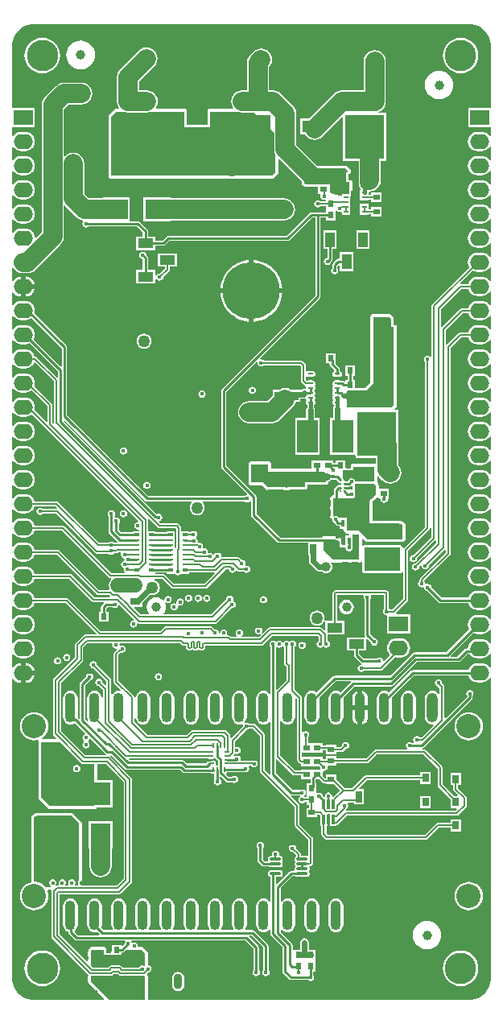
<source format=gbl>
G04*
G04 #@! TF.GenerationSoftware,Altium Limited,Altium Designer,22.7.1 (60)*
G04*
G04 Layer_Physical_Order=4*
G04 Layer_Color=16711680*
%FSLAX25Y25*%
%MOIN*%
G70*
G04*
G04 #@! TF.SameCoordinates,24E4937F-31BC-4FDA-B361-D206D476748A*
G04*
G04*
G04 #@! TF.FilePolarity,Positive*
G04*
G01*
G75*
%ADD10C,0.00787*%
%ADD12O,0.03543X0.06299*%
%ADD44C,0.03937*%
%ADD45C,0.00984*%
%ADD46C,0.00700*%
%ADD47C,0.01575*%
%ADD48C,0.03937*%
%ADD49C,0.07874*%
%ADD50C,0.02362*%
%ADD51C,0.07874*%
%ADD52R,0.07874X0.06299*%
%ADD53O,0.07874X0.06299*%
%ADD54C,0.23622*%
G04:AMPARAMS|DCode=55|XSize=43.31mil|YSize=122.05mil|CornerRadius=21.65mil|HoleSize=0mil|Usage=FLASHONLY|Rotation=0.000|XOffset=0mil|YOffset=0mil|HoleType=Round|Shape=RoundedRectangle|*
%AMROUNDEDRECTD55*
21,1,0.04331,0.07874,0,0,0.0*
21,1,0.00000,0.12205,0,0,0.0*
1,1,0.04331,0.00000,-0.03937*
1,1,0.04331,0.00000,-0.03937*
1,1,0.04331,0.00000,0.03937*
1,1,0.04331,0.00000,0.03937*
%
%ADD55ROUNDEDRECTD55*%
G04:AMPARAMS|DCode=56|XSize=45.67mil|YSize=122.05mil|CornerRadius=22.84mil|HoleSize=0mil|Usage=FLASHONLY|Rotation=0.000|XOffset=0mil|YOffset=0mil|HoleType=Round|Shape=RoundedRectangle|*
%AMROUNDEDRECTD56*
21,1,0.04567,0.07638,0,0,0.0*
21,1,0.00000,0.12205,0,0,0.0*
1,1,0.04567,0.00000,-0.03819*
1,1,0.04567,0.00000,-0.03819*
1,1,0.04567,0.00000,0.03819*
1,1,0.04567,0.00000,0.03819*
%
%ADD56ROUNDEDRECTD56*%
%ADD57C,0.10000*%
%ADD58C,0.12992*%
%ADD59C,0.01772*%
%ADD60C,0.05000*%
%ADD62R,0.05512X0.05118*%
%ADD63R,0.06299X0.03937*%
G04:AMPARAMS|DCode=64|XSize=18.23mil|YSize=8.66mil|CornerRadius=1.08mil|HoleSize=0mil|Usage=FLASHONLY|Rotation=270.000|XOffset=0mil|YOffset=0mil|HoleType=Round|Shape=RoundedRectangle|*
%AMROUNDEDRECTD64*
21,1,0.01823,0.00650,0,0,270.0*
21,1,0.01606,0.00866,0,0,270.0*
1,1,0.00217,-0.00325,-0.00803*
1,1,0.00217,-0.00325,0.00803*
1,1,0.00217,0.00325,0.00803*
1,1,0.00217,0.00325,-0.00803*
%
%ADD64ROUNDEDRECTD64*%
G04:AMPARAMS|DCode=65|XSize=22.13mil|YSize=8.86mil|CornerRadius=1.11mil|HoleSize=0mil|Usage=FLASHONLY|Rotation=0.000|XOffset=0mil|YOffset=0mil|HoleType=Round|Shape=RoundedRectangle|*
%AMROUNDEDRECTD65*
21,1,0.02213,0.00664,0,0,0.0*
21,1,0.01991,0.00886,0,0,0.0*
1,1,0.00222,0.00996,-0.00332*
1,1,0.00222,-0.00996,-0.00332*
1,1,0.00222,-0.00996,0.00332*
1,1,0.00222,0.00996,0.00332*
%
%ADD65ROUNDEDRECTD65*%
G04:AMPARAMS|DCode=66|XSize=18.23mil|YSize=8.66mil|CornerRadius=1.08mil|HoleSize=0mil|Usage=FLASHONLY|Rotation=0.000|XOffset=0mil|YOffset=0mil|HoleType=Round|Shape=RoundedRectangle|*
%AMROUNDEDRECTD66*
21,1,0.01823,0.00650,0,0,0.0*
21,1,0.01606,0.00866,0,0,0.0*
1,1,0.00217,0.00803,-0.00325*
1,1,0.00217,-0.00803,-0.00325*
1,1,0.00217,-0.00803,0.00325*
1,1,0.00217,0.00803,0.00325*
%
%ADD66ROUNDEDRECTD66*%
%ADD67R,0.03937X0.06299*%
%ADD68R,0.09055X0.09055*%
%ADD69R,0.01968X0.00984*%
%ADD70R,0.03307X0.09449*%
%ADD71R,0.08661X0.13780*%
%ADD72C,0.00965*%
%ADD73R,0.05709X0.04528*%
%ADD74R,0.16339X0.18307*%
%ADD75R,0.00787X0.03051*%
%ADD76R,0.06221X0.11221*%
%ADD77O,0.02362X0.00945*%
%ADD78R,0.01181X0.03898*%
G04:AMPARAMS|DCode=79|XSize=44.09mil|YSize=10.63mil|CornerRadius=1.33mil|HoleSize=0mil|Usage=FLASHONLY|Rotation=0.000|XOffset=0mil|YOffset=0mil|HoleType=Round|Shape=RoundedRectangle|*
%AMROUNDEDRECTD79*
21,1,0.04409,0.00797,0,0,0.0*
21,1,0.04144,0.01063,0,0,0.0*
1,1,0.00266,0.02072,-0.00399*
1,1,0.00266,-0.02072,-0.00399*
1,1,0.00266,-0.02072,0.00399*
1,1,0.00266,0.02072,0.00399*
%
%ADD79ROUNDEDRECTD79*%
%ADD80R,0.01968X0.01673*%
%ADD81R,0.01968X0.00984*%
%ADD82R,0.04724X0.06496*%
%ADD83R,0.02953X0.02362*%
%ADD84R,0.01378X0.03150*%
%ADD85R,0.01378X0.03543*%
%ADD86R,0.02756X0.02756*%
%ADD87R,0.01968X0.05512*%
%ADD88R,0.02756X0.02953*%
%ADD89R,0.07480X0.01772*%
%ADD90R,0.02756X0.03543*%
%ADD91R,0.02559X0.04724*%
%ADD92R,0.09449X0.01772*%
%ADD93R,0.11417X0.01772*%
%ADD94R,0.02362X0.02362*%
%ADD95R,0.13386X0.03858*%
%ADD96R,0.03937X0.02756*%
%ADD97R,0.08465X0.09646*%
%ADD98R,0.03347X0.04331*%
%ADD99R,0.05118X0.07087*%
%ADD100R,0.03937X0.03543*%
%ADD101R,0.02362X0.02520*%
%ADD102R,0.07165X0.04724*%
%ADD103R,0.07087X0.05118*%
%ADD104R,0.02520X0.02362*%
%ADD105R,0.09646X0.08465*%
%ADD106R,0.02756X0.03937*%
%ADD107R,0.02362X0.02953*%
%ADD108C,0.03150*%
%ADD109C,0.05906*%
%ADD110C,0.00984*%
%ADD111C,0.01968*%
G36*
X94940Y368353D02*
X96122Y368197D01*
X100803D01*
X109433Y359567D01*
Y352977D01*
X109433Y352977D01*
X109589Y351795D01*
X110000Y350803D01*
Y343500D01*
X108500Y342000D01*
X42000D01*
X42000Y366500D01*
X44000Y368500D01*
X47341D01*
X47696Y368353D01*
X48878Y368197D01*
X56634D01*
X57816Y368353D01*
X58171Y368500D01*
X72185D01*
Y362043D01*
X82815D01*
Y368500D01*
X94585D01*
X94940Y368353D01*
D02*
G37*
G36*
X192708Y404381D02*
X194381Y403687D01*
X195888Y402681D01*
X197169Y401400D01*
X198176Y399893D01*
X198869Y398219D01*
X199222Y396443D01*
Y395537D01*
Y370141D01*
X189701D01*
Y362142D01*
X199222D01*
Y358359D01*
X198940Y358235D01*
X198722Y358220D01*
X198128Y358994D01*
X197293Y359635D01*
X196320Y360038D01*
X195276Y360176D01*
X193701D01*
X192657Y360038D01*
X191684Y359635D01*
X190848Y358994D01*
X190207Y358159D01*
X189804Y357186D01*
X189667Y356142D01*
X189804Y355098D01*
X190207Y354125D01*
X190848Y353289D01*
X191684Y352648D01*
X192657Y352245D01*
X193701Y352108D01*
X195276D01*
X196320Y352245D01*
X197293Y352648D01*
X198128Y353289D01*
X198722Y354063D01*
X198940Y354049D01*
X199222Y353924D01*
Y348359D01*
X198940Y348235D01*
X198722Y348220D01*
X198128Y348994D01*
X197293Y349635D01*
X196320Y350038D01*
X195276Y350176D01*
X193701D01*
X192657Y350038D01*
X191684Y349635D01*
X190848Y348994D01*
X190207Y348159D01*
X189804Y347186D01*
X189667Y346142D01*
X189804Y345098D01*
X190207Y344125D01*
X190848Y343289D01*
X191684Y342648D01*
X192657Y342245D01*
X193701Y342108D01*
X195276D01*
X196320Y342245D01*
X197293Y342648D01*
X198128Y343289D01*
X198722Y344063D01*
X198940Y344049D01*
X199222Y343924D01*
Y338359D01*
X198940Y338234D01*
X198722Y338220D01*
X198128Y338994D01*
X197293Y339635D01*
X196320Y340038D01*
X195276Y340176D01*
X193701D01*
X192657Y340038D01*
X191684Y339635D01*
X190848Y338994D01*
X190207Y338159D01*
X189804Y337186D01*
X189667Y336142D01*
X189804Y335098D01*
X190207Y334125D01*
X190848Y333289D01*
X191684Y332648D01*
X192657Y332245D01*
X193701Y332108D01*
X195276D01*
X196320Y332245D01*
X197293Y332648D01*
X198128Y333289D01*
X198722Y334063D01*
X198940Y334049D01*
X199222Y333924D01*
Y328359D01*
X198940Y328235D01*
X198722Y328220D01*
X198128Y328994D01*
X197293Y329635D01*
X196320Y330038D01*
X195276Y330176D01*
X193701D01*
X192657Y330038D01*
X191684Y329635D01*
X190848Y328994D01*
X190207Y328159D01*
X189804Y327186D01*
X189667Y326142D01*
X189804Y325098D01*
X190207Y324125D01*
X190848Y323289D01*
X191684Y322648D01*
X192657Y322245D01*
X193701Y322108D01*
X195276D01*
X196320Y322245D01*
X197293Y322648D01*
X198128Y323289D01*
X198722Y324063D01*
X198940Y324049D01*
X199222Y323924D01*
Y318359D01*
X198940Y318234D01*
X198722Y318220D01*
X198128Y318994D01*
X197293Y319635D01*
X196320Y320038D01*
X195276Y320176D01*
X193701D01*
X192657Y320038D01*
X191684Y319635D01*
X190848Y318994D01*
X190207Y318159D01*
X189804Y317186D01*
X189667Y316142D01*
X189804Y315098D01*
X190207Y314125D01*
X190848Y313289D01*
X191684Y312648D01*
X192657Y312245D01*
X193701Y312108D01*
X195276D01*
X196320Y312245D01*
X197293Y312648D01*
X198128Y313289D01*
X198722Y314063D01*
X198940Y314049D01*
X199222Y313924D01*
Y308359D01*
X198940Y308235D01*
X198722Y308220D01*
X198128Y308994D01*
X197293Y309635D01*
X196320Y310038D01*
X195276Y310176D01*
X193701D01*
X192657Y310038D01*
X191684Y309635D01*
X190848Y308994D01*
X190207Y308159D01*
X189804Y307186D01*
X189667Y306142D01*
X189804Y305098D01*
X190207Y304125D01*
X190232Y304092D01*
X174790Y288650D01*
X174573Y288325D01*
X174496Y287941D01*
Y267301D01*
X174274Y267170D01*
X173996Y267093D01*
X173576Y267374D01*
X173000Y267488D01*
X172424Y267374D01*
X171936Y267047D01*
X171609Y266559D01*
X171495Y265983D01*
X171609Y265407D01*
X171936Y264918D01*
X171996Y264878D01*
Y196416D01*
X163290Y187710D01*
X163204Y187581D01*
X162704Y187732D01*
Y188000D01*
X162613Y188461D01*
X162352Y188851D01*
X161961Y189113D01*
X161500Y189204D01*
X147000D01*
X146539Y189113D01*
X146204Y188889D01*
X145957Y188953D01*
X145704Y189087D01*
Y191439D01*
X146166Y191631D01*
X147149Y190648D01*
X147539Y190387D01*
X148000Y190296D01*
X148000Y190296D01*
X162500D01*
X162961Y190387D01*
X163352Y190648D01*
X163613Y191039D01*
X163704Y191500D01*
Y197500D01*
X163696Y197542D01*
X163701Y197585D01*
X163650Y197772D01*
X163613Y197961D01*
X163589Y197997D01*
X163577Y198039D01*
X163459Y198191D01*
X163352Y198352D01*
X163315Y198376D01*
X163289Y198410D01*
X163121Y198505D01*
X162961Y198613D01*
X162918Y198621D01*
X162881Y198642D01*
X161381Y199142D01*
X161189Y199167D01*
X161000Y199204D01*
X150204D01*
Y207045D01*
X150229Y207082D01*
X150399Y207196D01*
X151972Y208769D01*
X152472Y208562D01*
Y208531D01*
X153206D01*
X153524Y208145D01*
X153495Y208000D01*
X153609Y207424D01*
X153936Y206936D01*
X154424Y206609D01*
X155000Y206495D01*
X155576Y206609D01*
X156064Y206936D01*
X156391Y207424D01*
X156505Y208000D01*
X156476Y208145D01*
X156794Y208531D01*
X157000D01*
Y212469D01*
X152704D01*
Y213885D01*
X152693Y213944D01*
X152699Y214003D01*
X152647Y214173D01*
X152613Y214346D01*
X152579Y214396D01*
X152562Y214453D01*
X152450Y214590D01*
X152351Y214737D01*
X152302Y214770D01*
X152264Y214816D01*
X152070Y214976D01*
X152113Y215039D01*
X152204Y215500D01*
Y217259D01*
X152704Y217428D01*
X153003Y217039D01*
X154271Y215771D01*
X155217Y215045D01*
X156318Y214589D01*
X157500Y214433D01*
X158682Y214589D01*
X159783Y215045D01*
X160729Y215771D01*
X161455Y216717D01*
X161911Y217818D01*
X162067Y219000D01*
X161911Y220182D01*
X161455Y221283D01*
X160799Y222138D01*
Y225122D01*
X160957D01*
Y245004D01*
X159414D01*
X159207Y245504D01*
X159852Y246148D01*
X160113Y246539D01*
X160204Y247000D01*
X160204Y247000D01*
Y279453D01*
X160113Y279914D01*
X159852Y280304D01*
X159461Y280565D01*
X159000Y280657D01*
X158968D01*
Y282736D01*
X158968Y282736D01*
X158876Y283197D01*
X158615Y283588D01*
X158615Y283588D01*
X157852Y284351D01*
X157461Y284613D01*
X157000Y284704D01*
X157000Y284704D01*
X150500D01*
X150039Y284613D01*
X149648Y284351D01*
X149387Y283961D01*
X149296Y283500D01*
Y256499D01*
X147001Y254204D01*
X142968D01*
Y257528D01*
X142104D01*
Y258972D01*
X142968D01*
Y263500D01*
X139032D01*
Y258972D01*
X139896D01*
Y257528D01*
X139032D01*
Y256843D01*
X138531Y256636D01*
X138438Y256729D01*
X138080Y256969D01*
X137657Y257053D01*
X136865D01*
X136712Y257155D01*
X136221Y257253D01*
X134803D01*
X134312Y257155D01*
X133895Y256877D01*
X133616Y256460D01*
X133519Y255968D01*
X133616Y255477D01*
X133895Y255060D01*
Y254908D01*
X133616Y254492D01*
X133519Y254000D01*
X133616Y253508D01*
X133687Y253402D01*
X133861Y253016D01*
X133687Y252629D01*
X133616Y252523D01*
X133519Y252031D01*
X133616Y251540D01*
X133687Y251434D01*
X133861Y251047D01*
X133687Y250661D01*
X133616Y250555D01*
X133519Y250063D01*
X133616Y249571D01*
X133895Y249155D01*
Y249003D01*
X133616Y248586D01*
X133519Y248095D01*
X133616Y247603D01*
X133895Y247186D01*
X134107Y247044D01*
Y246574D01*
X133843Y246179D01*
X133705Y245488D01*
Y241677D01*
X132665D01*
Y226323D01*
X142902D01*
X143043Y225882D01*
Y225122D01*
X151666D01*
Y223031D01*
X151166Y222671D01*
X151000Y222704D01*
X142201D01*
X141740Y222613D01*
X141349Y222352D01*
X141088Y221961D01*
X140997Y221500D01*
Y221157D01*
X138736D01*
Y224047D01*
X134799D01*
Y223104D01*
X134028D01*
Y223969D01*
X124972D01*
Y220700D01*
X108161D01*
Y222457D01*
X108069Y222918D01*
X108051Y222961D01*
X107790Y223352D01*
X107400Y223613D01*
X106939Y223704D01*
X99989D01*
X99528Y223613D01*
X99138Y223352D01*
X98876Y222961D01*
X98785Y222500D01*
Y215000D01*
X98876Y214539D01*
X99138Y214148D01*
X99528Y213887D01*
X99989Y213796D01*
X104261D01*
X105827Y212230D01*
X106217Y211969D01*
X106678Y211877D01*
X107139Y211969D01*
X107196Y211993D01*
X113164D01*
X113192Y211952D01*
X113583Y211691D01*
X114043Y211599D01*
X114957D01*
X115418Y211691D01*
X115808Y211952D01*
X115836Y211993D01*
X122043D01*
X122504Y212084D01*
X122895Y212345D01*
X123156Y212736D01*
X123248Y213197D01*
Y213942D01*
X130756D01*
X131217Y214034D01*
X131607Y214295D01*
X131869Y214686D01*
X131960Y215147D01*
Y215298D01*
X132042Y215315D01*
X132758Y215793D01*
X132913Y216025D01*
X133404Y216123D01*
X133424Y216109D01*
X134000Y215995D01*
X134576Y216109D01*
X134983Y216381D01*
X135697Y215667D01*
X135729Y215505D01*
X136010Y215085D01*
X136430Y214804D01*
X136603Y214770D01*
X136773Y214425D01*
X136603Y214081D01*
X136430Y214046D01*
X136277Y213944D01*
X136277D01*
X135854Y213860D01*
X135496Y213621D01*
X134452Y212576D01*
X134212Y212218D01*
X134128Y211796D01*
Y209704D01*
X134000D01*
X133539Y209613D01*
X133149Y209351D01*
X132885Y209088D01*
X132624Y208697D01*
X132532Y208236D01*
X132532Y208236D01*
Y204453D01*
X132532Y204453D01*
Y201264D01*
X132624Y200803D01*
X132885Y200412D01*
X132885Y200412D01*
X133291Y200005D01*
X133495Y199870D01*
X133537Y199841D01*
X133495Y199626D01*
X133609Y199050D01*
X133936Y198562D01*
X134097Y198454D01*
X134131Y198284D01*
X134370Y197926D01*
X135076Y197219D01*
X135434Y196980D01*
X135857Y196896D01*
X136465D01*
Y195638D01*
X137710D01*
X138195Y195515D01*
X138224Y195319D01*
X138241Y195121D01*
X138259Y195088D01*
X138264Y195050D01*
X138366Y194880D01*
X138458Y194704D01*
X138487Y194680D01*
X138507Y194647D01*
X138923Y194190D01*
X138946Y194173D01*
X138962Y194149D01*
X139134Y194034D01*
X139301Y193911D01*
X139329Y193904D01*
X139353Y193887D01*
X139556Y193847D01*
X139757Y193797D01*
X139785Y193801D01*
X139814Y193796D01*
X140182D01*
X140515Y193296D01*
X140457Y193157D01*
X139024D01*
Y189204D01*
X137669D01*
Y190535D01*
X137577Y190996D01*
X137316Y191387D01*
X136776Y191927D01*
X136385Y192188D01*
X136385Y192188D01*
X136154Y192234D01*
X135925Y192280D01*
X135924Y192280D01*
X135664Y192228D01*
X135452D01*
X135352Y192269D01*
X135269Y192351D01*
X134879Y192613D01*
X134418Y192704D01*
X134418Y192704D01*
X130000D01*
X129539Y192613D01*
X129148Y192351D01*
X128983Y192104D01*
X111957D01*
X102104Y201957D01*
Y209000D01*
X102020Y209422D01*
X101781Y209781D01*
X89604Y221957D01*
Y252543D01*
X102090Y265029D01*
X102551Y264783D01*
X102495Y264500D01*
X102609Y263924D01*
X102936Y263436D01*
X103424Y263109D01*
X104000Y262995D01*
X104576Y263109D01*
X105064Y263436D01*
X105105Y263496D01*
X120123D01*
X120496Y263123D01*
Y257000D01*
X120573Y256616D01*
X120790Y256290D01*
X121822Y255259D01*
X122148Y255041D01*
X122334Y255004D01*
X122586Y254541D01*
X122589Y254518D01*
X122588Y254465D01*
X122495Y254000D01*
X122251Y253756D01*
X122000Y253806D01*
X121309Y253669D01*
X120756Y253299D01*
X120256Y253402D01*
Y253402D01*
X116353D01*
X116283Y253455D01*
X115182Y253911D01*
X114000Y254067D01*
X112818Y253911D01*
X111717Y253455D01*
X111647Y253402D01*
X108744D01*
Y250702D01*
X106608Y248567D01*
X99000D01*
X97818Y248411D01*
X96717Y247955D01*
X95771Y247229D01*
X95045Y246283D01*
X94589Y245182D01*
X94433Y244000D01*
X94589Y242818D01*
X95045Y241717D01*
X95771Y240771D01*
X96717Y240045D01*
X97818Y239589D01*
X99000Y239433D01*
X108500D01*
X108500Y239433D01*
X109682Y239589D01*
X110783Y240045D01*
X111729Y240771D01*
X117229Y246271D01*
X117955Y247217D01*
X118397Y248284D01*
X120256D01*
Y249627D01*
X121433D01*
X122124Y249764D01*
X122130Y249768D01*
X122458Y249632D01*
X122637Y249505D01*
X122871Y249155D01*
Y249003D01*
X122593Y248586D01*
X122495Y248095D01*
X122593Y247603D01*
X122871Y247186D01*
X123083Y247044D01*
Y246074D01*
X122819Y245679D01*
X122682Y244988D01*
Y241677D01*
X118098D01*
Y226323D01*
X128335D01*
Y241677D01*
X126295D01*
Y244988D01*
X126157Y245679D01*
X125893Y246074D01*
Y247044D01*
X126105Y247186D01*
X126384Y247603D01*
X126481Y248095D01*
X126384Y248586D01*
X126105Y249003D01*
Y249155D01*
X126384Y249571D01*
X126481Y250063D01*
X126384Y250555D01*
X126313Y250661D01*
X126139Y251047D01*
X126313Y251434D01*
X126384Y251540D01*
X126481Y252031D01*
X126384Y252523D01*
X126313Y252629D01*
X126139Y253016D01*
X126313Y253402D01*
X126384Y253508D01*
X126481Y254000D01*
X126384Y254492D01*
X126105Y254908D01*
Y255060D01*
X126384Y255477D01*
X126481Y255968D01*
X126384Y256460D01*
X126105Y256877D01*
X125688Y257155D01*
X125197Y257253D01*
X123779D01*
X123288Y257155D01*
X123014Y256972D01*
X122947D01*
X122503Y257416D01*
Y258687D01*
X122566Y258740D01*
X123003Y258909D01*
X123288Y258719D01*
X123779Y258621D01*
X125197D01*
X125688Y258719D01*
X126105Y258997D01*
X126384Y259414D01*
X126481Y259906D01*
X126384Y260397D01*
X126105Y260814D01*
X125688Y261092D01*
X125197Y261190D01*
X123779D01*
X123288Y261092D01*
X123003Y260902D01*
X122566Y261071D01*
X122503Y261124D01*
Y263539D01*
X122427Y263923D01*
X122210Y264248D01*
X121248Y265210D01*
X120923Y265427D01*
X120539Y265504D01*
X105105D01*
X105064Y265564D01*
X104576Y265891D01*
X104000Y266005D01*
X103717Y265949D01*
X103471Y266410D01*
X128281Y291219D01*
X128520Y291578D01*
X128604Y292000D01*
Y324632D01*
X131032D01*
Y323472D01*
X134968D01*
Y327235D01*
X135296Y327376D01*
X135468Y327414D01*
X135924Y327109D01*
X136500Y326995D01*
X136988Y327092D01*
X137488Y326829D01*
Y325783D01*
X141032D01*
Y329720D01*
Y333351D01*
X141100Y333397D01*
X141351Y333648D01*
X141613Y334039D01*
X141704Y334500D01*
X141704Y334500D01*
Y339453D01*
X141613Y339914D01*
X141351Y340304D01*
X140961Y340565D01*
X140500Y340657D01*
X140468D01*
Y342573D01*
X140651Y342696D01*
X140807Y342930D01*
X140912Y343086D01*
X141103Y343548D01*
X141195Y344009D01*
X141103Y344470D01*
X140842Y344861D01*
X139851Y345851D01*
X139461Y346113D01*
X139000Y346204D01*
X139000Y346204D01*
X127231D01*
X118567Y354869D01*
Y367726D01*
X118567Y367726D01*
X118411Y368908D01*
X117955Y370009D01*
X117229Y370955D01*
X117229Y370955D01*
X112191Y375993D01*
X111245Y376719D01*
X110144Y377175D01*
X108962Y377330D01*
X108962Y377330D01*
X107330D01*
Y386903D01*
X107955Y387717D01*
X108411Y388818D01*
X108567Y390000D01*
X108411Y391182D01*
X107955Y392283D01*
X107229Y393229D01*
X106283Y393955D01*
X105182Y394411D01*
X104000Y394567D01*
X102818Y394411D01*
X101717Y393955D01*
X100771Y393229D01*
X99535Y391993D01*
X98809Y391047D01*
X98353Y389946D01*
X98197Y388764D01*
Y377330D01*
X96122D01*
X94940Y377175D01*
X93839Y376719D01*
X92893Y375993D01*
X92756Y375815D01*
X92480D01*
Y375455D01*
X92167Y375047D01*
X91711Y373946D01*
X91555Y372764D01*
X91711Y371582D01*
X92167Y370480D01*
X92379Y370204D01*
X92195Y369708D01*
X91984Y369704D01*
X82815D01*
X82354Y369613D01*
X81963Y369352D01*
X81702Y368961D01*
X81611Y368500D01*
Y363248D01*
X73389D01*
Y368500D01*
X73298Y368961D01*
X73037Y369352D01*
X72646Y369613D01*
X72185Y369704D01*
X60772D01*
X60560Y369708D01*
X60377Y370204D01*
X60589Y370480D01*
X61045Y371582D01*
X61200Y372764D01*
X61045Y373946D01*
X60589Y375047D01*
X60276Y375455D01*
Y375815D01*
X60000D01*
X59863Y375993D01*
X58917Y376719D01*
X57816Y377175D01*
X56634Y377330D01*
X53445D01*
Y380986D01*
X59729Y387271D01*
X60455Y388217D01*
X60911Y389318D01*
X61067Y390500D01*
X60911Y391682D01*
X60455Y392783D01*
X59729Y393729D01*
X58783Y394455D01*
X57682Y394911D01*
X56500Y395067D01*
X55318Y394911D01*
X54217Y394455D01*
X53271Y393729D01*
X45649Y386107D01*
X44923Y385161D01*
X44467Y384060D01*
X44311Y382878D01*
X44311Y382878D01*
Y372764D01*
X44467Y371582D01*
X44923Y370480D01*
X45135Y370204D01*
X44951Y369708D01*
X44740Y369704D01*
X44000D01*
X44000Y369704D01*
X43539Y369613D01*
X43148Y369352D01*
X43148Y369352D01*
X41148Y367352D01*
X41148Y367352D01*
X40887Y366961D01*
X40796Y366500D01*
X40796Y366500D01*
X40796Y342000D01*
X40887Y341539D01*
X41148Y341148D01*
X41539Y340887D01*
X42000Y340796D01*
X108500D01*
X108500Y340796D01*
X108961Y340887D01*
X109352Y341148D01*
X110852Y342649D01*
X111113Y343039D01*
X111204Y343500D01*
X111204Y343500D01*
Y348661D01*
X111666Y348853D01*
X120796Y339723D01*
Y339000D01*
X120887Y338539D01*
X121149Y338148D01*
X121149Y338148D01*
X121649Y337649D01*
X121649Y337649D01*
X122039Y337387D01*
X122500Y337296D01*
X122500Y337296D01*
X127472D01*
Y334531D01*
X128376D01*
X128645Y334032D01*
X128550Y333555D01*
X128665Y332979D01*
X128991Y332491D01*
X129479Y332165D01*
X130055Y332050D01*
X130532Y332145D01*
X131032Y331876D01*
Y331342D01*
X128605D01*
X128564Y331403D01*
X128076Y331730D01*
X127500Y331844D01*
X126924Y331730D01*
X126436Y331403D01*
X126109Y330915D01*
X125995Y330339D01*
X126109Y329763D01*
X126436Y329274D01*
X126924Y328948D01*
X127500Y328834D01*
X128076Y328948D01*
X128564Y329274D01*
X128605Y329335D01*
X131032D01*
Y326840D01*
X124736D01*
X124314Y326756D01*
X123956Y326517D01*
X114543Y317104D01*
X65500D01*
X65078Y317020D01*
X64719Y316781D01*
X63043Y315104D01*
X60039D01*
Y316709D01*
X57206D01*
Y318945D01*
X57122Y319367D01*
X56883Y319725D01*
X53781Y322828D01*
X53422Y323067D01*
X53000Y323151D01*
X49646D01*
Y333020D01*
X38425D01*
Y332567D01*
X32685D01*
X30748Y334504D01*
Y346972D01*
X30592Y348154D01*
X30136Y349256D01*
X29410Y350202D01*
X28464Y350927D01*
X27363Y351383D01*
X26181Y351539D01*
X24999Y351383D01*
X23898Y350927D01*
X22952Y350202D01*
X22757Y349947D01*
X22283Y350108D01*
Y369480D01*
X24221Y371418D01*
X29528D01*
X30709Y371573D01*
X31811Y372029D01*
X32757Y372755D01*
X33482Y373701D01*
X33939Y374802D01*
X34094Y375984D01*
X33939Y377166D01*
X33482Y378268D01*
X32757Y379213D01*
X31811Y379939D01*
X30709Y380395D01*
X29528Y380551D01*
X22329D01*
X22329Y380551D01*
X21147Y380395D01*
X20046Y379939D01*
X19100Y379213D01*
X14487Y374601D01*
X13762Y373655D01*
X13306Y372554D01*
X13150Y371372D01*
X13150Y371372D01*
Y318594D01*
X10821Y316265D01*
X10294Y316444D01*
X10196Y317186D01*
X9793Y318159D01*
X9152Y318994D01*
X8316Y319635D01*
X7343Y320038D01*
X6299Y320176D01*
X4724D01*
X3680Y320038D01*
X2707Y319635D01*
X1872Y318994D01*
X1328Y318285D01*
X828Y318440D01*
Y323844D01*
X1328Y323998D01*
X1872Y323289D01*
X2707Y322648D01*
X3680Y322245D01*
X4724Y322108D01*
X6299D01*
X7343Y322245D01*
X8316Y322648D01*
X9152Y323289D01*
X9793Y324125D01*
X10196Y325098D01*
X10333Y326142D01*
X10196Y327186D01*
X9793Y328159D01*
X9152Y328994D01*
X8316Y329635D01*
X7343Y330038D01*
X6299Y330176D01*
X4724D01*
X3680Y330038D01*
X2707Y329635D01*
X1872Y328994D01*
X1328Y328285D01*
X828Y328440D01*
Y333844D01*
X1328Y333998D01*
X1872Y333289D01*
X2707Y332648D01*
X3680Y332245D01*
X4724Y332108D01*
X6299D01*
X7343Y332245D01*
X8316Y332648D01*
X9152Y333289D01*
X9793Y334125D01*
X10196Y335098D01*
X10333Y336142D01*
X10196Y337186D01*
X9793Y338159D01*
X9152Y338994D01*
X8316Y339635D01*
X7343Y340038D01*
X6299Y340176D01*
X4724D01*
X3680Y340038D01*
X2707Y339635D01*
X1872Y338994D01*
X1328Y338285D01*
X828Y338440D01*
Y343844D01*
X1328Y343998D01*
X1872Y343289D01*
X2707Y342648D01*
X3680Y342245D01*
X4724Y342108D01*
X6299D01*
X7343Y342245D01*
X8316Y342648D01*
X9152Y343289D01*
X9793Y344125D01*
X10196Y345098D01*
X10333Y346142D01*
X10196Y347186D01*
X9793Y348159D01*
X9152Y348994D01*
X8316Y349635D01*
X7343Y350038D01*
X6299Y350176D01*
X4724D01*
X3680Y350038D01*
X2707Y349635D01*
X1872Y348994D01*
X1328Y348285D01*
X828Y348440D01*
Y353844D01*
X1328Y353998D01*
X1872Y353289D01*
X2707Y352648D01*
X3680Y352245D01*
X4724Y352108D01*
X6299D01*
X7343Y352245D01*
X8316Y352648D01*
X9152Y353289D01*
X9793Y354125D01*
X10196Y355098D01*
X10333Y356142D01*
X10196Y357186D01*
X9793Y358159D01*
X9152Y358994D01*
X8316Y359635D01*
X7343Y360038D01*
X6299Y360176D01*
X4724D01*
X3680Y360038D01*
X2707Y359635D01*
X1872Y358994D01*
X1328Y358285D01*
X828Y358440D01*
Y362142D01*
X10299D01*
Y370141D01*
X828D01*
Y395537D01*
Y396443D01*
X1181Y398219D01*
X1874Y399893D01*
X2881Y401400D01*
X4162Y402681D01*
X5669Y403687D01*
X7342Y404381D01*
X9119Y404734D01*
X190931D01*
X192708Y404381D01*
D02*
G37*
G36*
X139991Y344009D02*
X139799Y343547D01*
X139264D01*
Y339453D01*
X140500D01*
Y334500D01*
X140248Y334248D01*
X137488D01*
Y334098D01*
X137116Y333765D01*
X135000Y334000D01*
X132500Y335000D01*
Y338500D01*
X122500Y338500D01*
X122000Y339000D01*
Y345000D01*
X139000D01*
X139991Y344009D01*
D02*
G37*
G36*
X198940Y304049D02*
X199222Y303924D01*
Y298359D01*
X198940Y298235D01*
X198722Y298220D01*
X198128Y298994D01*
X197293Y299635D01*
X196320Y300038D01*
X195276Y300176D01*
X193701D01*
X192657Y300038D01*
X191684Y299635D01*
X190848Y298994D01*
X190207Y298159D01*
X189804Y297186D01*
X189799Y297145D01*
X186831D01*
X186611Y297632D01*
X191651Y302673D01*
X191684Y302648D01*
X192657Y302245D01*
X193701Y302108D01*
X195276D01*
X196320Y302245D01*
X197293Y302648D01*
X198128Y303289D01*
X198722Y304063D01*
X198940Y304049D01*
D02*
G37*
G36*
X22952Y329383D02*
X27564Y324771D01*
X28510Y324045D01*
X29612Y323589D01*
X30148Y323518D01*
X30231Y323399D01*
X30349Y322988D01*
X30105Y322623D01*
X29991Y322047D01*
X30105Y321471D01*
X30432Y320983D01*
X30920Y320656D01*
X31496Y320542D01*
X32072Y320656D01*
X32501Y320943D01*
X52543D01*
X54998Y318488D01*
Y316709D01*
X52165D01*
Y311197D01*
X60039D01*
Y312896D01*
X63500D01*
X63922Y312980D01*
X64281Y313219D01*
X65957Y314896D01*
X115000D01*
X115422Y314980D01*
X115781Y315219D01*
X125194Y324632D01*
X126396D01*
Y292457D01*
X87719Y253781D01*
X87480Y253422D01*
X87396Y253000D01*
Y221500D01*
X87480Y221078D01*
X87719Y220720D01*
X98224Y210215D01*
X98028Y209703D01*
X97653Y209629D01*
X97223Y209342D01*
X57219D01*
X23679Y242882D01*
Y270925D01*
X23595Y271348D01*
X23355Y271706D01*
X10128Y284933D01*
X10196Y285098D01*
X10333Y286142D01*
X10196Y287186D01*
X9793Y288159D01*
X9152Y288994D01*
X8316Y289635D01*
X7343Y290038D01*
X6299Y290176D01*
X4724D01*
X3680Y290038D01*
X2707Y289635D01*
X1872Y288994D01*
X1328Y288285D01*
X828Y288440D01*
Y293582D01*
X1328Y293752D01*
X1765Y293182D01*
X2632Y292517D01*
X3641Y292099D01*
X4512Y291984D01*
Y296142D01*
Y300299D01*
X3641Y300184D01*
X2632Y299766D01*
X1765Y299101D01*
X1328Y298532D01*
X828Y298701D01*
Y303844D01*
X1328Y303998D01*
X1872Y303289D01*
X2168Y303062D01*
X2283Y302913D01*
X3229Y302187D01*
X4330Y301731D01*
X5512Y301575D01*
X7156D01*
X7156Y301575D01*
X8338Y301731D01*
X9440Y302187D01*
X10385Y302913D01*
X20946Y313473D01*
X20946Y313473D01*
X21671Y314419D01*
X22128Y315520D01*
X22283Y316702D01*
X22283Y316702D01*
Y329477D01*
X22757Y329638D01*
X22952Y329383D01*
D02*
G37*
G36*
X189804Y295098D02*
X190207Y294125D01*
X190848Y293289D01*
X191684Y292648D01*
X192657Y292245D01*
X193701Y292108D01*
X195276D01*
X196320Y292245D01*
X197293Y292648D01*
X198128Y293289D01*
X198722Y294063D01*
X198940Y294049D01*
X199222Y293924D01*
Y288359D01*
X198940Y288234D01*
X198722Y288220D01*
X198128Y288994D01*
X197293Y289635D01*
X196320Y290038D01*
X195276Y290176D01*
X193701D01*
X192657Y290038D01*
X191684Y289635D01*
X190848Y288994D01*
X190207Y288159D01*
X189804Y287186D01*
X189799Y287145D01*
X187142D01*
X186758Y287069D01*
X186432Y286851D01*
X179004Y279423D01*
X178504Y279630D01*
Y286584D01*
X187057Y295138D01*
X189799D01*
X189804Y295098D01*
D02*
G37*
G36*
Y285098D02*
X190207Y284125D01*
X190848Y283289D01*
X191684Y282648D01*
X192657Y282245D01*
X193701Y282108D01*
X195276D01*
X196320Y282245D01*
X197293Y282648D01*
X198128Y283289D01*
X198722Y284063D01*
X198940Y284049D01*
X199222Y283924D01*
Y278359D01*
X198940Y278235D01*
X198722Y278220D01*
X198128Y278994D01*
X197293Y279635D01*
X196320Y280038D01*
X195276Y280176D01*
X193701D01*
X192657Y280038D01*
X191684Y279635D01*
X190848Y278994D01*
X190207Y278159D01*
X189804Y277186D01*
X189799Y277145D01*
X186437D01*
X186053Y277069D01*
X185727Y276851D01*
X181003Y272128D01*
X180503Y272335D01*
Y278084D01*
X187557Y285138D01*
X189799D01*
X189804Y285098D01*
D02*
G37*
G36*
Y275098D02*
X190207Y274125D01*
X190848Y273289D01*
X191684Y272648D01*
X192657Y272245D01*
X193701Y272108D01*
X195276D01*
X196320Y272245D01*
X197293Y272648D01*
X198128Y273289D01*
X198722Y274063D01*
X198940Y274049D01*
X199222Y273924D01*
Y268359D01*
X198940Y268234D01*
X198722Y268220D01*
X198128Y268994D01*
X197293Y269635D01*
X196320Y270038D01*
X195276Y270176D01*
X193701D01*
X192657Y270038D01*
X191684Y269635D01*
X190848Y268994D01*
X190207Y268159D01*
X189804Y267186D01*
X189667Y266142D01*
X189804Y265098D01*
X190207Y264125D01*
X190848Y263289D01*
X191684Y262648D01*
X192657Y262245D01*
X193701Y262108D01*
X195276D01*
X196320Y262245D01*
X197293Y262648D01*
X198128Y263289D01*
X198722Y264063D01*
X198940Y264049D01*
X199222Y263924D01*
Y258359D01*
X198940Y258235D01*
X198722Y258220D01*
X198128Y258994D01*
X197293Y259635D01*
X196320Y260038D01*
X195276Y260176D01*
X193701D01*
X192657Y260038D01*
X191684Y259635D01*
X190848Y258994D01*
X190207Y258159D01*
X189804Y257186D01*
X189667Y256142D01*
X189804Y255098D01*
X190207Y254125D01*
X190848Y253289D01*
X191684Y252648D01*
X192657Y252245D01*
X193701Y252108D01*
X195276D01*
X196320Y252245D01*
X197293Y252648D01*
X198128Y253289D01*
X198722Y254063D01*
X198940Y254049D01*
X199222Y253924D01*
Y248359D01*
X198940Y248235D01*
X198722Y248220D01*
X198128Y248994D01*
X197293Y249635D01*
X196320Y250038D01*
X195276Y250176D01*
X193701D01*
X192657Y250038D01*
X191684Y249635D01*
X190848Y248994D01*
X190207Y248159D01*
X189804Y247186D01*
X189667Y246142D01*
X189804Y245098D01*
X190207Y244125D01*
X190848Y243289D01*
X191684Y242648D01*
X192657Y242245D01*
X193701Y242108D01*
X195276D01*
X196320Y242245D01*
X197293Y242648D01*
X198128Y243289D01*
X198722Y244063D01*
X198940Y244049D01*
X199222Y243924D01*
Y238359D01*
X198940Y238234D01*
X198722Y238220D01*
X198128Y238994D01*
X197293Y239635D01*
X196320Y240038D01*
X195276Y240176D01*
X193701D01*
X192657Y240038D01*
X191684Y239635D01*
X190848Y238994D01*
X190207Y238159D01*
X189804Y237186D01*
X189667Y236142D01*
X189804Y235098D01*
X190207Y234125D01*
X190848Y233289D01*
X191684Y232648D01*
X192657Y232245D01*
X193701Y232108D01*
X195276D01*
X196320Y232245D01*
X197293Y232648D01*
X198128Y233289D01*
X198722Y234063D01*
X198940Y234049D01*
X199222Y233924D01*
Y228359D01*
X198940Y228235D01*
X198722Y228220D01*
X198128Y228994D01*
X197293Y229635D01*
X196320Y230038D01*
X195276Y230176D01*
X193701D01*
X192657Y230038D01*
X191684Y229635D01*
X190848Y228994D01*
X190207Y228159D01*
X189804Y227186D01*
X189667Y226142D01*
X189804Y225098D01*
X190207Y224125D01*
X190848Y223289D01*
X191684Y222648D01*
X192657Y222245D01*
X193701Y222108D01*
X195276D01*
X196320Y222245D01*
X197293Y222648D01*
X198128Y223289D01*
X198722Y224063D01*
X198940Y224049D01*
X199222Y223924D01*
Y218359D01*
X198940Y218234D01*
X198722Y218220D01*
X198128Y218994D01*
X197293Y219635D01*
X196320Y220038D01*
X195276Y220176D01*
X193701D01*
X192657Y220038D01*
X191684Y219635D01*
X190848Y218994D01*
X190207Y218159D01*
X189804Y217186D01*
X189667Y216142D01*
X189804Y215098D01*
X190207Y214125D01*
X190848Y213289D01*
X191684Y212648D01*
X192657Y212245D01*
X193701Y212108D01*
X195276D01*
X196320Y212245D01*
X197293Y212648D01*
X198128Y213289D01*
X198722Y214063D01*
X198940Y214049D01*
X199222Y213924D01*
Y208359D01*
X198940Y208235D01*
X198722Y208220D01*
X198128Y208994D01*
X197293Y209635D01*
X196320Y210038D01*
X195276Y210176D01*
X193701D01*
X192657Y210038D01*
X191684Y209635D01*
X190848Y208994D01*
X190207Y208159D01*
X189804Y207186D01*
X189667Y206142D01*
X189804Y205098D01*
X190207Y204125D01*
X190848Y203289D01*
X191684Y202648D01*
X192657Y202245D01*
X193701Y202108D01*
X195276D01*
X196320Y202245D01*
X197293Y202648D01*
X198128Y203289D01*
X198722Y204063D01*
X198940Y204049D01*
X199222Y203924D01*
Y198359D01*
X198940Y198234D01*
X198722Y198220D01*
X198128Y198994D01*
X197293Y199635D01*
X196320Y200038D01*
X195276Y200176D01*
X193701D01*
X192657Y200038D01*
X191684Y199635D01*
X190848Y198994D01*
X190207Y198159D01*
X189804Y197186D01*
X189667Y196142D01*
X189804Y195098D01*
X190207Y194125D01*
X190848Y193289D01*
X191684Y192648D01*
X192657Y192245D01*
X193701Y192108D01*
X195276D01*
X196320Y192245D01*
X197293Y192648D01*
X198128Y193289D01*
X198722Y194063D01*
X198940Y194049D01*
X199222Y193924D01*
Y188359D01*
X198940Y188234D01*
X198722Y188220D01*
X198128Y188994D01*
X197293Y189635D01*
X196320Y190038D01*
X195276Y190176D01*
X193701D01*
X192657Y190038D01*
X191684Y189635D01*
X190848Y188994D01*
X190207Y188159D01*
X189804Y187186D01*
X189667Y186142D01*
X189804Y185098D01*
X190207Y184125D01*
X190848Y183289D01*
X191684Y182648D01*
X192657Y182245D01*
X193701Y182108D01*
X195276D01*
X196320Y182245D01*
X197293Y182648D01*
X198128Y183289D01*
X198722Y184063D01*
X198940Y184049D01*
X199222Y183924D01*
Y178359D01*
X198940Y178234D01*
X198722Y178220D01*
X198128Y178994D01*
X197293Y179635D01*
X196320Y180038D01*
X195276Y180176D01*
X193701D01*
X192657Y180038D01*
X191684Y179635D01*
X190848Y178994D01*
X190207Y178159D01*
X189804Y177186D01*
X189667Y176142D01*
X189804Y175098D01*
X190207Y174125D01*
X190848Y173289D01*
X191684Y172648D01*
X192657Y172245D01*
X193701Y172108D01*
X195276D01*
X196320Y172245D01*
X197293Y172648D01*
X198128Y173289D01*
X198722Y174063D01*
X198940Y174049D01*
X199222Y173924D01*
Y168359D01*
X198940Y168234D01*
X198722Y168220D01*
X198128Y168994D01*
X197293Y169635D01*
X196320Y170038D01*
X195276Y170176D01*
X193701D01*
X192657Y170038D01*
X191684Y169635D01*
X190848Y168994D01*
X190207Y168159D01*
X189829Y167246D01*
X178815D01*
X174491Y171570D01*
X174391Y172076D01*
X174064Y172564D01*
X173576Y172891D01*
X173000Y173005D01*
X172495Y172905D01*
X172363Y172931D01*
X171968Y173187D01*
X171891Y173576D01*
X171692Y173874D01*
Y174273D01*
X182210Y184790D01*
X182427Y185116D01*
X182503Y185500D01*
Y270789D01*
X186853Y275138D01*
X189799D01*
X189804Y275098D01*
D02*
G37*
G36*
X1872Y283289D02*
X2707Y282648D01*
X3680Y282245D01*
X4724Y282108D01*
X6299D01*
X7343Y282245D01*
X8316Y282648D01*
X8868Y283071D01*
X21471Y270468D01*
Y263184D01*
X21009Y262993D01*
X9818Y274184D01*
X10196Y275098D01*
X10333Y276142D01*
X10196Y277186D01*
X9793Y278159D01*
X9152Y278994D01*
X8316Y279635D01*
X7343Y280038D01*
X6299Y280176D01*
X4724D01*
X3680Y280038D01*
X2707Y279635D01*
X1872Y278994D01*
X1328Y278285D01*
X828Y278440D01*
Y283844D01*
X1328Y283998D01*
X1872Y283289D01*
D02*
G37*
G36*
X18232Y256849D02*
Y239676D01*
X18268Y239499D01*
X17836Y239272D01*
X17503Y239537D01*
Y247000D01*
X17427Y247384D01*
X17210Y247710D01*
X10086Y254833D01*
X10196Y255098D01*
X10333Y256142D01*
X10196Y257186D01*
X9793Y258159D01*
X9152Y258994D01*
X8316Y259635D01*
X7343Y260038D01*
X6299Y260176D01*
X4724D01*
X3680Y260038D01*
X2707Y259635D01*
X1872Y258994D01*
X1328Y258285D01*
X828Y258440D01*
Y263844D01*
X1328Y263998D01*
X1872Y263289D01*
X2707Y262648D01*
X3680Y262245D01*
X4724Y262108D01*
X6299D01*
X7343Y262245D01*
X8316Y262648D01*
X9152Y263289D01*
X9793Y264125D01*
X9961Y264531D01*
X10452Y264629D01*
X18232Y256849D01*
D02*
G37*
G36*
X1872Y273289D02*
X2707Y272648D01*
X3680Y272245D01*
X4724Y272108D01*
X6299D01*
X7343Y272245D01*
X8257Y272623D01*
X19896Y260984D01*
Y258676D01*
X19434Y258485D01*
X11068Y266851D01*
X10742Y267069D01*
X10358Y267145D01*
X10201D01*
X10196Y267186D01*
X9793Y268159D01*
X9152Y268994D01*
X8316Y269635D01*
X7343Y270038D01*
X6299Y270176D01*
X4724D01*
X3680Y270038D01*
X2707Y269635D01*
X1872Y268994D01*
X1328Y268285D01*
X828Y268440D01*
Y273844D01*
X1328Y273998D01*
X1872Y273289D01*
D02*
G37*
G36*
X157764Y282736D02*
Y279453D01*
X159000D01*
Y247000D01*
X158000Y246000D01*
X139500D01*
Y252500D01*
X140000Y253000D01*
X147500D01*
X150500Y256000D01*
Y283500D01*
X157000D01*
X157764Y282736D01*
D02*
G37*
G36*
X1872Y253289D02*
X2707Y252648D01*
X3680Y252245D01*
X4724Y252108D01*
X6299D01*
X7343Y252245D01*
X8316Y252648D01*
X8948Y253133D01*
X15496Y246584D01*
Y240221D01*
X15034Y240029D01*
X10129Y244935D01*
X10196Y245098D01*
X10333Y246142D01*
X10196Y247186D01*
X9793Y248159D01*
X9152Y248994D01*
X8316Y249635D01*
X7343Y250038D01*
X6299Y250176D01*
X4724D01*
X3680Y250038D01*
X2707Y249635D01*
X1872Y248994D01*
X1328Y248285D01*
X828Y248440D01*
Y253844D01*
X1328Y253998D01*
X1872Y253289D01*
D02*
G37*
G36*
Y243289D02*
X2707Y242648D01*
X3680Y242245D01*
X4724Y242108D01*
X6299D01*
X7343Y242245D01*
X8316Y242648D01*
X9030Y243196D01*
X53263Y198963D01*
X53016Y198502D01*
X53000Y198505D01*
X52424Y198391D01*
X51936Y198064D01*
X51609Y197576D01*
X51495Y197000D01*
X51609Y196424D01*
X51936Y195936D01*
X52424Y195609D01*
X53000Y195495D01*
X53251Y195545D01*
X53648Y195200D01*
X53548Y194858D01*
X50776D01*
Y194338D01*
X46034D01*
X45104Y195268D01*
Y197995D01*
X45391Y198424D01*
X45505Y199000D01*
X45391Y199576D01*
X45064Y200064D01*
X44576Y200391D01*
X44000Y200505D01*
X43722Y200450D01*
X43246Y200784D01*
X43189Y201122D01*
X43391Y201424D01*
X43505Y202000D01*
X43391Y202576D01*
X43064Y203064D01*
X42576Y203391D01*
X42000Y203505D01*
X41424Y203391D01*
X40936Y203064D01*
X40609Y202576D01*
X40495Y202000D01*
X40609Y201424D01*
X40810Y201124D01*
Y194587D01*
X40894Y194164D01*
X41133Y193806D01*
X44459Y190480D01*
X44252Y189980D01*
X43121D01*
X43064Y190064D01*
X42576Y190391D01*
X42000Y190505D01*
X41424Y190391D01*
X40936Y190064D01*
X40863Y189956D01*
X36963D01*
X20068Y206851D01*
X19742Y207069D01*
X19358Y207145D01*
X10201D01*
X10196Y207186D01*
X9793Y208159D01*
X9152Y208994D01*
X8316Y209635D01*
X7343Y210038D01*
X6299Y210176D01*
X4724D01*
X3680Y210038D01*
X2707Y209635D01*
X1872Y208994D01*
X1328Y208285D01*
X828Y208440D01*
Y213844D01*
X1328Y213998D01*
X1872Y213289D01*
X2707Y212648D01*
X3680Y212245D01*
X4724Y212108D01*
X6299D01*
X7343Y212245D01*
X8316Y212648D01*
X9152Y213289D01*
X9793Y214125D01*
X10196Y215098D01*
X10333Y216142D01*
X10196Y217186D01*
X9793Y218159D01*
X9152Y218994D01*
X8316Y219635D01*
X7343Y220038D01*
X6299Y220176D01*
X4724D01*
X3680Y220038D01*
X2707Y219635D01*
X1872Y218994D01*
X1328Y218285D01*
X828Y218440D01*
Y223844D01*
X1328Y223998D01*
X1872Y223289D01*
X2707Y222648D01*
X3680Y222245D01*
X4724Y222108D01*
X6299D01*
X7343Y222245D01*
X8316Y222648D01*
X9152Y223289D01*
X9793Y224125D01*
X10196Y225098D01*
X10333Y226142D01*
X10196Y227186D01*
X9793Y228159D01*
X9152Y228994D01*
X8316Y229635D01*
X7343Y230038D01*
X6299Y230176D01*
X4724D01*
X3680Y230038D01*
X2707Y229635D01*
X1872Y228994D01*
X1328Y228285D01*
X828Y228440D01*
Y233844D01*
X1328Y233998D01*
X1872Y233289D01*
X2707Y232648D01*
X3680Y232245D01*
X4724Y232108D01*
X6299D01*
X7343Y232245D01*
X8316Y232648D01*
X9152Y233289D01*
X9793Y234125D01*
X10196Y235098D01*
X10333Y236142D01*
X10196Y237186D01*
X9793Y238159D01*
X9152Y238994D01*
X8316Y239635D01*
X7343Y240038D01*
X6299Y240176D01*
X4724D01*
X3680Y240038D01*
X2707Y239635D01*
X1872Y238994D01*
X1328Y238285D01*
X828Y238440D01*
Y243844D01*
X1328Y243998D01*
X1872Y243289D01*
D02*
G37*
G36*
X151000Y215500D02*
X142976D01*
Y215594D01*
X142752Y216136D01*
X142336Y216552D01*
X141794Y216776D01*
X141206D01*
X140664Y216552D01*
X140248Y216136D01*
X140024Y215594D01*
Y215555D01*
X139998Y215529D01*
X139153D01*
X138752Y215695D01*
X138657D01*
X138242Y215742D01*
X138195Y216157D01*
Y216253D01*
X138002Y216719D01*
X138000Y216721D01*
Y219953D01*
X142201D01*
Y221500D01*
X151000D01*
Y215500D01*
D02*
G37*
G36*
X106957Y222457D02*
Y219496D01*
X130004D01*
X130756Y218744D01*
Y215147D01*
X122043D01*
Y213197D01*
X114957D01*
Y212803D01*
X114043D01*
Y213197D01*
X106957D01*
Y213197D01*
X106678Y213082D01*
X104760Y215000D01*
X99989D01*
Y222500D01*
X106939D01*
X106957Y222457D01*
D02*
G37*
G36*
X19589Y204492D02*
X19558Y204323D01*
X19370Y204004D01*
X13605D01*
X13564Y204064D01*
X13076Y204391D01*
X12500Y204505D01*
X11924Y204391D01*
X11436Y204064D01*
X11109Y203576D01*
X10995Y203000D01*
X11109Y202424D01*
X11436Y201936D01*
X11924Y201609D01*
X12500Y201495D01*
X13076Y201609D01*
X13564Y201936D01*
X13605Y201996D01*
X19084D01*
X35290Y185790D01*
X35616Y185573D01*
X36000Y185496D01*
X40851D01*
X41337Y185171D01*
X41913Y185057D01*
X42489Y185171D01*
X42978Y185498D01*
X43038Y185587D01*
X43980D01*
X44364Y185663D01*
X44690Y185881D01*
X44790Y185981D01*
X45787D01*
X46030Y185481D01*
X45932Y184985D01*
X46046Y184409D01*
X46373Y183921D01*
X46861Y183595D01*
X47094Y183548D01*
X47499Y183021D01*
X47495Y183000D01*
X47502Y182963D01*
X47138Y182446D01*
X46861Y182391D01*
X46373Y182064D01*
X46046Y181576D01*
X45932Y181000D01*
X46046Y180424D01*
X46373Y179936D01*
X46861Y179609D01*
X46992Y179583D01*
X47181Y179504D01*
X47067Y178928D01*
X47181Y178352D01*
X47498Y177877D01*
X47482Y177793D01*
X47335Y177377D01*
X42042D01*
X22568Y196851D01*
X22242Y197069D01*
X21858Y197145D01*
X10201D01*
X10196Y197186D01*
X9793Y198159D01*
X9152Y198994D01*
X8316Y199635D01*
X7343Y200038D01*
X6299Y200176D01*
X4724D01*
X3680Y200038D01*
X2707Y199635D01*
X1872Y198994D01*
X1328Y198285D01*
X828Y198440D01*
Y203844D01*
X1328Y203998D01*
X1872Y203289D01*
X2707Y202648D01*
X3680Y202245D01*
X4724Y202108D01*
X6299D01*
X7343Y202245D01*
X8316Y202648D01*
X9152Y203289D01*
X9793Y204125D01*
X10196Y205098D01*
X10201Y205138D01*
X18943D01*
X19589Y204492D01*
D02*
G37*
G36*
X40916Y175664D02*
X41242Y175447D01*
X41626Y175371D01*
X41753D01*
X41901Y174871D01*
X41405Y174224D01*
X41048Y173362D01*
X40926Y172437D01*
X41048Y171512D01*
X41289Y170931D01*
X40971Y170431D01*
X36843D01*
X20423Y186851D01*
X20098Y187069D01*
X19714Y187145D01*
X10201D01*
X10196Y187186D01*
X9793Y188159D01*
X9152Y188994D01*
X8316Y189635D01*
X7343Y190038D01*
X6299Y190176D01*
X4724D01*
X3680Y190038D01*
X2707Y189635D01*
X1872Y188994D01*
X1328Y188285D01*
X828Y188440D01*
Y193844D01*
X1328Y193998D01*
X1872Y193289D01*
X2707Y192648D01*
X3680Y192245D01*
X4724Y192108D01*
X6299D01*
X7343Y192245D01*
X8316Y192648D01*
X9152Y193289D01*
X9793Y194125D01*
X10196Y195098D01*
X10201Y195138D01*
X21443D01*
X40916Y175664D01*
D02*
G37*
G36*
X151500Y213885D02*
Y210000D01*
X149547Y208047D01*
X149264D01*
Y207764D01*
X149000Y207500D01*
Y198000D01*
X161000D01*
X162500Y197500D01*
Y191500D01*
X148000D01*
X144500Y195000D01*
X139814D01*
X139398Y195457D01*
X139417Y195638D01*
X139417D01*
Y200362D01*
X139000D01*
Y200500D01*
X136214D01*
X135836Y200878D01*
X135294Y201102D01*
X134706D01*
X134164Y200878D01*
X134143Y200857D01*
X133736Y201264D01*
Y204453D01*
X133736D01*
Y208236D01*
X134000Y208500D01*
X142500D01*
X143000Y209000D01*
Y214296D01*
X151000D01*
X151500Y213885D01*
D02*
G37*
G36*
X61203Y196290D02*
X61528Y196073D01*
X61912Y195996D01*
X68623D01*
X68997Y195623D01*
Y188068D01*
X68920Y187959D01*
X68819Y187894D01*
X68319Y188169D01*
Y191610D01*
Y194858D01*
X64776D01*
Y194338D01*
X60224D01*
Y194858D01*
X57252D01*
Y199345D01*
X57205Y199581D01*
X57363Y199725D01*
X57665Y199828D01*
X61203Y196290D01*
D02*
G37*
G36*
X144500Y193297D02*
Y192500D01*
Y183000D01*
X134000D01*
X130000Y187000D01*
Y191500D01*
X134418D01*
X134670Y191248D01*
X135212Y191024D01*
X135800D01*
X135925Y191075D01*
X136465Y190535D01*
Y188433D01*
X136500D01*
Y188000D01*
X139024D01*
Y187718D01*
X139248Y187176D01*
X139664Y186760D01*
X140206Y186535D01*
X140794D01*
X141336Y186760D01*
X141752Y187176D01*
X141976Y187718D01*
X141976Y188433D01*
X142000Y188500D01*
X142000Y188914D01*
Y193500D01*
X144297D01*
X144500Y193297D01*
D02*
G37*
G36*
X35718Y168718D02*
X36044Y168500D01*
X36428Y168424D01*
X41157D01*
X41552Y168029D01*
X41344Y167529D01*
X34890D01*
X25710Y176710D01*
X25384Y176927D01*
X25000Y177004D01*
X10220D01*
X10196Y177186D01*
X9793Y178159D01*
X9152Y178994D01*
X8316Y179635D01*
X7343Y180038D01*
X6299Y180176D01*
X4724D01*
X3680Y180038D01*
X2707Y179635D01*
X1872Y178994D01*
X1328Y178285D01*
X828Y178440D01*
Y183844D01*
X1328Y183998D01*
X1872Y183289D01*
X2707Y182648D01*
X3680Y182245D01*
X4724Y182108D01*
X6299D01*
X7343Y182245D01*
X8316Y182648D01*
X9152Y183289D01*
X9793Y184125D01*
X10196Y185098D01*
X10201Y185138D01*
X19298D01*
X35718Y168718D01*
D02*
G37*
G36*
X161500Y178500D02*
X147000D01*
Y188000D01*
X161500D01*
Y178500D01*
D02*
G37*
G36*
X55981Y207457D02*
X56340Y207218D01*
X56762Y207134D01*
X75116D01*
X75242Y206634D01*
X74800Y206059D01*
X74489Y205307D01*
X74383Y204500D01*
X74489Y203693D01*
X74800Y202941D01*
X75296Y202296D01*
X75941Y201800D01*
X76693Y201489D01*
X77500Y201383D01*
X78307Y201489D01*
X79059Y201800D01*
X79704Y202296D01*
X80200Y202941D01*
X80511Y203693D01*
X80617Y204500D01*
X80511Y205307D01*
X80200Y206059D01*
X79758Y206634D01*
X79883Y207134D01*
X97223D01*
X97653Y206847D01*
X98229Y206733D01*
X98805Y206847D01*
X99293Y207174D01*
X99396Y207328D01*
X99896Y207176D01*
Y201500D01*
X99980Y201078D01*
X100219Y200719D01*
X110719Y190219D01*
X111078Y189980D01*
X111500Y189896D01*
X123488D01*
Y184744D01*
X123847D01*
Y182346D01*
X123985Y181655D01*
X124376Y181069D01*
X126689Y178756D01*
X127276Y178364D01*
X127967Y178227D01*
X129132D01*
X129175Y178171D01*
X129709Y177761D01*
X130332Y177503D01*
X131000Y177415D01*
X131668Y177503D01*
X132291Y177761D01*
X132825Y178171D01*
X133235Y178706D01*
X133493Y179328D01*
X133581Y179996D01*
X133493Y180664D01*
X133235Y181287D01*
X132916Y181702D01*
X133263Y182072D01*
X133539Y181887D01*
X134000Y181796D01*
X134000Y181796D01*
X144500D01*
X144961Y181887D01*
X145296Y182111D01*
X145543Y182047D01*
X145796Y181913D01*
Y178500D01*
X145887Y178039D01*
X146149Y177648D01*
X146539Y177387D01*
X147000Y177296D01*
X161500D01*
X161961Y177387D01*
X162352Y177648D01*
X162496Y177865D01*
X162996Y177714D01*
Y166916D01*
X158584Y162504D01*
X157105D01*
X157064Y162564D01*
X157003Y162605D01*
Y169011D01*
X156927Y169395D01*
X156710Y169721D01*
X156248Y170182D01*
X155923Y170400D01*
X155539Y170476D01*
X134934D01*
X134550Y170400D01*
X134224Y170182D01*
X133763Y169721D01*
X133545Y169395D01*
X133469Y169011D01*
Y157646D01*
X130962D01*
X130628Y157646D01*
X130596Y157671D01*
X130258Y157988D01*
X130258Y157988D01*
X130287Y158449D01*
X130331Y158786D01*
X130225Y159593D01*
X129913Y160345D01*
X129418Y160991D01*
X128772Y161486D01*
X128021Y161797D01*
X127214Y161904D01*
X126407Y161797D01*
X125655Y161486D01*
X125010Y160991D01*
X124514Y160345D01*
X124203Y159593D01*
X124097Y158786D01*
X124203Y157980D01*
X124514Y157228D01*
X125010Y156582D01*
X125655Y156087D01*
X126407Y155775D01*
X127214Y155669D01*
X128021Y155775D01*
X128772Y156087D01*
X129418Y156582D01*
X129913Y157228D01*
X130035Y157522D01*
X130531Y157424D01*
X130535Y157411D01*
X130535Y157191D01*
X130535Y157191D01*
X130535Y157184D01*
Y154044D01*
X130073Y153853D01*
X129248Y154678D01*
X128937Y154886D01*
X128570Y154959D01*
X107648D01*
X107281Y154886D01*
X106969Y154678D01*
X104543Y152251D01*
X104154Y152570D01*
X104243Y152702D01*
X104391Y152924D01*
X104505Y153500D01*
X104391Y154076D01*
X104064Y154564D01*
X103576Y154891D01*
X103000Y155005D01*
X102424Y154891D01*
X101936Y154564D01*
X101609Y154076D01*
X101495Y153500D01*
X101609Y152924D01*
X101936Y152436D01*
X102424Y152109D01*
X103000Y151995D01*
X103576Y152109D01*
X103798Y152257D01*
X103930Y152346D01*
X104249Y151957D01*
X103250Y150959D01*
X96122D01*
X95970Y151459D01*
X96064Y151522D01*
X96391Y152011D01*
X96505Y152587D01*
X96391Y153163D01*
X96064Y153651D01*
X95576Y153977D01*
X95000Y154092D01*
X94424Y153977D01*
X93936Y153651D01*
X93609Y153163D01*
X93495Y152587D01*
X93609Y152011D01*
X93936Y151522D01*
X94030Y151459D01*
X93879Y150959D01*
X91525D01*
X91132Y151352D01*
X90821Y151560D01*
X90454Y151633D01*
X90194D01*
X89915Y152133D01*
X90005Y152587D01*
X89891Y153163D01*
X89564Y153651D01*
X89076Y153977D01*
X88500Y154092D01*
X87924Y153977D01*
X87436Y153651D01*
X87109Y153163D01*
X86995Y152587D01*
X87003Y152545D01*
X86750Y152237D01*
X86497Y152545D01*
X86505Y152587D01*
X86391Y153163D01*
X86064Y153651D01*
X85576Y153977D01*
X85000Y154092D01*
X84928Y154078D01*
X83839Y155166D01*
X83514Y155384D01*
X83130Y155460D01*
X64597D01*
X64213Y155384D01*
X63888Y155166D01*
X62225Y153504D01*
X37659D01*
X24311Y166851D01*
X23986Y167069D01*
X23602Y167145D01*
X10201D01*
X10196Y167186D01*
X9793Y168159D01*
X9152Y168994D01*
X8316Y169635D01*
X7343Y170038D01*
X6299Y170176D01*
X4724D01*
X3680Y170038D01*
X2707Y169635D01*
X1872Y168994D01*
X1328Y168285D01*
X828Y168440D01*
Y173844D01*
X1328Y173998D01*
X1872Y173289D01*
X2707Y172648D01*
X3680Y172245D01*
X4724Y172108D01*
X6299D01*
X7343Y172245D01*
X8316Y172648D01*
X9152Y173289D01*
X9793Y174125D01*
X10154Y174996D01*
X24584D01*
X33765Y165816D01*
X34090Y165598D01*
X34474Y165522D01*
X38754D01*
X38961Y165022D01*
X37987Y164048D01*
X37748Y163690D01*
X37664Y163268D01*
Y161547D01*
X36799D01*
Y157453D01*
X40736D01*
Y161547D01*
X39872D01*
Y162811D01*
X40457Y163396D01*
X42495D01*
X42924Y163109D01*
X43500Y162995D01*
X44076Y163109D01*
X44564Y163436D01*
X44891Y163924D01*
X44895Y163945D01*
X45437Y164110D01*
X51260Y158288D01*
X51177Y158016D01*
X51047Y157793D01*
X50538Y157692D01*
X50049Y157366D01*
X49723Y156878D01*
X49608Y156302D01*
X49723Y155726D01*
X50049Y155237D01*
X50538Y154911D01*
X51114Y154796D01*
X51690Y154911D01*
X52178Y155237D01*
X52504Y155726D01*
X52619Y156302D01*
X53074Y156579D01*
X53082Y156573D01*
X53466Y156497D01*
X85087D01*
X85471Y156573D01*
X85796Y156790D01*
X91928Y162922D01*
X92000Y162908D01*
X92576Y163023D01*
X93064Y163349D01*
X93391Y163837D01*
X93505Y164413D01*
X93391Y164989D01*
X93064Y165478D01*
X92774Y165672D01*
X92370Y165968D01*
X92484Y166544D01*
X92370Y167120D01*
X92044Y167608D01*
X91555Y167934D01*
X90979Y168049D01*
X90403Y167934D01*
X89915Y167608D01*
X89588Y167120D01*
X89474Y166544D01*
X89499Y166418D01*
X83336Y160256D01*
X63900D01*
X63653Y160756D01*
X64124Y161369D01*
X64527Y162342D01*
X64664Y163386D01*
X64527Y164430D01*
X64330Y164905D01*
X64734Y165236D01*
X64924Y165109D01*
X65500Y164995D01*
X66076Y165109D01*
X66564Y165436D01*
X66891Y165924D01*
X67005Y166500D01*
X66891Y167076D01*
X66564Y167564D01*
X66076Y167891D01*
X65500Y168005D01*
X64924Y167891D01*
X64436Y167564D01*
X64109Y167076D01*
X63995Y166500D01*
X64024Y166354D01*
X63556Y166142D01*
X63482Y166238D01*
X62647Y166879D01*
X61674Y167282D01*
X60630Y167420D01*
X59586Y167282D01*
X58613Y166879D01*
X57777Y166238D01*
X57136Y165403D01*
X56733Y164430D01*
X56596Y163386D01*
X56733Y162342D01*
X57136Y161369D01*
X57607Y160756D01*
X57360Y160256D01*
X54079D01*
X51308Y163026D01*
X51499Y163488D01*
X54756D01*
Y165264D01*
X58043Y168551D01*
X58193Y168489D01*
X59000Y168383D01*
X59807Y168489D01*
X60559Y168800D01*
X61204Y169296D01*
X61700Y169941D01*
X62011Y170693D01*
X62117Y171500D01*
X62011Y172307D01*
X61700Y173059D01*
X61204Y173704D01*
X60559Y174200D01*
X59807Y174511D01*
X59890Y174996D01*
X63084D01*
X66790Y171290D01*
X67116Y171073D01*
X67500Y170996D01*
X81000D01*
X81384Y171073D01*
X81710Y171290D01*
X89416Y178997D01*
X90619D01*
X90722Y178480D01*
X91048Y177992D01*
X91537Y177666D01*
X92113Y177551D01*
X92689Y177666D01*
X93177Y177992D01*
X93385Y178303D01*
X93964Y178430D01*
X94104Y178290D01*
X94430Y178073D01*
X94814Y177997D01*
X96895D01*
X96936Y177936D01*
X97424Y177609D01*
X98000Y177495D01*
X98576Y177609D01*
X99064Y177936D01*
X99391Y178424D01*
X99505Y179000D01*
X99391Y179576D01*
X99064Y180064D01*
X98576Y180391D01*
X98000Y180505D01*
X97668Y180439D01*
X97368Y180889D01*
X97391Y180924D01*
X97505Y181500D01*
X97391Y182076D01*
X97064Y182564D01*
X96576Y182891D01*
X96000Y183005D01*
X95837Y182973D01*
X95193Y183616D01*
X94868Y183834D01*
X94484Y183910D01*
X87898D01*
X87487Y184410D01*
X87505Y184500D01*
X87391Y185076D01*
X87064Y185564D01*
X86576Y185891D01*
X86000Y186005D01*
X85424Y185891D01*
X84936Y185564D01*
X84719Y185240D01*
X84217Y185185D01*
X84140Y185205D01*
X84016Y185391D01*
X83528Y185717D01*
X82952Y185832D01*
X82376Y185717D01*
X82277Y185651D01*
X81827Y185952D01*
X81875Y186197D01*
X81761Y186773D01*
X81435Y187261D01*
X80946Y187588D01*
X80370Y187702D01*
X80315Y187691D01*
X80256Y187724D01*
X79931Y188125D01*
X80005Y188500D01*
X79891Y189076D01*
X79564Y189564D01*
X79076Y189891D01*
X78500Y190005D01*
X78017Y189909D01*
X77970Y189919D01*
X77730Y190125D01*
X77630Y190456D01*
X77703Y190823D01*
X77588Y191399D01*
X77262Y191887D01*
X77203Y191927D01*
X77064Y192436D01*
X77129Y192532D01*
X77391Y192924D01*
X77505Y193500D01*
X77391Y194076D01*
X77064Y194564D01*
X76576Y194891D01*
X76000Y195005D01*
X75424Y194891D01*
X74936Y194564D01*
X74806Y194371D01*
X74224D01*
Y194858D01*
X71004D01*
Y196039D01*
X70927Y196423D01*
X70710Y196748D01*
X69748Y197710D01*
X69423Y197927D01*
X69039Y198003D01*
X62328D01*
X61770Y198561D01*
X61935Y199104D01*
X62104Y199138D01*
X62593Y199464D01*
X62919Y199952D01*
X63034Y200528D01*
X62919Y201104D01*
X62593Y201593D01*
X62104Y201919D01*
X61528Y202034D01*
X60952Y201919D01*
X60766Y201795D01*
X22328Y240233D01*
X22354Y240377D01*
X22894Y240545D01*
X55981Y207457D01*
D02*
G37*
G36*
X84744Y177163D02*
X80584Y173003D01*
X67916D01*
X64210Y176710D01*
X63884Y176927D01*
X63500Y177004D01*
X60667D01*
X60224Y177142D01*
Y177662D01*
X64776D01*
Y177142D01*
X68298D01*
X68436Y176936D01*
X68924Y176609D01*
X69500Y176495D01*
X70076Y176609D01*
X70564Y176936D01*
X70702Y177142D01*
X74224D01*
Y177663D01*
X84537D01*
X84744Y177163D01*
D02*
G37*
G36*
X35803Y152521D02*
X35612Y152059D01*
X31100D01*
X30733Y151986D01*
X30422Y151778D01*
X27091Y148447D01*
X26883Y148136D01*
X26810Y147769D01*
Y142429D01*
X18023Y133642D01*
X17815Y133331D01*
X17742Y132964D01*
Y110954D01*
X17815Y110587D01*
X18023Y110275D01*
X19132Y109166D01*
X18941Y108704D01*
X13516D01*
X13431Y108848D01*
X13359Y109204D01*
X14157Y109859D01*
X14888Y110750D01*
X15431Y111766D01*
X15765Y112869D01*
X15878Y114016D01*
X15765Y115163D01*
X15431Y116265D01*
X14888Y117282D01*
X14157Y118172D01*
X13266Y118903D01*
X12250Y119447D01*
X11147Y119781D01*
X10000Y119894D01*
X8853Y119781D01*
X7750Y119447D01*
X6734Y118903D01*
X5843Y118172D01*
X5112Y117282D01*
X4569Y116265D01*
X4235Y115163D01*
X4122Y114016D01*
X4235Y112869D01*
X4569Y111766D01*
X5112Y110750D01*
X5843Y109859D01*
X6734Y109128D01*
X7750Y108585D01*
X8853Y108250D01*
X10000Y108137D01*
X11147Y108250D01*
X11564Y108377D01*
X11887Y107961D01*
X11796Y107500D01*
Y84500D01*
X11796Y84500D01*
X11887Y84039D01*
X12149Y83649D01*
X12149Y83649D01*
X15649Y80149D01*
X16039Y79887D01*
X16500Y79796D01*
X16500Y79796D01*
X35000D01*
X35461Y79887D01*
X35851Y80149D01*
X35989Y80354D01*
X42520D01*
Y91575D01*
X36204D01*
Y98454D01*
X39689D01*
X47041Y91103D01*
Y50897D01*
X44203Y48059D01*
X29815D01*
X29727Y48100D01*
X29435Y48416D01*
X29405Y48559D01*
Y48559D01*
X29369Y48739D01*
X29349Y48921D01*
X29323Y48968D01*
X29313Y49020D01*
X29255Y49158D01*
Y49267D01*
X29297Y49367D01*
X29351Y49421D01*
X29613Y49812D01*
X29704Y50273D01*
X29704Y50273D01*
Y74000D01*
X29613Y74461D01*
X29351Y74852D01*
X29351Y74852D01*
X26351Y77851D01*
X25961Y78113D01*
X25500Y78204D01*
X25500Y78204D01*
X11500D01*
X11458Y78196D01*
X11415Y78201D01*
X11229Y78150D01*
X11039Y78113D01*
X11003Y78088D01*
X10961Y78077D01*
X9461Y77327D01*
X9309Y77209D01*
X9149Y77101D01*
X9124Y77065D01*
X9090Y77039D01*
X8995Y76871D01*
X8887Y76711D01*
X8879Y76668D01*
X8858Y76631D01*
X8833Y76439D01*
X8796Y76250D01*
Y49590D01*
X8815Y49494D01*
X7750Y49171D01*
X6734Y48628D01*
X5843Y47897D01*
X5112Y47006D01*
X4569Y45990D01*
X4235Y44887D01*
X4122Y43740D01*
X4235Y42593D01*
X4569Y41491D01*
X5112Y40474D01*
X5843Y39584D01*
X6734Y38853D01*
X7750Y38309D01*
X8853Y37975D01*
X10000Y37862D01*
X11147Y37975D01*
X12250Y38309D01*
X13266Y38853D01*
X14157Y39584D01*
X14888Y40474D01*
X15431Y41491D01*
X15765Y42593D01*
X15878Y43740D01*
X15765Y44887D01*
X15490Y45796D01*
X15777Y46296D01*
X16688D01*
X16766Y46311D01*
X16781Y46305D01*
X17064Y46046D01*
X17151Y45878D01*
X17126Y45753D01*
Y26896D01*
X17199Y26529D01*
X17407Y26218D01*
X32434Y11191D01*
X32387Y11121D01*
X32296Y10661D01*
Y8500D01*
X32296Y8500D01*
X32387Y8039D01*
X32649Y7649D01*
X32649Y7648D01*
X39007Y1290D01*
X38816Y828D01*
X9119D01*
X7342Y1181D01*
X5669Y1874D01*
X4162Y2881D01*
X2881Y4162D01*
X1874Y5669D01*
X1181Y7342D01*
X828Y9119D01*
X828Y10025D01*
Y133582D01*
X1328Y133752D01*
X1765Y133182D01*
X2632Y132517D01*
X3641Y132099D01*
X4512Y131984D01*
Y136142D01*
Y140299D01*
X3641Y140184D01*
X2632Y139766D01*
X1765Y139101D01*
X1328Y138532D01*
X828Y138701D01*
Y143844D01*
X1328Y143998D01*
X1872Y143289D01*
X2707Y142648D01*
X3680Y142245D01*
X4724Y142108D01*
X6299D01*
X7343Y142245D01*
X8316Y142648D01*
X9152Y143289D01*
X9793Y144125D01*
X10196Y145098D01*
X10333Y146142D01*
X10196Y147186D01*
X9793Y148159D01*
X9152Y148994D01*
X8316Y149635D01*
X7343Y150038D01*
X6299Y150176D01*
X4724D01*
X3680Y150038D01*
X2707Y149635D01*
X1872Y148994D01*
X1328Y148285D01*
X828Y148440D01*
Y153844D01*
X1328Y153998D01*
X1872Y153289D01*
X2707Y152648D01*
X3680Y152245D01*
X4724Y152108D01*
X6299D01*
X7343Y152245D01*
X8316Y152648D01*
X9152Y153289D01*
X9793Y154125D01*
X10196Y155098D01*
X10333Y156142D01*
X10196Y157186D01*
X9793Y158159D01*
X9152Y158994D01*
X8316Y159635D01*
X7343Y160038D01*
X6299Y160176D01*
X4724D01*
X3680Y160038D01*
X2707Y159635D01*
X1872Y158994D01*
X1328Y158285D01*
X828Y158440D01*
Y163844D01*
X1328Y163998D01*
X1872Y163289D01*
X2707Y162648D01*
X3680Y162245D01*
X4724Y162108D01*
X6299D01*
X7343Y162245D01*
X8316Y162648D01*
X9152Y163289D01*
X9793Y164125D01*
X10196Y165098D01*
X10201Y165138D01*
X23186D01*
X35803Y152521D01*
D02*
G37*
G36*
X174496Y195983D02*
Y192297D01*
X167123Y184923D01*
X167072Y184933D01*
X166496Y184818D01*
X166008Y184492D01*
X165682Y184004D01*
X165567Y183428D01*
X165682Y182852D01*
X166008Y182363D01*
X166496Y182037D01*
X167072Y181922D01*
X167648Y182037D01*
X168137Y182363D01*
X168463Y182852D01*
X168578Y183428D01*
X168559Y183521D01*
X175996Y190958D01*
X176497Y190751D01*
Y189916D01*
X168072Y181491D01*
X168000Y181505D01*
X167424Y181391D01*
X166936Y181064D01*
X166609Y180576D01*
X166495Y180000D01*
X166609Y179424D01*
X166936Y178936D01*
X167424Y178609D01*
X168000Y178495D01*
X168576Y178609D01*
X169064Y178936D01*
X169391Y179424D01*
X169505Y180000D01*
X169491Y180072D01*
X170006Y180587D01*
X170202Y180552D01*
X170517Y180390D01*
X170609Y179924D01*
X170936Y179436D01*
X171424Y179109D01*
X172000Y178995D01*
X172576Y179109D01*
X173064Y179436D01*
X173391Y179924D01*
X173505Y180500D01*
X173491Y180572D01*
X179997Y187077D01*
X180497Y186870D01*
Y185916D01*
X169979Y175398D01*
X169761Y175072D01*
X169685Y174688D01*
Y174231D01*
X169436Y174064D01*
X169109Y173576D01*
X168995Y173000D01*
X169109Y172424D01*
X169436Y171936D01*
X169924Y171609D01*
X170500Y171495D01*
X171005Y171595D01*
X171137Y171569D01*
X171532Y171313D01*
X171609Y170924D01*
X171936Y170436D01*
X172424Y170109D01*
X172930Y170009D01*
X177578Y165361D01*
X177936Y165122D01*
X178358Y165038D01*
X189829D01*
X190207Y164125D01*
X190848Y163289D01*
X191684Y162648D01*
X192657Y162245D01*
X193701Y162108D01*
X195276D01*
X196320Y162245D01*
X197293Y162648D01*
X198128Y163289D01*
X198722Y164063D01*
X198940Y164049D01*
X199222Y163924D01*
Y158359D01*
X198940Y158234D01*
X198722Y158220D01*
X198128Y158994D01*
X197293Y159635D01*
X196320Y160038D01*
X195276Y160176D01*
X193701D01*
X192657Y160038D01*
X191684Y159635D01*
X190848Y158994D01*
X190207Y158159D01*
X189804Y157186D01*
X189667Y156142D01*
X189804Y155098D01*
X190182Y154184D01*
X180602Y144604D01*
X167500D01*
X167078Y144520D01*
X166719Y144281D01*
X157401Y134962D01*
X134516D01*
X134093Y134878D01*
X133735Y134639D01*
X127022Y127926D01*
X126521Y128311D01*
X125787Y128615D01*
X125000Y128718D01*
X124213Y128615D01*
X123479Y128311D01*
X122849Y127828D01*
X122366Y127198D01*
X122062Y126464D01*
X121959Y125677D01*
Y117803D01*
X122062Y117016D01*
X122366Y116282D01*
X122849Y115653D01*
X123479Y115169D01*
X124213Y114865D01*
X125000Y114762D01*
X125787Y114865D01*
X126521Y115169D01*
X127151Y115653D01*
X127634Y116282D01*
X127938Y117016D01*
X128041Y117803D01*
Y125677D01*
X128024Y125806D01*
X134973Y132754D01*
X141155D01*
X141351Y132254D01*
X137022Y127926D01*
X136521Y128311D01*
X135787Y128615D01*
X135000Y128718D01*
X134213Y128615D01*
X133479Y128311D01*
X132849Y127828D01*
X132366Y127198D01*
X132062Y126464D01*
X131959Y125677D01*
Y117803D01*
X132062Y117016D01*
X132366Y116282D01*
X132849Y115653D01*
X133479Y115169D01*
X134213Y114865D01*
X135000Y114762D01*
X135787Y114865D01*
X136521Y115169D01*
X137151Y115653D01*
X137634Y116282D01*
X137938Y117016D01*
X138041Y117803D01*
Y125677D01*
X138024Y125806D01*
X142727Y130509D01*
X157840D01*
X158262Y130593D01*
X158620Y130832D01*
X168417Y140628D01*
X185732D01*
X186155Y140712D01*
X186513Y140952D01*
X189582Y144021D01*
X190287D01*
X190848Y143289D01*
X191684Y142648D01*
X192657Y142245D01*
X193701Y142108D01*
X195276D01*
X196320Y142245D01*
X197293Y142648D01*
X198128Y143289D01*
X198722Y144063D01*
X198940Y144049D01*
X199222Y143924D01*
Y138359D01*
X198940Y138234D01*
X198722Y138220D01*
X198128Y138994D01*
X197293Y139635D01*
X196320Y140038D01*
X195276Y140176D01*
X193701D01*
X192657Y140038D01*
X191684Y139635D01*
X190848Y138994D01*
X190207Y138159D01*
X189829Y137246D01*
X166799D01*
X166377Y137162D01*
X166019Y136922D01*
X157022Y127926D01*
X156521Y128311D01*
X155787Y128615D01*
X155000Y128718D01*
X154213Y128615D01*
X153479Y128311D01*
X152849Y127828D01*
X152366Y127198D01*
X152062Y126464D01*
X151959Y125677D01*
Y117803D01*
X152062Y117016D01*
X152366Y116282D01*
X152849Y115653D01*
X153479Y115169D01*
X154213Y114865D01*
X155000Y114762D01*
X155787Y114865D01*
X156521Y115169D01*
X157151Y115653D01*
X157634Y116282D01*
X157938Y117016D01*
X158041Y117803D01*
Y125677D01*
X158024Y125806D01*
X167256Y135038D01*
X189829D01*
X190207Y134125D01*
X190848Y133289D01*
X191684Y132648D01*
X192657Y132245D01*
X193701Y132108D01*
X195276D01*
X196320Y132245D01*
X197293Y132648D01*
X198128Y133289D01*
X198722Y134063D01*
X198940Y134049D01*
X199222Y133924D01*
Y10025D01*
Y9119D01*
X198869Y7342D01*
X198176Y5669D01*
X197169Y4162D01*
X195888Y2881D01*
X194381Y1874D01*
X192708Y1181D01*
X190931Y828D01*
X190025Y828D01*
X57204D01*
Y10271D01*
X57190Y10343D01*
X57195Y10417D01*
X57144Y10572D01*
X57113Y10732D01*
X57072Y10793D01*
X57048Y10864D01*
X56942Y10987D01*
X56852Y11122D01*
X56853Y11622D01*
X57242Y12011D01*
X57296Y12092D01*
X57673Y12167D01*
X58161Y12493D01*
X58488Y12981D01*
X58602Y13557D01*
X58488Y14134D01*
X58161Y14622D01*
X57673Y14948D01*
X57204Y15042D01*
Y20000D01*
X57204Y20000D01*
X57113Y20461D01*
X56852Y20852D01*
X55352Y22352D01*
X54961Y22613D01*
X54500Y22704D01*
X54500Y22704D01*
X53248D01*
X53005Y23000D01*
X52891Y23576D01*
X52564Y24064D01*
X52076Y24391D01*
X51500Y24505D01*
X50929Y24392D01*
X50790Y24367D01*
X50545Y24469D01*
X50343Y24604D01*
X50198Y24821D01*
X50447Y25321D01*
X97543D01*
X100896Y21968D01*
Y13005D01*
X100609Y12576D01*
X100495Y12000D01*
X100609Y11424D01*
X100936Y10936D01*
X101424Y10609D01*
X102000Y10495D01*
X102576Y10609D01*
X103064Y10936D01*
X103391Y11424D01*
X103505Y12000D01*
X103391Y12576D01*
X103104Y13005D01*
Y22425D01*
X103020Y22848D01*
X102781Y23206D01*
X99090Y26896D01*
X99297Y27396D01*
X100098D01*
X104896Y22598D01*
Y13005D01*
X104609Y12576D01*
X104495Y12000D01*
X104609Y11424D01*
X104936Y10936D01*
X105424Y10609D01*
X106000Y10495D01*
X106576Y10609D01*
X107064Y10936D01*
X107391Y11424D01*
X107505Y12000D01*
X107391Y12576D01*
X107104Y13005D01*
Y23055D01*
X107020Y23478D01*
X106781Y23836D01*
X101336Y29280D01*
X100978Y29520D01*
X100555Y29604D01*
X97743D01*
X97497Y30104D01*
X97634Y30283D01*
X97938Y31016D01*
X98041Y31803D01*
Y39677D01*
X97938Y40464D01*
X97634Y41198D01*
X97151Y41828D01*
X96521Y42311D01*
X95787Y42615D01*
X95000Y42718D01*
X94213Y42615D01*
X93479Y42311D01*
X92849Y41828D01*
X92366Y41198D01*
X92062Y40464D01*
X91959Y39677D01*
Y31803D01*
X92062Y31016D01*
X92366Y30283D01*
X92503Y30104D01*
X92257Y29604D01*
X87743D01*
X87497Y30104D01*
X87634Y30283D01*
X87938Y31016D01*
X88041Y31803D01*
Y39677D01*
X87938Y40464D01*
X87634Y41198D01*
X87151Y41828D01*
X86521Y42311D01*
X85787Y42615D01*
X85000Y42718D01*
X84213Y42615D01*
X83479Y42311D01*
X82849Y41828D01*
X82366Y41198D01*
X82062Y40464D01*
X81959Y39677D01*
Y31803D01*
X82062Y31016D01*
X82366Y30283D01*
X82503Y30104D01*
X82257Y29604D01*
X77743D01*
X77497Y30104D01*
X77634Y30283D01*
X77938Y31016D01*
X78041Y31803D01*
Y39677D01*
X77938Y40464D01*
X77634Y41198D01*
X77151Y41828D01*
X76521Y42311D01*
X75787Y42615D01*
X75000Y42718D01*
X74213Y42615D01*
X73479Y42311D01*
X72849Y41828D01*
X72366Y41198D01*
X72062Y40464D01*
X71959Y39677D01*
Y31803D01*
X72062Y31016D01*
X72366Y30283D01*
X72503Y30104D01*
X72257Y29604D01*
X67743D01*
X67497Y30104D01*
X67634Y30283D01*
X67938Y31016D01*
X68041Y31803D01*
Y39677D01*
X67938Y40464D01*
X67634Y41198D01*
X67151Y41828D01*
X66521Y42311D01*
X65787Y42615D01*
X65000Y42718D01*
X64213Y42615D01*
X63479Y42311D01*
X62849Y41828D01*
X62366Y41198D01*
X62062Y40464D01*
X61959Y39677D01*
Y31803D01*
X62062Y31016D01*
X62366Y30283D01*
X62503Y30104D01*
X62257Y29604D01*
X57743D01*
X57497Y30104D01*
X57634Y30283D01*
X57938Y31016D01*
X58041Y31803D01*
Y39677D01*
X57938Y40464D01*
X57634Y41198D01*
X57151Y41828D01*
X56521Y42311D01*
X55787Y42615D01*
X55000Y42718D01*
X54213Y42615D01*
X53479Y42311D01*
X52849Y41828D01*
X52366Y41198D01*
X52062Y40464D01*
X51959Y39677D01*
Y31803D01*
X52062Y31016D01*
X52366Y30283D01*
X52503Y30104D01*
X52257Y29604D01*
X47743D01*
X47497Y30104D01*
X47634Y30283D01*
X47938Y31016D01*
X48041Y31803D01*
Y39677D01*
X47938Y40464D01*
X47634Y41198D01*
X47151Y41828D01*
X46521Y42311D01*
X45787Y42615D01*
X45000Y42718D01*
X44213Y42615D01*
X43479Y42311D01*
X42849Y41828D01*
X42366Y41198D01*
X42062Y40464D01*
X41959Y39677D01*
Y31803D01*
X42062Y31016D01*
X42366Y30283D01*
X42503Y30104D01*
X42257Y29604D01*
X38760D01*
X37765Y30599D01*
X37938Y31016D01*
X38041Y31803D01*
Y39677D01*
X37938Y40464D01*
X37634Y41198D01*
X37151Y41828D01*
X36521Y42311D01*
X35787Y42615D01*
X35000Y42718D01*
X34213Y42615D01*
X33479Y42311D01*
X32849Y41828D01*
X32366Y41198D01*
X32062Y40464D01*
X31959Y39677D01*
Y31803D01*
X32062Y31016D01*
X32366Y30283D01*
X32849Y29653D01*
X33479Y29169D01*
X34213Y28865D01*
X35000Y28762D01*
X35787Y28865D01*
X36204Y29038D01*
X37213Y28029D01*
X37006Y27529D01*
X28032D01*
X26796Y28765D01*
X26848Y29420D01*
X27151Y29653D01*
X27634Y30283D01*
X27938Y31016D01*
X28041Y31803D01*
Y39677D01*
X27938Y40464D01*
X27634Y41198D01*
X27151Y41828D01*
X26521Y42311D01*
X25787Y42615D01*
X25000Y42718D01*
X24213Y42615D01*
X23479Y42311D01*
X22849Y41828D01*
X22366Y41198D01*
X22062Y40464D01*
X21959Y39677D01*
Y31803D01*
X22062Y31016D01*
X22366Y30283D01*
X22849Y29653D01*
X23479Y29169D01*
X24085Y28918D01*
Y28811D01*
X24169Y28388D01*
X24409Y28030D01*
X26794Y25645D01*
X27152Y25405D01*
X27575Y25321D01*
X47553D01*
X47802Y24821D01*
X47609Y24533D01*
X47509Y24026D01*
X46663Y23181D01*
X46201Y23372D01*
Y23547D01*
X42264D01*
Y20657D01*
X40003D01*
Y21500D01*
X39912Y21961D01*
X39651Y22352D01*
X39260Y22613D01*
X38799Y22704D01*
X34000D01*
X33811Y22667D01*
X33619Y22642D01*
X33582Y22621D01*
X33539Y22613D01*
X33379Y22505D01*
X33211Y22410D01*
X33184Y22376D01*
X33149Y22352D01*
X33041Y22191D01*
X32923Y22039D01*
X32423Y21039D01*
X32412Y20997D01*
X32387Y20961D01*
X32350Y20772D01*
X32299Y20585D01*
X32304Y20542D01*
X32296Y20500D01*
Y16958D01*
X31834Y16767D01*
X20644Y27956D01*
Y44541D01*
X45263D01*
X45630Y44614D01*
X45941Y44822D01*
X50278Y49159D01*
X50486Y49470D01*
X50559Y49837D01*
Y92163D01*
X50486Y92530D01*
X50278Y92841D01*
X41614Y101505D01*
X41755Y102056D01*
X41857Y102081D01*
X47719Y96219D01*
X48078Y95980D01*
X48500Y95896D01*
X70543D01*
X71481Y94958D01*
X71839Y94718D01*
X72262Y94634D01*
X83190D01*
X83464Y94452D01*
X83813Y94382D01*
X84463D01*
X84609Y94262D01*
Y91573D01*
X84495Y91000D01*
X84609Y90424D01*
X84936Y89936D01*
X85424Y89609D01*
X86000Y89495D01*
X86576Y89609D01*
X87064Y89936D01*
X87391Y90424D01*
X87505Y91000D01*
X87391Y91576D01*
X87064Y92064D01*
X86817Y92230D01*
Y93117D01*
X87278Y93309D01*
X89460Y91127D01*
X89818Y90888D01*
X90241Y90804D01*
X92133D01*
X92424Y90609D01*
X93000Y90495D01*
X93576Y90609D01*
X94064Y90936D01*
X94391Y91424D01*
X94505Y92000D01*
X94391Y92576D01*
X94064Y93064D01*
X93576Y93391D01*
X93000Y93505D01*
X92424Y93391D01*
X91936Y93064D01*
X91900Y93012D01*
X90698D01*
X89697Y94012D01*
X89793Y94623D01*
X89833Y94649D01*
X90030Y94945D01*
X96921D01*
X97206Y95002D01*
X97528Y94938D01*
X98104Y95052D01*
X98593Y95379D01*
X98919Y95867D01*
X99034Y96443D01*
X98919Y97019D01*
X98847Y97126D01*
X99115Y97626D01*
X99880D01*
X100007Y97436D01*
X100496Y97109D01*
X101072Y96995D01*
X101648Y97109D01*
X102136Y97436D01*
X102462Y97924D01*
X102577Y98500D01*
X102462Y99076D01*
X102136Y99564D01*
X101648Y99891D01*
X101072Y100005D01*
X100496Y99891D01*
X100110Y99634D01*
X95752D01*
X95432Y100134D01*
X95505Y100500D01*
X95391Y101076D01*
X95064Y101564D01*
X94576Y101891D01*
X94000Y102005D01*
X93424Y101891D01*
X92959Y101580D01*
X92927Y101566D01*
X92842Y101578D01*
X92668Y102111D01*
X92871Y102314D01*
X92910Y102373D01*
X93455Y102609D01*
X94032Y102495D01*
X94608Y102609D01*
X95096Y102936D01*
X95422Y103424D01*
X95537Y104000D01*
X95422Y104576D01*
X95096Y105064D01*
X94608Y105391D01*
X94032Y105505D01*
X93665Y105432D01*
X93165Y105752D01*
Y107746D01*
X97928Y112509D01*
X98000Y112495D01*
X98576Y112609D01*
X99064Y112936D01*
X99105Y112996D01*
X100584D01*
X103497Y110084D01*
Y95500D01*
X103573Y95116D01*
X103790Y94790D01*
X117997Y80584D01*
Y73000D01*
X118073Y72616D01*
X118290Y72290D01*
X123481Y67100D01*
Y60724D01*
X123103Y60290D01*
X120503D01*
Y61000D01*
X120427Y61384D01*
X120210Y61710D01*
X118491Y63428D01*
X118505Y63500D01*
X118391Y64076D01*
X118064Y64564D01*
X117576Y64891D01*
X117000Y65005D01*
X116424Y64891D01*
X115936Y64564D01*
X115609Y64076D01*
X115495Y63500D01*
X115609Y62924D01*
X115936Y62436D01*
X116424Y62109D01*
X117000Y61995D01*
X117072Y62009D01*
X118467Y60614D01*
X118437Y60109D01*
X118296Y60015D01*
X118093Y59711D01*
X118021Y59351D01*
Y58554D01*
X118093Y58195D01*
X118244Y57968D01*
X118093Y57742D01*
X118021Y57383D01*
Y56586D01*
X118093Y56227D01*
X118244Y56000D01*
X118093Y55773D01*
X118021Y55414D01*
Y54617D01*
X117609Y54151D01*
X116547D01*
X116125Y54067D01*
X115767Y53828D01*
X110604Y48665D01*
X110104Y48872D01*
Y51710D01*
X112040D01*
X112399Y51782D01*
X112704Y51985D01*
X112907Y52289D01*
X112979Y52649D01*
Y53446D01*
X112907Y53805D01*
X112704Y54109D01*
X112399Y54313D01*
X112040Y54384D01*
X107897D01*
X107538Y54313D01*
X107233Y54109D01*
X107030Y53805D01*
X106958Y53446D01*
Y52649D01*
X107030Y52289D01*
X107233Y51985D01*
X107538Y51782D01*
X107896Y51710D01*
Y41677D01*
X107396Y41508D01*
X107151Y41828D01*
X106521Y42311D01*
X105787Y42615D01*
X105000Y42718D01*
X104213Y42615D01*
X103479Y42311D01*
X102849Y41828D01*
X102366Y41198D01*
X102062Y40464D01*
X101959Y39677D01*
Y31803D01*
X102062Y31016D01*
X102366Y30283D01*
X102849Y29653D01*
X103479Y29169D01*
X104213Y28865D01*
X105000Y28762D01*
X105787Y28865D01*
X106521Y29169D01*
X107151Y29653D01*
X107396Y29973D01*
X107896Y29803D01*
Y28210D01*
X107980Y27788D01*
X108220Y27429D01*
X112896Y22753D01*
Y12500D01*
X112980Y12078D01*
X113219Y11720D01*
X115719Y9219D01*
X115719Y9219D01*
X116078Y8980D01*
X116500Y8896D01*
X123495D01*
X123924Y8609D01*
X124500Y8495D01*
X125076Y8609D01*
X125564Y8936D01*
X125891Y9424D01*
X126005Y10000D01*
X125891Y10576D01*
X125604Y11005D01*
Y12472D01*
X126469D01*
Y17000D01*
Y21528D01*
X123806D01*
Y24500D01*
X123669Y25191D01*
X123277Y25777D01*
X122691Y26169D01*
X122000Y26306D01*
X121309Y26169D01*
X120723Y25777D01*
X120331Y25191D01*
X120194Y24500D01*
Y21528D01*
X117532D01*
Y21528D01*
X117104Y21702D01*
Y23437D01*
X117020Y23859D01*
X116781Y24218D01*
X112104Y28894D01*
Y29803D01*
X112604Y29973D01*
X112849Y29653D01*
X113479Y29169D01*
X114213Y28865D01*
X115000Y28762D01*
X115787Y28865D01*
X116521Y29169D01*
X117151Y29653D01*
X117634Y30283D01*
X117938Y31016D01*
X118041Y31803D01*
Y39677D01*
X117938Y40464D01*
X117634Y41198D01*
X117151Y41828D01*
X116521Y42311D01*
X115787Y42615D01*
X115000Y42718D01*
X114213Y42615D01*
X113479Y42311D01*
X112849Y41828D01*
X112604Y41508D01*
X112104Y41677D01*
Y47043D01*
X117005Y51943D01*
X118359D01*
X118601Y51782D01*
X118960Y51710D01*
X123103D01*
X123462Y51782D01*
X123767Y51985D01*
X123970Y52289D01*
X124042Y52649D01*
Y53446D01*
X123970Y53805D01*
X123819Y54031D01*
X123970Y54258D01*
X124042Y54617D01*
Y55414D01*
X124028Y55483D01*
X124025Y55810D01*
X124385Y56053D01*
X124407Y56057D01*
X124733Y56275D01*
X125194Y56736D01*
X125411Y57061D01*
X125488Y57446D01*
Y67516D01*
X125411Y67900D01*
X125194Y68225D01*
X120003Y73416D01*
Y81000D01*
X119927Y81384D01*
X119710Y81710D01*
X116500Y84919D01*
X116612Y85242D01*
X116730Y85396D01*
X119995D01*
X120064Y85350D01*
Y84749D01*
X119938Y84664D01*
X119612Y84176D01*
X119497Y83600D01*
X119612Y83024D01*
X119938Y82536D01*
X120426Y82209D01*
X121002Y82095D01*
X121578Y82209D01*
X122067Y82536D01*
X122107Y82596D01*
X123031D01*
Y81472D01*
X123996D01*
Y80201D01*
X122953D01*
Y76264D01*
X127047D01*
Y77229D01*
X128073D01*
X128654Y76648D01*
Y72594D01*
X129028D01*
Y69324D01*
X129104Y68940D01*
X129322Y68614D01*
X130516Y67420D01*
X130841Y67203D01*
X131225Y67126D01*
X172238D01*
X172622Y67203D01*
X172948Y67420D01*
X177516Y71989D01*
X182480D01*
Y70433D01*
X186811D01*
Y75551D01*
X182480D01*
Y73996D01*
X177101D01*
X176717Y73919D01*
X176391Y73702D01*
X171823Y69134D01*
X131641D01*
X131035Y69740D01*
Y72594D01*
X131409D01*
Y77733D01*
X132591D01*
Y72594D01*
X135346D01*
Y73009D01*
X135669Y73073D01*
X135995Y73290D01*
X139701Y76996D01*
X185000D01*
X185384Y77073D01*
X185710Y77290D01*
X188883Y80464D01*
X189101Y80790D01*
X189177Y81174D01*
Y84236D01*
X189101Y84620D01*
X188883Y84946D01*
X185649Y88180D01*
Y89646D01*
X186811D01*
Y94764D01*
X182480D01*
Y89646D01*
X183642D01*
Y87764D01*
X183719Y87380D01*
X183936Y87055D01*
X185371Y85619D01*
X185180Y85158D01*
X183899D01*
X179062Y89995D01*
Y96956D01*
X178985Y97340D01*
X178768Y97665D01*
X172279Y104155D01*
X171953Y104372D01*
X171569Y104448D01*
X170900D01*
X170851Y104948D01*
X171010Y104980D01*
X171369Y105219D01*
X191281Y125131D01*
X191520Y125490D01*
X191604Y125912D01*
Y126495D01*
X191891Y126924D01*
X192005Y127500D01*
X191891Y128076D01*
X191564Y128564D01*
X191076Y128891D01*
X190500Y129005D01*
X189924Y128891D01*
X189436Y128564D01*
X189109Y128076D01*
X188995Y127500D01*
X189109Y126924D01*
X189396Y126495D01*
Y126369D01*
X180465Y117439D01*
X180003Y117630D01*
Y130234D01*
X179927Y130618D01*
X179710Y130943D01*
X178947Y131706D01*
X179005Y132000D01*
X178891Y132576D01*
X178564Y133064D01*
X178076Y133391D01*
X177500Y133505D01*
X176924Y133391D01*
X176436Y133064D01*
X176109Y132576D01*
X175995Y132000D01*
X176109Y131424D01*
X176436Y130936D01*
X176924Y130609D01*
X177275Y130540D01*
X177997Y129818D01*
Y127623D01*
X177497Y127453D01*
X177235Y127794D01*
X176580Y128296D01*
X175818Y128612D01*
X175000Y128720D01*
X174182Y128612D01*
X173420Y128296D01*
X172765Y127794D01*
X172263Y127139D01*
X171947Y126377D01*
X171839Y125559D01*
Y117921D01*
X171947Y117103D01*
X172263Y116341D01*
X172765Y115686D01*
X173420Y115184D01*
X174182Y114868D01*
X175000Y114761D01*
X175155Y114781D01*
X175388Y114308D01*
X170584Y109503D01*
X169605D01*
X169564Y109564D01*
X169076Y109891D01*
X168500Y110005D01*
X167924Y109891D01*
X167436Y109564D01*
X167109Y109076D01*
X166995Y108500D01*
X167109Y107924D01*
X167323Y107604D01*
X167101Y107104D01*
X166505D01*
X166076Y107391D01*
X165500Y107505D01*
X164924Y107391D01*
X164436Y107064D01*
X164109Y106576D01*
X163995Y106000D01*
X164109Y105424D01*
X164427Y104948D01*
X164412Y104868D01*
X164265Y104448D01*
X151588D01*
X151204Y104372D01*
X150878Y104155D01*
X147459Y100736D01*
X135047D01*
Y101701D01*
X130953D01*
Y100504D01*
X129528D01*
Y101469D01*
X121003D01*
Y103032D01*
X129528D01*
Y103997D01*
X130953D01*
Y102299D01*
X135047D01*
Y103264D01*
X137268D01*
X137652Y103341D01*
X137977Y103558D01*
X138928Y104509D01*
X139000Y104495D01*
X139576Y104609D01*
X140064Y104936D01*
X140391Y105424D01*
X140505Y106000D01*
X140391Y106576D01*
X140064Y107064D01*
X139576Y107391D01*
X139000Y107505D01*
X138424Y107391D01*
X137936Y107064D01*
X137609Y106576D01*
X137495Y106000D01*
X137509Y105928D01*
X136852Y105271D01*
X135047D01*
Y106236D01*
X130953D01*
Y106003D01*
X129528D01*
Y106968D01*
X123503D01*
Y109395D01*
X123564Y109436D01*
X123891Y109924D01*
X124005Y110500D01*
X123891Y111076D01*
X123564Y111564D01*
X123076Y111891D01*
X122500Y112005D01*
X121924Y111891D01*
X121503Y111610D01*
X121226Y111687D01*
X121003Y111818D01*
Y125684D01*
X120927Y126068D01*
X120710Y126394D01*
X118031Y129072D01*
Y139489D01*
X118003Y139628D01*
Y146895D01*
X118064Y146936D01*
X118391Y147424D01*
X118505Y148000D01*
X118391Y148576D01*
X118064Y149064D01*
X117576Y149391D01*
X117000Y149505D01*
X116424Y149391D01*
X115936Y149064D01*
X115564D01*
X115076Y149391D01*
X114500Y149505D01*
X113924Y149391D01*
X113436Y149064D01*
X113301Y148863D01*
X112699D01*
X112564Y149064D01*
X112076Y149391D01*
X111500Y149505D01*
X110924Y149391D01*
X110436Y149064D01*
X110064D01*
X109576Y149391D01*
X109000Y149505D01*
X108424Y149391D01*
X107936Y149064D01*
X107609Y148576D01*
X107495Y148000D01*
X107609Y147424D01*
X107896Y146995D01*
Y127678D01*
X107396Y127508D01*
X107151Y127828D01*
X106521Y128311D01*
X105787Y128615D01*
X105000Y128718D01*
X104213Y128615D01*
X103479Y128311D01*
X102849Y127828D01*
X102366Y127198D01*
X102062Y126464D01*
X101959Y125677D01*
Y117803D01*
X102062Y117016D01*
X102366Y116282D01*
X102849Y115653D01*
X103479Y115169D01*
X104213Y114865D01*
X105000Y114762D01*
X105787Y114865D01*
X106521Y115169D01*
X107151Y115653D01*
X107396Y115973D01*
X107896Y115803D01*
Y94230D01*
X107743Y94112D01*
X107419Y94000D01*
X105503Y95916D01*
Y110500D01*
X105427Y110884D01*
X105210Y111210D01*
X101710Y114710D01*
X101384Y114927D01*
X101000Y115004D01*
X99105D01*
X99064Y115064D01*
X98576Y115391D01*
X98000Y115505D01*
X97608Y115427D01*
X97325Y115880D01*
X97634Y116282D01*
X97938Y117016D01*
X98041Y117803D01*
Y125677D01*
X97938Y126464D01*
X97634Y127198D01*
X97151Y127828D01*
X96521Y128311D01*
X95787Y128615D01*
X95000Y128718D01*
X94213Y128615D01*
X93479Y128311D01*
X92849Y127828D01*
X92366Y127198D01*
X92062Y126464D01*
X91959Y125677D01*
Y117803D01*
X92062Y117016D01*
X92366Y116282D01*
X92849Y115653D01*
X93479Y115169D01*
X94213Y114865D01*
X95000Y114762D01*
X95787Y114865D01*
X96360Y115103D01*
X96691Y114699D01*
X96609Y114576D01*
X96495Y114000D01*
X96509Y113928D01*
X91783Y109202D01*
X91283Y109409D01*
Y110212D01*
X91207Y110596D01*
X90989Y110922D01*
X89725Y112186D01*
X89399Y112404D01*
X89015Y112480D01*
X75476D01*
X75092Y112404D01*
X74767Y112186D01*
X73084Y110503D01*
X56916D01*
X51503Y115916D01*
Y117429D01*
X52004Y117462D01*
X52062Y117016D01*
X52366Y116282D01*
X52849Y115653D01*
X53479Y115169D01*
X54213Y114865D01*
X55000Y114762D01*
X55787Y114865D01*
X56521Y115169D01*
X57151Y115653D01*
X57634Y116282D01*
X57938Y117016D01*
X58041Y117803D01*
Y125677D01*
X57938Y126464D01*
X57634Y127198D01*
X57151Y127828D01*
X56521Y128311D01*
X55787Y128615D01*
X55000Y128718D01*
X54213Y128615D01*
X53479Y128311D01*
X52849Y127828D01*
X52366Y127198D01*
X52062Y126464D01*
X52002Y126004D01*
X51503Y126000D01*
X51427Y126384D01*
X51210Y126710D01*
X45004Y132916D01*
Y143584D01*
X45952Y144533D01*
X46094Y144561D01*
X46518Y144476D01*
X47094Y144591D01*
X47583Y144917D01*
X47909Y145406D01*
X48024Y145982D01*
X47909Y146558D01*
X47583Y147046D01*
X47094Y147372D01*
X46518Y147487D01*
X45942Y147372D01*
X45796Y147275D01*
X45346Y147576D01*
X45366Y147674D01*
X45293Y148041D01*
X45612Y148541D01*
X70426D01*
X71202Y147766D01*
X71513Y147558D01*
X71880Y147485D01*
X72891D01*
Y146820D01*
X72964Y146453D01*
X73172Y146142D01*
X73592Y145722D01*
X73903Y145514D01*
X74270Y145441D01*
X74630D01*
X74997Y145514D01*
X75308Y145722D01*
X75650Y146064D01*
X75992Y145722D01*
X76303Y145514D01*
X76670Y145441D01*
X77030D01*
X77397Y145514D01*
X77708Y145722D01*
X78050Y146064D01*
X78392Y145722D01*
X78703Y145514D01*
X79070Y145441D01*
X79430D01*
X79797Y145514D01*
X80108Y145722D01*
X80528Y146142D01*
X80736Y146453D01*
X80809Y146820D01*
Y147441D01*
X104310D01*
X104677Y147514D01*
X104988Y147722D01*
X108707Y151441D01*
X127510D01*
X127991Y150960D01*
Y149404D01*
X127924Y149391D01*
X127436Y149064D01*
X127109Y148576D01*
X126995Y148000D01*
X127109Y147424D01*
X127436Y146936D01*
X127924Y146609D01*
X128500Y146495D01*
X129076Y146609D01*
X129564Y146936D01*
X129936D01*
X130424Y146609D01*
X131000Y146495D01*
X131576Y146609D01*
X132064Y146936D01*
X132391Y147424D01*
X132505Y148000D01*
X132391Y148576D01*
X132064Y149064D01*
X131576Y149391D01*
X131509Y149404D01*
Y152020D01*
X131602Y152134D01*
X138409D01*
Y157646D01*
X135476D01*
Y168469D01*
X146316D01*
X146588Y167969D01*
X146495Y167500D01*
X146609Y166924D01*
X146896Y166495D01*
Y151774D01*
X146980Y151351D01*
X147044Y151256D01*
X146777Y150756D01*
X139591D01*
Y145244D01*
X142424D01*
Y143472D01*
X142508Y143050D01*
X142747Y142692D01*
X145219Y140219D01*
X145578Y139980D01*
X145500Y139505D01*
X144924Y139391D01*
X144436Y139064D01*
X144109Y138576D01*
X143995Y138000D01*
X144109Y137424D01*
X144436Y136936D01*
X144924Y136609D01*
X145500Y136495D01*
X146076Y136609D01*
X146564Y136936D01*
X146605Y136996D01*
X153500D01*
X153884Y137073D01*
X154210Y137290D01*
X159481Y142562D01*
X160213Y142466D01*
X161787D01*
X162831Y142603D01*
X163804Y143006D01*
X164640Y143648D01*
X165281Y144483D01*
X165684Y145456D01*
X165822Y146500D01*
X165684Y147544D01*
X165281Y148517D01*
X164640Y149353D01*
X163804Y149994D01*
X162831Y150397D01*
X161787Y150534D01*
X160213D01*
X159169Y150397D01*
X158195Y149994D01*
X157360Y149353D01*
X156719Y148517D01*
X156316Y147544D01*
X156178Y146500D01*
X156316Y145456D01*
X156719Y144483D01*
X157360Y143648D01*
X157383Y143302D01*
X154994Y140913D01*
X154798Y140948D01*
X154483Y141110D01*
X154391Y141576D01*
X154064Y142064D01*
X153576Y142391D01*
X153000Y142505D01*
X152424Y142391D01*
X151995Y142104D01*
X146457D01*
X144631Y143930D01*
Y145244D01*
X147465D01*
Y150095D01*
X147926Y150286D01*
X149379Y148834D01*
X149479Y148328D01*
X149806Y147839D01*
X150294Y147513D01*
X150870Y147398D01*
X151446Y147513D01*
X151935Y147839D01*
X152261Y148328D01*
X152375Y148904D01*
X152261Y149480D01*
X151935Y149968D01*
X151446Y150294D01*
X150940Y150395D01*
X149104Y152231D01*
Y166495D01*
X149391Y166924D01*
X149505Y167500D01*
X149412Y167969D01*
X149684Y168469D01*
X154997D01*
Y162605D01*
X154936Y162564D01*
X154609Y162076D01*
X154495Y161500D01*
X154609Y160924D01*
X154936Y160436D01*
X155424Y160109D01*
X156000Y159995D01*
X156213Y159820D01*
Y152500D01*
X165787D01*
Y160500D01*
X160126D01*
X159919Y161000D01*
X164710Y165790D01*
X164927Y166116D01*
X165004Y166500D01*
Y186584D01*
X173710Y195290D01*
X173927Y195616D01*
X174004Y196000D01*
X174496Y195983D01*
D02*
G37*
G36*
X198940Y154049D02*
X199222Y153924D01*
Y148359D01*
X198940Y148234D01*
X198722Y148220D01*
X198128Y148994D01*
X197293Y149635D01*
X196320Y150038D01*
X195276Y150176D01*
X193701D01*
X192657Y150038D01*
X191684Y149635D01*
X190848Y148994D01*
X190207Y148159D01*
X189804Y147186D01*
X189678Y146229D01*
X189125D01*
X188702Y146145D01*
X188344Y145905D01*
X185275Y142836D01*
X182610D01*
X182418Y143298D01*
X191744Y152623D01*
X192657Y152245D01*
X193701Y152108D01*
X195276D01*
X196320Y152245D01*
X197293Y152648D01*
X198128Y153289D01*
X198722Y154063D01*
X198940Y154049D01*
D02*
G37*
G36*
X113496Y146719D02*
Y140068D01*
X113573Y139684D01*
X113790Y139359D01*
X114646Y138503D01*
Y133065D01*
X110604Y129023D01*
X110104Y129230D01*
Y146601D01*
X110604Y146823D01*
X110924Y146609D01*
X111500Y146495D01*
X112076Y146609D01*
X112564Y146936D01*
X112637Y147045D01*
X113158Y147074D01*
X113496Y146719D01*
D02*
G37*
G36*
X42428Y148041D02*
X42355Y147674D01*
X42470Y147098D01*
X42796Y146609D01*
X43285Y146283D01*
X43861Y146168D01*
X44087Y146213D01*
X44333Y145753D01*
X43290Y144710D01*
X43073Y144384D01*
X42996Y144000D01*
Y132500D01*
X43073Y132116D01*
X43290Y131790D01*
X45957Y129124D01*
X45794Y128654D01*
X45755Y128619D01*
X45000Y128718D01*
X44213Y128615D01*
X43479Y128311D01*
X42849Y127828D01*
X42503Y127377D01*
X42004Y127547D01*
Y133000D01*
X41927Y133384D01*
X41710Y133710D01*
X35991Y139428D01*
X36005Y139500D01*
X35891Y140076D01*
X35564Y140564D01*
X35076Y140891D01*
X34500Y141005D01*
X33924Y140891D01*
X33436Y140564D01*
X33109Y140076D01*
X32995Y139500D01*
X33109Y138924D01*
X33436Y138436D01*
X33924Y138109D01*
X34500Y137995D01*
X34572Y138009D01*
X39996Y132584D01*
Y131097D01*
X39535Y130906D01*
X38326Y132115D01*
X38340Y132186D01*
X38225Y132763D01*
X37899Y133251D01*
X37411Y133577D01*
X36835Y133692D01*
X36259Y133577D01*
X35770Y133251D01*
X35444Y132763D01*
X35329Y132186D01*
X35444Y131610D01*
X35770Y131122D01*
X36259Y130796D01*
X36835Y130681D01*
X36906Y130695D01*
X38497Y129106D01*
Y126051D01*
X37997Y126018D01*
X37938Y126464D01*
X37634Y127198D01*
X37151Y127828D01*
X36521Y128311D01*
X35787Y128615D01*
X35000Y128718D01*
X34213Y128615D01*
X33479Y128311D01*
X32849Y127828D01*
X32366Y127198D01*
X32062Y126464D01*
X31959Y125677D01*
Y117803D01*
X32062Y117016D01*
X32282Y116487D01*
X31858Y116203D01*
X31104Y116957D01*
Y131043D01*
X33070Y133009D01*
X33576Y133109D01*
X34064Y133436D01*
X34391Y133924D01*
X34505Y134500D01*
X34391Y135076D01*
X34064Y135564D01*
X33576Y135891D01*
X33000Y136005D01*
X32424Y135891D01*
X31936Y135564D01*
X31609Y135076D01*
X31509Y134570D01*
X29219Y132281D01*
X28980Y131922D01*
X28896Y131500D01*
Y117112D01*
X28396Y116905D01*
X27978Y117323D01*
X28041Y117803D01*
Y125677D01*
X27938Y126464D01*
X27634Y127198D01*
X27151Y127828D01*
X26521Y128311D01*
X25787Y128615D01*
X25000Y128718D01*
X24213Y128615D01*
X23479Y128311D01*
X22849Y127828D01*
X22366Y127198D01*
X22062Y126464D01*
X21959Y125677D01*
Y117803D01*
X22062Y117016D01*
X22366Y116282D01*
X22849Y115653D01*
X23479Y115169D01*
X24213Y114865D01*
X25000Y114762D01*
X25787Y114865D01*
X26521Y115169D01*
X26797Y115382D01*
X31064Y111116D01*
X30974Y110820D01*
X30866Y110606D01*
X30432Y110316D01*
X30105Y109828D01*
X29991Y109252D01*
X30105Y108676D01*
X30432Y108188D01*
X30598Y108076D01*
Y107475D01*
X30432Y107364D01*
X30105Y106875D01*
X29991Y106299D01*
X30105Y105723D01*
X30432Y105235D01*
X30920Y104909D01*
X31496Y104794D01*
X32072Y104909D01*
X32561Y105235D01*
X32887Y105723D01*
X33001Y106299D01*
X32887Y106875D01*
X32561Y107364D01*
X32394Y107475D01*
Y108076D01*
X32561Y108188D01*
X32850Y108622D01*
X33064Y108730D01*
X33360Y108819D01*
X39547Y102632D01*
X39786Y102472D01*
X39650Y101972D01*
X31301D01*
X21260Y112013D01*
Y131904D01*
X30047Y140691D01*
X30255Y141002D01*
X30328Y141369D01*
Y146709D01*
X32160Y148541D01*
X42109D01*
X42428Y148041D01*
D02*
G37*
G36*
X118997Y125268D02*
Y99961D01*
X119073Y99577D01*
X119290Y99252D01*
X119752Y98790D01*
X120077Y98573D01*
X120461Y98497D01*
X120472D01*
Y97531D01*
X128108D01*
X128519Y97121D01*
X128495Y97000D01*
X128600Y96469D01*
X128583Y96342D01*
X128383Y95969D01*
X120472D01*
Y95791D01*
X118128D01*
X112004Y101916D01*
Y115934D01*
X112504Y116103D01*
X112849Y115653D01*
X113479Y115169D01*
X114213Y114865D01*
X115000Y114762D01*
X115787Y114865D01*
X116521Y115169D01*
X117151Y115653D01*
X117634Y116282D01*
X117938Y117016D01*
X118041Y117803D01*
Y125516D01*
X118509Y125757D01*
X118997Y125268D01*
D02*
G37*
G36*
X85183Y100756D02*
X86184Y99755D01*
Y97935D01*
X86037Y97815D01*
X85673D01*
X85294Y98245D01*
X85281Y98303D01*
X85281Y98306D01*
Y98970D01*
X85212Y99320D01*
X85013Y99617D01*
X84716Y99816D01*
X84366Y99886D01*
X82375D01*
X82024Y99816D01*
X81727Y99617D01*
X81529Y99320D01*
X81459Y98970D01*
Y98853D01*
X81210Y98604D01*
X73184D01*
X72008Y99781D01*
X71649Y100020D01*
X71227Y100104D01*
X49402D01*
X49266Y100284D01*
X49514Y100784D01*
X81774D01*
X82021Y100619D01*
X82370Y100549D01*
X83976D01*
X84326Y100619D01*
X84508Y100741D01*
X84628Y100816D01*
X85183Y100756D01*
D02*
G37*
G36*
X177055Y96540D02*
Y89580D01*
X177131Y89196D01*
X177349Y88870D01*
X182480Y83738D01*
Y80039D01*
X184967D01*
X185158Y79577D01*
X184584Y79004D01*
X139309D01*
X139260Y79057D01*
X139069Y79470D01*
X139104Y79505D01*
X139309Y79812D01*
X139647Y80038D01*
X139973Y80526D01*
X140088Y81102D01*
X139973Y81678D01*
X139887Y81807D01*
X140155Y82307D01*
X142520D01*
Y81614D01*
X146653D01*
Y87913D01*
X144775D01*
X144584Y88375D01*
X147803Y91595D01*
X170000D01*
Y90039D01*
X174331D01*
Y95157D01*
X170000D01*
Y93602D01*
X147388D01*
X147004Y93526D01*
X146678Y93308D01*
X141893Y88523D01*
X138520D01*
X135067Y91976D01*
X135047Y91989D01*
Y93968D01*
X130953D01*
Y92733D01*
X130453Y92526D01*
X129528Y93451D01*
Y95195D01*
X129914Y95512D01*
X130000Y95495D01*
X130576Y95609D01*
X131064Y95936D01*
X131391Y96424D01*
X131505Y97000D01*
X131453Y97264D01*
X131821Y97764D01*
X135047D01*
Y98729D01*
X147875D01*
X148259Y98805D01*
X148585Y99023D01*
X152003Y102441D01*
X171153D01*
X177055Y96540D01*
D02*
G37*
G36*
X129617Y90523D02*
X129943Y90305D01*
X130327Y90229D01*
X130953D01*
Y90031D01*
X134173D01*
X136685Y87520D01*
X133870Y84704D01*
X133409Y84950D01*
X133433Y85072D01*
X133318Y85648D01*
X132992Y86137D01*
X132504Y86463D01*
X131928Y86578D01*
X131352Y86463D01*
X130863Y86137D01*
X130537Y85648D01*
X130422Y85072D01*
X130456Y84905D01*
X130425Y84843D01*
X130003Y84617D01*
X129477Y85143D01*
X129391Y85576D01*
X129064Y86064D01*
X128576Y86391D01*
X128000Y86505D01*
X127469Y86400D01*
X127342Y86417D01*
X126969Y86617D01*
Y90528D01*
X126624D01*
Y92032D01*
X128108D01*
X129617Y90523D01*
D02*
G37*
G36*
X117003Y94078D02*
X117329Y93860D01*
X117713Y93784D01*
X120472D01*
Y92032D01*
X124416D01*
Y90528D01*
X123031D01*
Y86000D01*
Y84604D01*
X122107D01*
X122067Y84664D01*
X121938Y84750D01*
Y85351D01*
X122064Y85436D01*
X122391Y85924D01*
X122505Y86500D01*
X122391Y87076D01*
X122064Y87564D01*
X121576Y87891D01*
X121000Y88005D01*
X120424Y87891D01*
X119995Y87604D01*
X117122D01*
X110104Y94622D01*
Y100270D01*
X110604Y100477D01*
X117003Y94078D01*
D02*
G37*
G36*
X29563Y98735D02*
X29874Y98527D01*
X30241Y98454D01*
X35000D01*
Y81000D01*
X16500D01*
X13000Y84500D01*
Y107500D01*
X20798D01*
X29563Y98735D01*
D02*
G37*
G36*
X28500Y74000D02*
Y50273D01*
X28276Y50049D01*
X28051Y49506D01*
Y48919D01*
X28200Y48559D01*
X27966Y48110D01*
X27907Y48059D01*
X27178D01*
X26918Y48559D01*
X27067Y48919D01*
Y49506D01*
X26842Y50049D01*
X26427Y50464D01*
X25884Y50689D01*
X25297D01*
X24754Y50464D01*
X24339Y50049D01*
X24114Y49506D01*
Y48919D01*
X24263Y48559D01*
X24003Y48059D01*
X23241D01*
X22981Y48559D01*
X23130Y48919D01*
Y49506D01*
X22905Y50049D01*
X22490Y50464D01*
X21947Y50689D01*
X21360D01*
X20817Y50464D01*
X20402Y50049D01*
X20177Y49506D01*
Y48919D01*
X20326Y48559D01*
X20066Y48059D01*
X19432D01*
X19328Y48038D01*
X19196Y48163D01*
X19013Y48485D01*
X19193Y48919D01*
Y49506D01*
X18968Y50049D01*
X18553Y50464D01*
X18010Y50689D01*
X17423D01*
X16880Y50464D01*
X16465Y50049D01*
X16240Y49506D01*
Y48919D01*
X16465Y48376D01*
X16841Y48000D01*
X16821Y47820D01*
X16688Y47500D01*
X14513D01*
X13729Y48284D01*
X12771Y48924D01*
X11706Y49365D01*
X10576Y49590D01*
X10000D01*
Y76250D01*
X11500Y77000D01*
X25500D01*
X28500Y74000D01*
D02*
G37*
G36*
X56000Y20000D02*
Y14978D01*
X55798Y14845D01*
X55500Y14728D01*
X55031Y14922D01*
X54444D01*
X53901Y14697D01*
X53486Y14282D01*
X53443Y14178D01*
X46623D01*
X46165Y14636D01*
X45854Y14844D01*
X45487Y14917D01*
X41915D01*
X41548Y14844D01*
X41236Y14636D01*
X40779Y14178D01*
X34422D01*
X33500Y15100D01*
Y20500D01*
X34000Y21500D01*
X38799D01*
Y19453D01*
X46201D01*
Y20396D01*
X46543D01*
X46966Y20480D01*
X47324Y20719D01*
X48104Y21500D01*
X54500D01*
X56000Y20000D01*
D02*
G37*
G36*
X44884Y10941D02*
X45196Y10734D01*
X45563Y10661D01*
X55494D01*
X55500Y10662D01*
X56000Y10271D01*
Y828D01*
X41172D01*
X33500Y8500D01*
Y10661D01*
X41839D01*
X42206Y10734D01*
X42517Y10941D01*
X42975Y11399D01*
X44427D01*
X44884Y10941D01*
D02*
G37*
%LPC*%
G36*
X29254Y397934D02*
X28096Y397820D01*
X26983Y397482D01*
X25957Y396934D01*
X25058Y396196D01*
X24320Y395297D01*
X23772Y394271D01*
X23434Y393158D01*
X23320Y392000D01*
X23434Y390842D01*
X23772Y389729D01*
X24320Y388703D01*
X25058Y387804D01*
X25957Y387066D01*
X26983Y386518D01*
X28096Y386180D01*
X29254Y386066D01*
X30412Y386180D01*
X31525Y386518D01*
X32551Y387066D01*
X33450Y387804D01*
X34188Y388703D01*
X34736Y389729D01*
X35074Y390842D01*
X35188Y392000D01*
X35074Y393158D01*
X34736Y394271D01*
X34188Y395297D01*
X33450Y396196D01*
X32551Y396934D01*
X31525Y397482D01*
X30412Y397820D01*
X29254Y397934D01*
D02*
G37*
G36*
X186614Y399114D02*
X185174Y398972D01*
X183789Y398552D01*
X182513Y397870D01*
X181395Y396952D01*
X180477Y395833D01*
X179795Y394557D01*
X179374Y393172D01*
X179233Y391732D01*
X179374Y390292D01*
X179795Y388908D01*
X180477Y387631D01*
X181395Y386513D01*
X182513Y385595D01*
X183789Y384913D01*
X185174Y384492D01*
X186614Y384351D01*
X188054Y384492D01*
X189439Y384913D01*
X190715Y385595D01*
X191834Y386513D01*
X192752Y387631D01*
X193434Y388908D01*
X193854Y390292D01*
X193996Y391732D01*
X193854Y393172D01*
X193434Y394557D01*
X192752Y395833D01*
X191834Y396952D01*
X190715Y397870D01*
X189439Y398552D01*
X188054Y398972D01*
X186614Y399114D01*
D02*
G37*
G36*
X13386D02*
X11946Y398972D01*
X10561Y398552D01*
X9285Y397870D01*
X8166Y396952D01*
X7248Y395833D01*
X6566Y394557D01*
X6146Y393172D01*
X6004Y391732D01*
X6146Y390292D01*
X6566Y388908D01*
X7248Y387631D01*
X8166Y386513D01*
X9285Y385595D01*
X10561Y384913D01*
X11946Y384492D01*
X13386Y384351D01*
X14826Y384492D01*
X16211Y384913D01*
X17487Y385595D01*
X18605Y386513D01*
X19523Y387631D01*
X20206Y388908D01*
X20626Y390292D01*
X20767Y391732D01*
X20626Y393172D01*
X20206Y394557D01*
X19523Y395833D01*
X18605Y396952D01*
X17487Y397870D01*
X16211Y398552D01*
X14826Y398972D01*
X13386Y399114D01*
D02*
G37*
G36*
X151109Y393958D02*
X149926Y393803D01*
X148825Y393346D01*
X147879Y392621D01*
X147154Y391675D01*
X146697Y390574D01*
X146542Y389391D01*
Y377391D01*
X143427D01*
X142964Y377330D01*
X137514D01*
X137514Y377330D01*
X136332Y377175D01*
X135231Y376719D01*
X134285Y375993D01*
X134285Y375993D01*
X123930Y365638D01*
X120169D01*
Y358945D01*
X122335D01*
X122926Y358175D01*
X123872Y357450D01*
X124973Y356993D01*
X126155Y356838D01*
X127337Y356993D01*
X128438Y357450D01*
X129384Y358175D01*
X137326Y366117D01*
X137787Y365925D01*
Y348059D01*
X144433D01*
Y343500D01*
X144494Y343037D01*
X144433Y342573D01*
Y340000D01*
X144496Y339528D01*
X144426Y339000D01*
X144548Y338075D01*
X144905Y337213D01*
X145286Y336717D01*
X145039Y336216D01*
X144968D01*
Y331689D01*
X148512D01*
Y331996D01*
X149472D01*
Y331031D01*
X154000D01*
Y334968D01*
X149472D01*
Y334003D01*
X148512D01*
Y334993D01*
X149000Y335433D01*
X150182Y335589D01*
X151283Y336045D01*
X152229Y336771D01*
X152955Y337717D01*
X153411Y338818D01*
X153567Y340000D01*
Y342573D01*
X153506Y343037D01*
X153567Y343500D01*
Y348059D01*
X155701D01*
Y367941D01*
X152603D01*
X152503Y368441D01*
X153392Y368809D01*
X154338Y369535D01*
X154474Y369713D01*
X154764D01*
Y370090D01*
X155063Y370480D01*
X155519Y371582D01*
X155675Y372764D01*
X155674Y372771D01*
X155675Y372777D01*
Y389391D01*
X155519Y390574D01*
X155063Y391675D01*
X154338Y392621D01*
X153392Y393346D01*
X152290Y393803D01*
X151109Y393958D01*
D02*
G37*
G36*
X177754Y385434D02*
X176596Y385320D01*
X175483Y384982D01*
X174457Y384434D01*
X173558Y383696D01*
X172820Y382797D01*
X172272Y381771D01*
X171934Y380658D01*
X171820Y379500D01*
X171934Y378342D01*
X172272Y377229D01*
X172820Y376203D01*
X173558Y375304D01*
X174457Y374566D01*
X175483Y374018D01*
X176596Y373680D01*
X177754Y373566D01*
X178912Y373680D01*
X180025Y374018D01*
X181051Y374566D01*
X181950Y375304D01*
X182688Y376203D01*
X183236Y377229D01*
X183574Y378342D01*
X183688Y379500D01*
X183574Y380658D01*
X183236Y381771D01*
X182688Y382797D01*
X181950Y383696D01*
X181051Y384434D01*
X180025Y384982D01*
X178912Y385320D01*
X177754Y385434D01*
D02*
G37*
G36*
X148512Y330311D02*
X144968D01*
Y325783D01*
X148512D01*
Y326060D01*
X149472D01*
Y325031D01*
X154000D01*
Y328969D01*
X149472D01*
Y328066D01*
X148512D01*
Y330311D01*
D02*
G37*
G36*
X66575Y333020D02*
X55354D01*
Y322980D01*
X66575D01*
Y323433D01*
X113433D01*
X113433Y323433D01*
X114615Y323589D01*
X115717Y324045D01*
X116662Y324771D01*
X116696Y324804D01*
X117421Y325750D01*
X117878Y326851D01*
X118033Y328033D01*
X117878Y329215D01*
X117421Y330317D01*
X116696Y331262D01*
X115750Y331988D01*
X114649Y332444D01*
X113467Y332600D01*
X113213Y332567D01*
X66575D01*
Y333020D01*
D02*
G37*
G36*
X149016Y319465D02*
X143504D01*
Y311591D01*
X149016D01*
Y319465D01*
D02*
G37*
G36*
X135236D02*
X129724D01*
Y311591D01*
X131376D01*
Y307981D01*
X130924Y307891D01*
X130436Y307564D01*
X130109Y307076D01*
X129995Y306500D01*
X130109Y305924D01*
X130436Y305436D01*
X130924Y305109D01*
X131500Y304995D01*
X132076Y305109D01*
X132564Y305436D01*
X132891Y305924D01*
X132991Y306430D01*
X133261Y306700D01*
X133500Y307058D01*
X133584Y307480D01*
Y311591D01*
X135236D01*
Y319465D01*
D02*
G37*
G36*
X142126Y310409D02*
X136614D01*
Y307576D01*
X135972D01*
X135550Y307492D01*
X135192Y307253D01*
X133719Y305781D01*
X133480Y305422D01*
X133396Y305000D01*
Y303712D01*
X133109Y303282D01*
X132995Y302706D01*
X133109Y302130D01*
X133436Y301642D01*
X133924Y301315D01*
X134500Y301201D01*
X135076Y301315D01*
X135564Y301642D01*
X135891Y302130D01*
X136005Y302706D01*
X135891Y303282D01*
X135604Y303712D01*
Y304543D01*
X136114Y305053D01*
X136614Y304846D01*
Y302535D01*
X142126D01*
Y310409D01*
D02*
G37*
G36*
X134736Y268547D02*
X130799D01*
Y264453D01*
X132353D01*
Y263949D01*
X132437Y263526D01*
X132676Y263168D01*
X134254Y261591D01*
X134270Y261451D01*
X134204Y261021D01*
X133895Y260814D01*
X133616Y260397D01*
X133519Y259906D01*
X133616Y259414D01*
X133895Y258997D01*
X134312Y258719D01*
X134803Y258621D01*
X136221D01*
X136712Y258719D01*
X137129Y258997D01*
X137407Y259414D01*
X137505Y259906D01*
X137407Y260397D01*
X137129Y260814D01*
X136712Y261092D01*
X136616Y261111D01*
Y261894D01*
X136532Y262316D01*
X136292Y262674D01*
X134933Y264034D01*
X134736Y264453D01*
Y268547D01*
D02*
G37*
G36*
X100394Y254655D02*
X99818Y254540D01*
X99329Y254214D01*
X99003Y253726D01*
X98888Y253150D01*
X99003Y252574D01*
X99329Y252085D01*
X99818Y251759D01*
X100394Y251644D01*
X100970Y251759D01*
X101458Y252085D01*
X101784Y252574D01*
X101899Y253150D01*
X101784Y253726D01*
X101458Y254214D01*
X100970Y254540D01*
X100394Y254655D01*
D02*
G37*
G36*
X55000Y310505D02*
X54424Y310391D01*
X53936Y310064D01*
X53609Y309576D01*
X53495Y309000D01*
X53609Y308424D01*
X53936Y307936D01*
X54424Y307609D01*
X54930Y307509D01*
X54998Y307440D01*
Y302929D01*
X52165D01*
Y297417D01*
X60039D01*
Y299753D01*
X60539Y299802D01*
X60556Y299720D01*
X60615Y299424D01*
X60941Y298936D01*
X61429Y298609D01*
X62005Y298495D01*
X62581Y298609D01*
X63070Y298936D01*
X63396Y299424D01*
X63511Y300000D01*
X63496Y300072D01*
X65867Y302443D01*
X66085Y302768D01*
X66161Y303152D01*
Y304307D01*
X69095D01*
Y309819D01*
X61221D01*
Y304307D01*
X64154D01*
Y303568D01*
X62077Y301491D01*
X62005Y301505D01*
X61429Y301391D01*
X60941Y301064D01*
X60615Y300576D01*
X60556Y300280D01*
X60539Y300198D01*
X60039Y300247D01*
Y302929D01*
X57206D01*
Y307898D01*
X57122Y308320D01*
X56883Y308678D01*
X56491Y309070D01*
X56391Y309576D01*
X56064Y310064D01*
X55576Y310391D01*
X55000Y310505D01*
D02*
G37*
G36*
X6512Y300299D02*
Y297142D01*
X10353D01*
X10342Y297225D01*
X9924Y298234D01*
X9259Y299101D01*
X8392Y299766D01*
X7383Y300184D01*
X6512Y300299D01*
D02*
G37*
G36*
X101000Y307063D02*
Y295291D01*
X112772D01*
X112692Y296302D01*
X112222Y298262D01*
X111450Y300125D01*
X110396Y301845D01*
X109087Y303378D01*
X107553Y304688D01*
X105834Y305741D01*
X103971Y306513D01*
X102010Y306984D01*
X101000Y307063D01*
D02*
G37*
G36*
X99000D02*
X97990Y306984D01*
X96029Y306513D01*
X94166Y305741D01*
X92447Y304688D01*
X90913Y303378D01*
X89604Y301845D01*
X88550Y300125D01*
X87778Y298262D01*
X87308Y296302D01*
X87228Y295291D01*
X99000D01*
Y307063D01*
D02*
G37*
G36*
X10353Y295142D02*
X6512D01*
Y291984D01*
X7383Y292099D01*
X8392Y292517D01*
X9259Y293182D01*
X9924Y294049D01*
X10342Y295058D01*
X10353Y295142D01*
D02*
G37*
G36*
X112772Y293291D02*
X101000D01*
Y281519D01*
X102010Y281599D01*
X103971Y282070D01*
X105834Y282841D01*
X107553Y283895D01*
X109087Y285205D01*
X110396Y286738D01*
X111450Y288457D01*
X112222Y290320D01*
X112692Y292281D01*
X112772Y293291D01*
D02*
G37*
G36*
X99000D02*
X87228D01*
X87308Y292281D01*
X87778Y290320D01*
X88550Y288457D01*
X89604Y286738D01*
X90913Y285205D01*
X92447Y283895D01*
X94166Y282841D01*
X96029Y282070D01*
X97990Y281599D01*
X99000Y281519D01*
Y293291D01*
D02*
G37*
G36*
X55500Y276617D02*
X54693Y276511D01*
X53941Y276200D01*
X53296Y275704D01*
X52800Y275059D01*
X52489Y274307D01*
X52383Y273500D01*
X52489Y272693D01*
X52800Y271941D01*
X53296Y271296D01*
X53941Y270800D01*
X54693Y270489D01*
X55500Y270383D01*
X56307Y270489D01*
X57059Y270800D01*
X57704Y271296D01*
X58200Y271941D01*
X58511Y272693D01*
X58617Y273500D01*
X58511Y274307D01*
X58200Y275059D01*
X57704Y275704D01*
X57059Y276200D01*
X56307Y276511D01*
X55500Y276617D01*
D02*
G37*
G36*
X79528Y253080D02*
X78952Y252965D01*
X78463Y252639D01*
X78137Y252151D01*
X78022Y251575D01*
X78137Y250999D01*
X78463Y250510D01*
X78952Y250184D01*
X79528Y250069D01*
X80104Y250184D01*
X80592Y250510D01*
X80918Y250999D01*
X81033Y251575D01*
X80918Y252151D01*
X80592Y252639D01*
X80104Y252965D01*
X79528Y253080D01*
D02*
G37*
G36*
X47000Y229505D02*
X46424Y229391D01*
X45936Y229064D01*
X45609Y228576D01*
X45495Y228000D01*
X45609Y227424D01*
X45936Y226936D01*
X46424Y226609D01*
X47000Y226495D01*
X47576Y226609D01*
X48064Y226936D01*
X48391Y227424D01*
X48505Y228000D01*
X48391Y228576D01*
X48064Y229064D01*
X47576Y229391D01*
X47000Y229505D01*
D02*
G37*
G36*
X56740Y215285D02*
X56164Y215170D01*
X55676Y214844D01*
X55349Y214356D01*
X55235Y213779D01*
X55349Y213204D01*
X55676Y212715D01*
X56164Y212389D01*
X56740Y212274D01*
X57316Y212389D01*
X57805Y212715D01*
X58131Y213204D01*
X58245Y213779D01*
X58131Y214356D01*
X57805Y214844D01*
X57316Y215170D01*
X56740Y215285D01*
D02*
G37*
G36*
X47000Y203505D02*
X46424Y203391D01*
X45936Y203064D01*
X45609Y202576D01*
X45495Y202000D01*
X45609Y201424D01*
X45936Y200936D01*
X46424Y200609D01*
X47000Y200495D01*
X47576Y200609D01*
X48064Y200936D01*
X48391Y201424D01*
X48505Y202000D01*
X48391Y202576D01*
X48064Y203064D01*
X47576Y203391D01*
X47000Y203505D01*
D02*
G37*
G36*
X81500Y168505D02*
X80924Y168391D01*
X80436Y168064D01*
X80109Y167576D01*
X79995Y167000D01*
X80109Y166424D01*
X80436Y165936D01*
X80924Y165609D01*
X81500Y165495D01*
X82076Y165609D01*
X82564Y165936D01*
X82891Y166424D01*
X83005Y167000D01*
X82891Y167576D01*
X82564Y168064D01*
X82076Y168391D01*
X81500Y168505D01*
D02*
G37*
G36*
X78000D02*
X77424Y168391D01*
X76936Y168064D01*
X76609Y167576D01*
X76495Y167000D01*
X76609Y166424D01*
X76936Y165936D01*
X77424Y165609D01*
X78000Y165495D01*
X78576Y165609D01*
X79064Y165936D01*
X79391Y166424D01*
X79505Y167000D01*
X79391Y167576D01*
X79064Y168064D01*
X78576Y168391D01*
X78000Y168505D01*
D02*
G37*
G36*
X74000D02*
X73424Y168391D01*
X72936Y168064D01*
X72609Y167576D01*
X72495Y167000D01*
X72609Y166424D01*
X72936Y165936D01*
X73424Y165609D01*
X74000Y165495D01*
X74576Y165609D01*
X75064Y165936D01*
X75391Y166424D01*
X75505Y167000D01*
X75391Y167576D01*
X75064Y168064D01*
X74576Y168391D01*
X74000Y168505D01*
D02*
G37*
G36*
X105000Y167919D02*
X104424Y167804D01*
X103936Y167478D01*
X103609Y166989D01*
X103495Y166413D01*
X103609Y165837D01*
X103936Y165349D01*
X104424Y165023D01*
X105000Y164908D01*
X105576Y165023D01*
X106064Y165349D01*
X106391Y165837D01*
X106505Y166413D01*
X106391Y166989D01*
X106064Y167478D01*
X105576Y167804D01*
X105000Y167919D01*
D02*
G37*
G36*
X70500Y167005D02*
X69924Y166891D01*
X69436Y166564D01*
X69109Y166076D01*
X68995Y165500D01*
X69061Y165168D01*
X68611Y164868D01*
X68576Y164891D01*
X68000Y165005D01*
X67424Y164891D01*
X66936Y164564D01*
X66609Y164076D01*
X66495Y163500D01*
X66609Y162924D01*
X66936Y162436D01*
X67424Y162109D01*
X68000Y161995D01*
X68576Y162109D01*
X69064Y162436D01*
X69391Y162924D01*
X69505Y163500D01*
X69439Y163832D01*
X69889Y164132D01*
X69924Y164109D01*
X70500Y163995D01*
X71076Y164109D01*
X71564Y164436D01*
X71891Y164924D01*
X72005Y165500D01*
X71891Y166076D01*
X71564Y166564D01*
X71076Y166891D01*
X70500Y167005D01*
D02*
G37*
G36*
X23500Y144005D02*
X22924Y143891D01*
X22436Y143564D01*
X22109Y143076D01*
X21995Y142500D01*
X22109Y141924D01*
X22436Y141436D01*
X22924Y141109D01*
X23500Y140995D01*
X24076Y141109D01*
X24564Y141436D01*
X24891Y141924D01*
X25005Y142500D01*
X24891Y143076D01*
X24564Y143564D01*
X24076Y143891D01*
X23500Y144005D01*
D02*
G37*
G36*
X19701Y142640D02*
X19125Y142525D01*
X18637Y142199D01*
X18310Y141710D01*
X18196Y141134D01*
X18310Y140558D01*
X18637Y140070D01*
X19125Y139744D01*
X19701Y139629D01*
X20277Y139744D01*
X20765Y140070D01*
X21092Y140558D01*
X21206Y141134D01*
X21092Y141710D01*
X20765Y142199D01*
X20277Y142525D01*
X19701Y142640D01*
D02*
G37*
G36*
X6512Y140299D02*
Y137142D01*
X10353D01*
X10342Y137225D01*
X9924Y138234D01*
X9259Y139101D01*
X8392Y139766D01*
X7383Y140184D01*
X6512Y140299D01*
D02*
G37*
G36*
X10353Y135142D02*
X6512D01*
Y131984D01*
X7383Y132099D01*
X8392Y132517D01*
X9259Y133182D01*
X9924Y134049D01*
X10342Y135058D01*
X10353Y135142D01*
D02*
G37*
G36*
X42520Y74646D02*
X32480D01*
Y63425D01*
X32933D01*
Y56000D01*
X33089Y54818D01*
X33545Y53717D01*
X34271Y52771D01*
X35217Y52045D01*
X36318Y51589D01*
X37500Y51433D01*
X38682Y51589D01*
X39783Y52045D01*
X40729Y52771D01*
X41455Y53717D01*
X41911Y54818D01*
X42067Y56000D01*
Y63425D01*
X42520D01*
Y74646D01*
D02*
G37*
G36*
X13386Y21161D02*
X11946Y21019D01*
X10561Y20599D01*
X9285Y19917D01*
X8166Y18999D01*
X7248Y17880D01*
X6566Y16604D01*
X6146Y15220D01*
X6004Y13780D01*
X6146Y12339D01*
X6566Y10955D01*
X7248Y9679D01*
X8166Y8560D01*
X9285Y7642D01*
X10561Y6960D01*
X11946Y6540D01*
X13386Y6398D01*
X14826Y6540D01*
X16211Y6960D01*
X17487Y7642D01*
X18605Y8560D01*
X19523Y9679D01*
X20206Y10955D01*
X20626Y12339D01*
X20767Y13780D01*
X20626Y15220D01*
X20206Y16604D01*
X19523Y17880D01*
X18605Y18999D01*
X17487Y19917D01*
X16211Y20599D01*
X14826Y21019D01*
X13386Y21161D01*
D02*
G37*
G36*
X139370Y166427D02*
X138583Y166324D01*
X137849Y166020D01*
X137220Y165536D01*
X136736Y164907D01*
X136432Y164173D01*
X136329Y163386D01*
X136432Y162599D01*
X136736Y161865D01*
X137220Y161235D01*
X137849Y160752D01*
X138583Y160448D01*
X139370Y160345D01*
X140157Y160448D01*
X140891Y160752D01*
X141521Y161235D01*
X142004Y161865D01*
X142308Y162599D01*
X142411Y163386D01*
X142308Y164173D01*
X142004Y164907D01*
X141521Y165536D01*
X140891Y166020D01*
X140157Y166324D01*
X139370Y166427D01*
D02*
G37*
G36*
X121000Y149005D02*
X120424Y148891D01*
X119936Y148564D01*
X119609Y148076D01*
X119495Y147500D01*
X119609Y146924D01*
X119936Y146436D01*
X120424Y146109D01*
X121000Y145995D01*
X121576Y146109D01*
X122064Y146436D01*
X122391Y146924D01*
X122505Y147500D01*
X122391Y148076D01*
X122064Y148564D01*
X121576Y148891D01*
X121000Y149005D01*
D02*
G37*
G36*
X61500Y136005D02*
X60924Y135891D01*
X60436Y135564D01*
X60109Y135076D01*
X59995Y134500D01*
X60109Y133924D01*
X60436Y133436D01*
X60924Y133109D01*
X61500Y132995D01*
X62076Y133109D01*
X62564Y133436D01*
X62891Y133924D01*
X63005Y134500D01*
X62891Y135076D01*
X62564Y135564D01*
X62076Y135891D01*
X61500Y136005D01*
D02*
G37*
G36*
X146000Y128689D02*
Y122740D01*
X148193D01*
Y125677D01*
X148084Y126504D01*
X147765Y127273D01*
X147257Y127935D01*
X146596Y128442D01*
X146000Y128689D01*
D02*
G37*
G36*
X144000D02*
X143404Y128442D01*
X142743Y127935D01*
X142235Y127273D01*
X141916Y126504D01*
X141807Y125677D01*
Y122740D01*
X144000D01*
Y128689D01*
D02*
G37*
G36*
X148193Y120740D02*
X146000D01*
Y114791D01*
X146596Y115038D01*
X147257Y115546D01*
X147765Y116207D01*
X148084Y116977D01*
X148193Y117803D01*
Y120740D01*
D02*
G37*
G36*
X144000D02*
X141807D01*
Y117803D01*
X141916Y116977D01*
X142235Y116207D01*
X142743Y115546D01*
X143404Y115038D01*
X144000Y114791D01*
Y120740D01*
D02*
G37*
G36*
X165000Y128718D02*
X164213Y128615D01*
X163479Y128311D01*
X162849Y127828D01*
X162366Y127198D01*
X162062Y126464D01*
X161959Y125677D01*
Y117803D01*
X162062Y117016D01*
X162366Y116282D01*
X162849Y115653D01*
X163479Y115169D01*
X164213Y114865D01*
X165000Y114762D01*
X165787Y114865D01*
X166521Y115169D01*
X167151Y115653D01*
X167634Y116282D01*
X167938Y117016D01*
X168041Y117803D01*
Y125677D01*
X167938Y126464D01*
X167634Y127198D01*
X167151Y127828D01*
X166521Y128311D01*
X165787Y128615D01*
X165000Y128718D01*
D02*
G37*
G36*
X85000D02*
X84213Y128615D01*
X83479Y128311D01*
X82849Y127828D01*
X82366Y127198D01*
X82062Y126464D01*
X81959Y125677D01*
Y117803D01*
X82062Y117016D01*
X82366Y116282D01*
X82849Y115653D01*
X83479Y115169D01*
X84213Y114865D01*
X85000Y114762D01*
X85787Y114865D01*
X86521Y115169D01*
X87151Y115653D01*
X87634Y116282D01*
X87938Y117016D01*
X88041Y117803D01*
Y125677D01*
X87938Y126464D01*
X87634Y127198D01*
X87151Y127828D01*
X86521Y128311D01*
X85787Y128615D01*
X85000Y128718D01*
D02*
G37*
G36*
X75000D02*
X74213Y128615D01*
X73479Y128311D01*
X72849Y127828D01*
X72366Y127198D01*
X72062Y126464D01*
X71959Y125677D01*
Y117803D01*
X72062Y117016D01*
X72366Y116282D01*
X72849Y115653D01*
X73479Y115169D01*
X74213Y114865D01*
X75000Y114762D01*
X75787Y114865D01*
X76521Y115169D01*
X77151Y115653D01*
X77634Y116282D01*
X77938Y117016D01*
X78041Y117803D01*
Y125677D01*
X77938Y126464D01*
X77634Y127198D01*
X77151Y127828D01*
X76521Y128311D01*
X75787Y128615D01*
X75000Y128718D01*
D02*
G37*
G36*
X65000D02*
X64213Y128615D01*
X63479Y128311D01*
X62849Y127828D01*
X62366Y127198D01*
X62062Y126464D01*
X61959Y125677D01*
Y117803D01*
X62062Y117016D01*
X62366Y116282D01*
X62849Y115653D01*
X63479Y115169D01*
X64213Y114865D01*
X65000Y114762D01*
X65787Y114865D01*
X66521Y115169D01*
X67151Y115653D01*
X67634Y116282D01*
X67938Y117016D01*
X68041Y117803D01*
Y125677D01*
X67938Y126464D01*
X67634Y127198D01*
X67151Y127828D01*
X66521Y128311D01*
X65787Y128615D01*
X65000Y128718D01*
D02*
G37*
G36*
X190000Y119894D02*
X188853Y119781D01*
X187750Y119447D01*
X186734Y118903D01*
X185843Y118172D01*
X185112Y117282D01*
X184569Y116265D01*
X184235Y115163D01*
X184122Y114016D01*
X184235Y112869D01*
X184569Y111766D01*
X185112Y110750D01*
X185843Y109859D01*
X186734Y109128D01*
X187750Y108585D01*
X188853Y108250D01*
X190000Y108137D01*
X191147Y108250D01*
X192250Y108585D01*
X193266Y109128D01*
X194157Y109859D01*
X194888Y110750D01*
X195431Y111766D01*
X195765Y112869D01*
X195878Y114016D01*
X195765Y115163D01*
X195431Y116265D01*
X194888Y117282D01*
X194157Y118172D01*
X193266Y118903D01*
X192250Y119447D01*
X191147Y119781D01*
X190000Y119894D01*
D02*
G37*
G36*
X103678Y66183D02*
X103102Y66068D01*
X102613Y65742D01*
X102287Y65254D01*
X102172Y64678D01*
X102287Y64102D01*
X102574Y63672D01*
Y58399D01*
X102658Y57977D01*
X102897Y57618D01*
X104296Y56219D01*
X104654Y55980D01*
X105077Y55896D01*
X107272D01*
X107538Y55719D01*
X107897Y55647D01*
X112040D01*
X112399Y55719D01*
X112704Y55922D01*
X112907Y56227D01*
X112979Y56586D01*
Y57383D01*
X112907Y57742D01*
X112756Y57968D01*
X112907Y58195D01*
X112979Y58554D01*
Y59351D01*
X112907Y59711D01*
X112704Y60015D01*
X112399Y60218D01*
X112040Y60290D01*
X111857D01*
X111463Y60790D01*
X111505Y61000D01*
X111391Y61576D01*
X111064Y62064D01*
X110576Y62391D01*
X110000Y62505D01*
X109424Y62391D01*
X108936Y62064D01*
X108609Y61576D01*
X108495Y61000D01*
X108537Y60790D01*
X108143Y60290D01*
X107897D01*
X107538Y60218D01*
X107233Y60015D01*
X107030Y59711D01*
X106958Y59351D01*
Y58554D01*
X106538Y58104D01*
X105534D01*
X104781Y58856D01*
Y63672D01*
X105068Y64102D01*
X105183Y64678D01*
X105068Y65254D01*
X104742Y65742D01*
X104254Y66068D01*
X103678Y66183D01*
D02*
G37*
G36*
X190000Y49619D02*
X188853Y49505D01*
X187750Y49171D01*
X186734Y48628D01*
X185843Y47897D01*
X185112Y47006D01*
X184569Y45990D01*
X184235Y44887D01*
X184122Y43740D01*
X184235Y42593D01*
X184569Y41491D01*
X185112Y40474D01*
X185843Y39584D01*
X186734Y38853D01*
X187750Y38309D01*
X188853Y37975D01*
X190000Y37862D01*
X191147Y37975D01*
X192250Y38309D01*
X193266Y38853D01*
X194157Y39584D01*
X194888Y40474D01*
X195431Y41491D01*
X195765Y42593D01*
X195878Y43740D01*
X195765Y44887D01*
X195431Y45990D01*
X194888Y47006D01*
X194157Y47897D01*
X193266Y48628D01*
X192250Y49171D01*
X191147Y49505D01*
X190000Y49619D01*
D02*
G37*
G36*
X135000Y42718D02*
X134213Y42615D01*
X133479Y42311D01*
X132849Y41828D01*
X132366Y41198D01*
X132062Y40464D01*
X131959Y39677D01*
Y31803D01*
X132062Y31016D01*
X132366Y30283D01*
X132849Y29653D01*
X133479Y29169D01*
X134213Y28865D01*
X135000Y28762D01*
X135787Y28865D01*
X136521Y29169D01*
X137151Y29653D01*
X137634Y30283D01*
X137938Y31016D01*
X138041Y31803D01*
Y39677D01*
X137938Y40464D01*
X137634Y41198D01*
X137151Y41828D01*
X136521Y42311D01*
X135787Y42615D01*
X135000Y42718D01*
D02*
G37*
G36*
X125000D02*
X124213Y42615D01*
X123479Y42311D01*
X122849Y41828D01*
X122366Y41198D01*
X122062Y40464D01*
X121959Y39677D01*
Y31803D01*
X122062Y31016D01*
X122366Y30283D01*
X122849Y29653D01*
X123479Y29169D01*
X124213Y28865D01*
X125000Y28762D01*
X125787Y28865D01*
X126521Y29169D01*
X127151Y29653D01*
X127634Y30283D01*
X127938Y31016D01*
X128041Y31803D01*
Y39677D01*
X127938Y40464D01*
X127634Y41198D01*
X127151Y41828D01*
X126521Y42311D01*
X125787Y42615D01*
X125000Y42718D01*
D02*
G37*
G36*
X172754Y33434D02*
X171596Y33320D01*
X170483Y32982D01*
X169457Y32434D01*
X168558Y31696D01*
X167820Y30797D01*
X167272Y29771D01*
X166934Y28658D01*
X166820Y27500D01*
X166934Y26342D01*
X167272Y25229D01*
X167820Y24203D01*
X168558Y23304D01*
X169457Y22566D01*
X170483Y22018D01*
X171596Y21680D01*
X172754Y21566D01*
X173912Y21680D01*
X175025Y22018D01*
X176051Y22566D01*
X176950Y23304D01*
X177688Y24203D01*
X178236Y25229D01*
X178574Y26342D01*
X178688Y27500D01*
X178574Y28658D01*
X178236Y29771D01*
X177688Y30797D01*
X176950Y31696D01*
X176051Y32434D01*
X175025Y32982D01*
X173912Y33320D01*
X172754Y33434D01*
D02*
G37*
G36*
X186614Y21161D02*
X185174Y21019D01*
X183789Y20599D01*
X182513Y19917D01*
X181395Y18999D01*
X180477Y17880D01*
X179795Y16604D01*
X179374Y15220D01*
X179233Y13780D01*
X179374Y12339D01*
X179795Y10955D01*
X180477Y9679D01*
X181395Y8560D01*
X182513Y7642D01*
X183789Y6960D01*
X185174Y6540D01*
X186614Y6398D01*
X188054Y6540D01*
X189439Y6960D01*
X190715Y7642D01*
X191834Y8560D01*
X192752Y9679D01*
X193434Y10955D01*
X193854Y12339D01*
X193996Y13780D01*
X193854Y15220D01*
X193434Y16604D01*
X192752Y17880D01*
X191834Y18999D01*
X190715Y19917D01*
X189439Y20599D01*
X188054Y21019D01*
X186614Y21161D01*
D02*
G37*
G36*
X69685Y12290D02*
X69001Y12200D01*
X68363Y11936D01*
X67815Y11515D01*
X67395Y10968D01*
X67131Y10330D01*
X67041Y9646D01*
Y6890D01*
X67131Y6205D01*
X67395Y5568D01*
X67815Y5020D01*
X68363Y4600D01*
X69001Y4336D01*
X69685Y4245D01*
X70369Y4336D01*
X71007Y4600D01*
X71555Y5020D01*
X71975Y5568D01*
X72239Y6205D01*
X72329Y6890D01*
Y9646D01*
X72239Y10330D01*
X71975Y10968D01*
X71555Y11515D01*
X71007Y11936D01*
X70369Y12200D01*
X69685Y12290D01*
D02*
G37*
G36*
X174331Y85158D02*
X170000D01*
Y80039D01*
X174331D01*
Y85158D01*
D02*
G37*
G36*
X27853Y97933D02*
X27265D01*
X26723Y97708D01*
X26307Y97293D01*
X26083Y96750D01*
Y96163D01*
X26307Y95620D01*
X26723Y95205D01*
X27265Y94980D01*
X27853D01*
X28395Y95205D01*
X28811Y95620D01*
X29035Y96163D01*
Y96750D01*
X28811Y97293D01*
X28395Y97708D01*
X27853Y97933D01*
D02*
G37*
G36*
X21000Y59990D02*
Y57000D01*
X23990D01*
X23762Y57851D01*
X23301Y58649D01*
X22649Y59301D01*
X21851Y59762D01*
X21000Y59990D01*
D02*
G37*
G36*
X20000D02*
X19149Y59762D01*
X18351Y59301D01*
X17699Y58649D01*
X17239Y57851D01*
X17010Y57000D01*
X20000D01*
Y59990D01*
D02*
G37*
G36*
X23990Y56000D02*
X21000D01*
Y53010D01*
X21851Y53238D01*
X22649Y53699D01*
X23301Y54351D01*
X23762Y55149D01*
X23990Y56000D01*
D02*
G37*
G36*
X20000D02*
X17010D01*
X17239Y55149D01*
X17699Y54351D01*
X18351Y53699D01*
X19149Y53238D01*
X20000Y53010D01*
Y56000D01*
D02*
G37*
%LPD*%
D10*
X65158Y303152D02*
Y307063D01*
X62005Y300000D02*
X65158Y303152D01*
X62005Y300000D02*
Y300172D01*
X34500Y139500D02*
X41000Y133000D01*
Y116000D02*
Y133000D01*
X34474Y166526D02*
X44441D01*
X25000Y176000D02*
X34474Y166526D01*
X5654Y176000D02*
X25000D01*
X44441Y166526D02*
X53466Y157500D01*
X42500Y168500D02*
X44500D01*
X41572Y169428D02*
X42500Y168500D01*
X36428Y169428D02*
X41572D01*
X21858Y196142D02*
X41626Y176374D01*
X53540D01*
X53914Y176000D01*
X44500Y168500D02*
X49047Y163953D01*
Y163868D02*
Y163953D01*
Y163868D02*
X53663Y159252D01*
X19714Y186142D02*
X36428Y169428D01*
X69500Y178000D02*
Y186902D01*
X70000Y187402D02*
Y196039D01*
X69500Y186902D02*
X70000Y187402D01*
X69039Y197000D02*
X70000Y196039D01*
X76644Y182457D02*
X83957D01*
X76054Y183047D02*
X76644Y182457D01*
X72453Y183047D02*
X76054D01*
X63500Y176000D02*
X67500Y172000D01*
X53914Y176000D02*
X63500D01*
X67500Y172000D02*
X81000D01*
X61912Y197000D02*
X69039D01*
X19236Y239676D02*
X61912Y197000D01*
X81000Y172000D02*
X89000Y180000D01*
X37244Y152500D02*
X62641D01*
X23602Y166142D02*
X37244Y152500D01*
X62641D02*
X64597Y154457D01*
X46252Y145982D02*
X46518D01*
X45770Y145500D02*
X46252Y145982D01*
X44000Y144000D02*
X45500Y145500D01*
X45770D01*
X5512Y186142D02*
X19714D01*
X19236Y239676D02*
Y257264D01*
X16500Y239093D02*
X56248Y199345D01*
X7358Y256142D02*
X16500Y247000D01*
Y239093D02*
Y247000D01*
X10358Y266142D02*
X19236Y257264D01*
X5512Y246142D02*
X7503D01*
X54870Y198775D01*
X56248Y181772D02*
Y199345D01*
X54870Y182502D02*
Y198775D01*
X5512Y266142D02*
X10358D01*
X53663Y159252D02*
X83752D01*
X53466Y157500D02*
X85087D01*
X44000Y132500D02*
Y144000D01*
X111000Y128000D02*
X115650Y132650D01*
X117000Y139517D02*
X117028Y139489D01*
Y128657D02*
X120000Y125684D01*
X114500Y140068D02*
X115650Y138919D01*
Y132650D02*
Y138919D01*
X117000Y139517D02*
Y148000D01*
X117028Y128657D02*
Y139489D01*
X114500Y140068D02*
Y148000D01*
X153500Y138000D02*
X158831Y143331D01*
X145500Y138000D02*
X153500D01*
X158831Y143331D02*
Y143627D01*
X161000Y145796D02*
Y146500D01*
X158831Y143627D02*
X161000Y145796D01*
X134472Y154890D02*
Y169011D01*
X134934Y169472D02*
X155539D01*
X156000Y169011D01*
Y161500D02*
Y169011D01*
X134472D02*
X134934Y169472D01*
X159000Y161500D02*
X164000Y166500D01*
X156000Y161500D02*
X159000D01*
X170500Y173000D02*
X170688Y173188D01*
Y174688D01*
X181500Y185500D01*
X173000Y196000D02*
Y265983D01*
X164000Y187000D02*
X173000Y196000D01*
X167072Y183453D02*
X175500Y191881D01*
Y287941D01*
X167072Y183428D02*
Y183453D01*
X164000Y166500D02*
Y187000D01*
X175500Y287941D02*
X193701Y306142D01*
X168000Y180000D02*
X177500Y189500D01*
Y287000D02*
X186642Y296142D01*
X177500Y189500D02*
Y287000D01*
X179500Y278500D02*
X187142Y286142D01*
X172000Y180500D02*
X179500Y188000D01*
Y278500D01*
X187142Y286142D02*
X194488D01*
X181500Y185500D02*
Y271205D01*
X89015Y111476D02*
X90280Y110212D01*
Y103402D02*
Y110212D01*
X90240Y103362D02*
X90280Y103402D01*
X89827Y103362D02*
X90240D01*
X75476Y111476D02*
X89015D01*
X88000Y110000D02*
X88823Y109177D01*
Y105941D02*
Y109177D01*
X76599Y110000D02*
X88000D01*
X74429Y107831D02*
X76599Y110000D01*
X124484Y57446D02*
Y67516D01*
X119000Y73000D02*
X124484Y67516D01*
X119000Y73000D02*
Y81000D01*
X104500Y95500D02*
X119000Y81000D01*
X104500Y95500D02*
Y110500D01*
X101000Y114000D02*
X104500Y110500D01*
X98000Y114000D02*
X101000D01*
X92161Y108161D02*
X98000Y114000D01*
X111000Y101500D02*
Y128000D01*
X92161Y103024D02*
Y108161D01*
X90964Y101827D02*
X92161Y103024D01*
X89866Y101827D02*
X90964D01*
X89827Y101787D02*
X89866Y101827D01*
X48028Y101787D02*
X83173D01*
X37807Y112008D02*
X48028Y101787D01*
X89835Y98630D02*
X100942D01*
X101072Y98500D01*
X89827Y98638D02*
X89835Y98630D01*
X117000Y63500D02*
X119500Y61000D01*
Y59091D02*
X119638Y58953D01*
X119500Y59091D02*
Y61000D01*
X119638Y58953D02*
X121031D01*
Y56984D02*
X124023D01*
X124484Y57446D01*
X131964Y81705D02*
X132000Y81669D01*
X131964Y81705D02*
Y85036D01*
X131928Y85072D02*
X131964Y85036D01*
X121002Y83600D02*
X124864D01*
X125000Y83736D01*
X111000Y101500D02*
X117713Y94787D01*
X39500Y115551D02*
Y129521D01*
X50547Y106453D02*
X75000D01*
X41000Y116000D02*
X50547Y106453D01*
X50075Y104976D02*
X76589D01*
X39500Y115551D02*
X50075Y104976D01*
X49441Y103362D02*
X83173D01*
X36835Y132186D02*
X39500Y129521D01*
X35000Y117803D02*
X49441Y103362D01*
X35000Y117803D02*
Y118740D01*
X44000Y132500D02*
X50500Y126000D01*
Y115500D02*
Y126000D01*
Y115500D02*
X56500Y109500D01*
X177500Y131734D02*
X179000Y130234D01*
X171000Y108500D02*
X179000Y116500D01*
Y130234D01*
X168500Y108500D02*
X171000D01*
X47437Y184985D02*
X47452Y185001D01*
X52532D01*
X36000Y186500D02*
X41851D01*
X41913Y186562D01*
X77781Y188953D02*
X78234Y188500D01*
X72453Y188953D02*
X77781D01*
X78234Y188500D02*
X78500D01*
X76802Y186197D02*
X80370D01*
X76014Y186984D02*
X76802Y186197D01*
X76723Y184327D02*
X82952D01*
X76034Y185016D02*
X76723Y184327D01*
X83957Y182457D02*
X86000Y184500D01*
X83752Y159252D02*
X90979Y166479D01*
Y166544D01*
X85087Y157500D02*
X92000Y164413D01*
X5512Y196142D02*
X21858D01*
X5512Y176142D02*
X5654Y176000D01*
X186642Y296142D02*
X194488D01*
X83130Y154457D02*
X85000Y152587D01*
X110000Y58953D02*
X110138Y58815D01*
X110000Y58953D02*
Y61000D01*
X37266Y112500D02*
X37758Y112008D01*
X37000Y112500D02*
X37266D01*
X37758Y112008D02*
X37807D01*
X64597Y154457D02*
X83130D01*
X72552Y178666D02*
X85115D01*
X72453Y178766D02*
X72552Y178666D01*
X56500Y109500D02*
X73500D01*
X75476Y111476D01*
X77514Y105902D02*
X84138D01*
X75000Y106453D02*
X77047Y108500D01*
X45000Y117803D02*
X54972Y107831D01*
X76589Y104976D02*
X77514Y105902D01*
X54972Y107831D02*
X74429D01*
X42024Y188976D02*
X52524D01*
X42000Y189000D02*
X42024Y188976D01*
X41953Y188953D02*
X42000Y189000D01*
X36547Y188953D02*
X41953D01*
X52532Y185001D02*
X52547Y185016D01*
X47476Y181039D02*
X52508D01*
X47437Y181000D02*
X47476Y181039D01*
X52508D02*
X52646Y181177D01*
X42011Y186591D02*
X43980D01*
X44374Y186984D01*
X52547D01*
X48653Y178847D02*
X52466D01*
X48572Y178928D02*
X48653Y178847D01*
X52466D02*
X52547Y178766D01*
X19500Y203000D02*
X36000Y186500D01*
X94484Y182907D02*
X95890Y181500D01*
X96000D01*
X87407Y182907D02*
X94484D01*
X84544Y180044D02*
X87407Y182907D01*
X79700Y180044D02*
X84544D01*
X78665Y181079D02*
X79700Y180044D01*
X72453Y181079D02*
X78665D01*
X92436Y181378D02*
X94814Y179000D01*
X87827Y181378D02*
X92436D01*
X85115Y178666D02*
X87827Y181378D01*
X89000Y180000D02*
X91126D01*
X92069Y179056D01*
X92113D01*
X72453Y185016D02*
X76034D01*
X72453Y186984D02*
X76014D01*
X72453Y190921D02*
X72551Y190823D01*
X76198D01*
X94814Y179000D02*
X98000D01*
X72453Y193234D02*
X72586Y193367D01*
X75867D01*
X76000Y193500D01*
X58453Y190921D02*
X66547D01*
X77047Y108500D02*
X85787D01*
X87248Y107039D01*
Y105941D02*
X87287Y105902D01*
X87248Y105941D02*
Y107039D01*
X88823Y105941D02*
X88862Y105902D01*
X19358Y206142D02*
X36547Y188953D01*
X52524Y188976D02*
X52547Y188953D01*
X5512Y166142D02*
X23602D01*
X177500Y131734D02*
Y132000D01*
X117713Y94787D02*
X121949D01*
X45000Y117803D02*
Y118740D01*
X125000Y38740D02*
X125417Y39158D01*
X133038Y214462D02*
X133075Y214500D01*
X137000D01*
X119500Y12000D02*
Y14736D01*
X171569Y103445D02*
X178058Y96956D01*
Y89580D02*
Y96956D01*
X151588Y103445D02*
X171569D01*
X147875Y99732D02*
X151588Y103445D01*
X142309Y87520D02*
X147388Y92598D01*
X172165D01*
X127500Y330339D02*
X132339D01*
X129736Y336500D02*
X130055Y336181D01*
Y333555D02*
Y336181D01*
X132339Y330339D02*
X133000Y331000D01*
X135065Y76886D02*
X138394Y80215D01*
Y80914D02*
X138583Y81102D01*
X138394Y80215D02*
Y80914D01*
X143701Y83311D02*
X144587Y84196D01*
X135630Y81130D02*
X137811Y83311D01*
X143701D01*
X144587Y84196D02*
Y84764D01*
X133000Y99732D02*
X147875D01*
X53586Y179110D02*
X56248Y181772D01*
X53545Y181177D02*
X54870Y182502D01*
X134165Y74000D02*
X135285D01*
X139285Y78000D01*
X185000D01*
X133968Y74197D02*
Y75331D01*
Y74197D02*
X134165Y74000D01*
X172238Y68130D02*
X177101Y72992D01*
X130032Y69324D02*
Y75331D01*
X131225Y68130D02*
X172238D01*
X130032Y69324D02*
X131225Y68130D01*
X130032Y75331D02*
Y76689D01*
X133968Y76689D02*
X134165Y76886D01*
X135065D01*
X135630Y79399D02*
Y81130D01*
X134967Y78736D02*
X135630Y79399D01*
X131002Y78736D02*
X134967D01*
X185000Y78000D02*
X188174Y81174D01*
X133000Y104268D02*
X137268D01*
X139000Y106000D01*
X127264Y105000D02*
X132268D01*
X133000Y104268D01*
X133968Y81669D02*
X134165Y81866D01*
Y83581D02*
X138104Y87520D01*
X134357Y91267D02*
X138104Y87520D01*
X134165Y81866D02*
Y83581D01*
X130000Y97000D02*
Y97059D01*
X127559Y99500D02*
X130000Y97059D01*
X193701Y306142D02*
X194488D01*
X186437Y276142D02*
X194488D01*
X181500Y271205D02*
X186437Y276142D01*
X133000Y331000D02*
X139260D01*
X121949Y94787D02*
X122736Y94000D01*
X104000Y264500D02*
X120539D01*
X121500Y263539D01*
Y257000D02*
Y263539D01*
X122531Y255968D02*
X124488D01*
X121500Y257000D02*
X122531Y255968D01*
X12500Y203000D02*
X19500D01*
X5512Y206142D02*
X19358D01*
X120000Y99961D02*
Y125684D01*
X5512Y256142D02*
X7358D01*
X52892Y179110D02*
X53586D01*
X52547Y178766D02*
X52892Y179110D01*
X52646Y181177D02*
X53545D01*
X122500Y105236D02*
Y110500D01*
Y105236D02*
X122736Y105000D01*
X120461Y99500D02*
X122736D01*
X120000Y99961D02*
X120461Y99500D01*
X128488Y78232D02*
X130032Y76689D01*
X125000Y78232D02*
X128488D01*
X125000D02*
Y83736D01*
X138104Y87520D02*
X142309D01*
X133062Y91267D02*
X134357D01*
X130228Y79510D02*
Y81472D01*
Y79510D02*
X131002Y78736D01*
X130032Y81669D02*
X130228Y81472D01*
X127559Y99500D02*
X132768D01*
X127264D02*
X127559D01*
X130327Y91232D02*
X133000D01*
X132828Y91500D02*
X133062Y91267D01*
X127559Y94000D02*
X130327Y91232D01*
X136500Y328500D02*
X136766D01*
X137298Y329031D02*
X139260D01*
X136766Y328500D02*
X137298Y329031D01*
X146740Y327063D02*
X151736D01*
X146772Y333000D02*
X152236D01*
X139260Y327063D02*
Y329031D01*
X146740Y327063D02*
Y329031D01*
X184646Y87764D02*
Y92205D01*
Y92598D01*
X188174Y81174D02*
Y84236D01*
X184646Y87764D02*
X188174Y84236D01*
X127264Y105000D02*
X127728Y104535D01*
X132768Y99500D02*
X133000Y99732D01*
X178058Y89580D02*
X184646Y82992D01*
Y82598D02*
Y82992D01*
X127264Y94000D02*
X127559D01*
X177101Y72992D02*
X184646D01*
D12*
X43701Y8268D02*
D03*
X69685D02*
D03*
D44*
X172754Y27500D02*
D03*
X29254Y392000D02*
D03*
X177754Y379500D02*
D03*
X139370Y163386D02*
D03*
X60630D02*
D03*
X131000Y179996D02*
D03*
X38500Y7500D02*
D03*
X86500Y22500D02*
D03*
X89500Y18614D02*
D03*
X84000D02*
D03*
X36000Y18000D02*
D03*
D45*
X56102Y300173D02*
Y307898D01*
X55000Y309000D02*
X56102Y307898D01*
X31496Y322047D02*
X53000D01*
X56102Y318945D01*
Y313953D02*
Y318945D01*
Y313953D02*
X56150Y314000D01*
X63500D01*
X65500Y316000D01*
X115000D01*
X40000Y164500D02*
X43500D01*
X38768Y163268D02*
X40000Y164500D01*
X38768Y159500D02*
Y163268D01*
X38736Y159468D02*
X38768Y159500D01*
X21000Y240000D02*
Y261441D01*
X60321Y200679D02*
X61378D01*
X61528Y200528D01*
X21000Y240000D02*
X60321Y200679D01*
X22575Y242425D02*
Y270925D01*
Y242425D02*
X56762Y208238D01*
X98229D01*
X7358Y286142D02*
X22575Y270925D01*
X6299Y276142D02*
X21000Y261441D01*
X146000Y141000D02*
X153000D01*
X143528Y143472D02*
Y148000D01*
Y143472D02*
X146000Y141000D01*
X173000Y171500D02*
X178358Y166142D01*
X194488D01*
X135972Y306472D02*
X139370D01*
X134500Y305000D02*
X135972Y306472D01*
X134500Y302706D02*
Y305000D01*
X132480Y307480D02*
Y315528D01*
X131500Y306500D02*
X132480Y307480D01*
X127500Y292000D02*
Y325736D01*
X127500Y325736D02*
X133000D01*
X124736D02*
X127500D01*
Y325736D02*
X127500Y325736D01*
X88500Y253000D02*
X127500Y292000D01*
X88500Y221500D02*
Y253000D01*
Y221500D02*
X101000Y209000D01*
Y201500D02*
Y209000D01*
Y201500D02*
X111500Y191000D01*
X131000D01*
X115000Y316000D02*
X124736Y325736D01*
X121031Y55016D02*
Y56984D01*
X170343Y97557D02*
Y100295D01*
X30000Y131500D02*
X33000Y134500D01*
X30000Y116500D02*
Y131500D01*
X109000Y94165D02*
Y148000D01*
X116665Y86500D02*
X121000D01*
X109000Y94165D02*
X116665Y86500D01*
X134516Y133858D02*
X157858D01*
X125000Y124343D02*
X134516Y133858D01*
X157858D02*
X167500Y143500D01*
X92908Y91908D02*
X93000Y92000D01*
X90241Y91908D02*
X92908D01*
X84079Y95738D02*
X84138Y95797D01*
Y96098D01*
X72262Y95738D02*
X84079D01*
X71000Y97000D02*
X72262Y95738D01*
X71227Y99000D02*
X72727Y97500D01*
X81667D01*
X82756Y98589D01*
X79001Y99917D02*
X79296Y100213D01*
X83173D01*
X78787Y99917D02*
X79001D01*
X97315Y96443D02*
X97528D01*
X96921Y96049D02*
X97315Y96443D01*
X88921Y96049D02*
X96921D01*
X87287Y94861D02*
X90241Y91908D01*
X111000Y28437D02*
X116000Y23437D01*
X111000Y28437D02*
Y47500D01*
X116547Y53047D01*
X121031D01*
X148000Y151774D02*
X150870Y148904D01*
X148000Y151774D02*
Y167500D01*
X30000Y116500D02*
X39720Y106781D01*
X40947D01*
X48727Y99000D01*
X170588Y106000D02*
X190500Y125912D01*
Y127500D01*
X165500Y106000D02*
X170588D01*
X40328Y103412D02*
X42088D01*
X25000Y118709D02*
Y118740D01*
X27028Y116681D02*
X27059D01*
X40328Y103412D01*
X25000Y118709D02*
X27028Y116681D01*
X135000Y199626D02*
X135151Y199475D01*
Y198706D02*
X135857Y198000D01*
X137941D01*
X135151Y198706D02*
Y199475D01*
X140500Y188012D02*
Y190795D01*
X85713Y91501D02*
Y96098D01*
X86000Y91000D02*
Y91213D01*
X85713Y91501D02*
X86000Y91213D01*
X42088Y103412D02*
X48500Y97000D01*
X71000D01*
X48727Y99000D02*
X71227D01*
X142270Y131613D02*
X157840D01*
X167959Y141732D02*
X185732D01*
X167500Y143500D02*
X181059D01*
X157840Y131613D02*
X167959Y141732D01*
X185732D02*
X189125Y145125D01*
X93787Y100500D02*
X94000D01*
X89827Y100213D02*
X93499D01*
X93787Y100500D01*
X151969Y98721D02*
X152211Y98963D01*
Y101424D02*
X152362Y101575D01*
X152211Y98963D02*
Y101424D01*
X51362Y183000D02*
X51409Y183047D01*
X49000Y183000D02*
X51362D01*
X51409Y183047D02*
X52547D01*
X5512Y286142D02*
X7358D01*
X58453Y178766D02*
X66547D01*
X58453Y181079D02*
X66547D01*
X58453Y183047D02*
X66547D01*
X58453Y185016D02*
X66547D01*
X58453Y186984D02*
X66547D01*
X58453Y188953D02*
X66547D01*
X58453Y193234D02*
X66547D01*
X87287Y94861D02*
Y96098D01*
Y100213D01*
X85713Y101787D02*
Y105902D01*
Y101787D02*
X87287Y100213D01*
X103678Y58399D02*
Y64678D01*
Y58399D02*
X105077Y57000D01*
X44000Y194811D02*
X45577Y193234D01*
X44000Y194811D02*
Y199000D01*
X41913Y194587D02*
Y201913D01*
X42000Y202000D01*
X41913Y194587D02*
X45579Y190921D01*
X52547D01*
X45577Y193234D02*
X52547D01*
X105077Y57000D02*
X109968D01*
X44232Y21500D02*
X46543D01*
X49000Y23957D01*
X138500Y212850D02*
X140593D01*
X140642Y212801D01*
X141199D02*
X141349Y212651D01*
X140642Y212801D02*
X141199D01*
X138500Y211276D02*
X139625Y210151D01*
X141349D01*
X141500Y210000D01*
X140455Y214425D02*
X141338Y215309D01*
X138500Y214425D02*
X140455D01*
X141338Y215309D02*
X141500D01*
X155000Y208000D02*
Y210236D01*
X154736Y210500D02*
X155000Y210236D01*
X134131Y217527D02*
X135399D01*
X131500Y217657D02*
X134000D01*
X135399Y217527D02*
X136925Y216000D01*
X134000Y217657D02*
X134131Y217527D01*
X135232Y207500D02*
Y211796D01*
X136915Y212841D02*
X136925Y212850D01*
X136277Y212841D02*
X136915D01*
X135232Y211796D02*
X136277Y212841D01*
X132059Y222000D02*
X136768D01*
X133613Y220151D02*
X133764Y220000D01*
X133613Y220151D02*
Y220446D01*
X132059Y222000D02*
X133613Y220446D01*
X131764Y222000D02*
X132059D01*
X127236Y217921D02*
Y222000D01*
Y217921D02*
X128000Y217158D01*
X102000Y12000D02*
Y22425D01*
X98000Y26425D02*
X102000Y22425D01*
X25189Y28811D02*
X27575Y26425D01*
X98000D01*
X116000Y15500D02*
Y23437D01*
X25000Y38740D02*
X25189Y38551D01*
Y28811D02*
Y38551D01*
X117000Y14500D02*
X119441D01*
X116000Y15500D02*
X117000Y14500D01*
X171500Y57087D02*
Y59000D01*
X171106Y56693D02*
X171500Y57087D01*
X168307Y56693D02*
X171106D01*
X151606D02*
X152000Y57087D01*
Y59000D01*
X148031Y56693D02*
X151606D01*
X168307Y100689D02*
X169949D01*
X170343Y100295D01*
X192500Y57087D02*
Y59000D01*
X187402Y56693D02*
X192106D01*
X192500Y57087D01*
X159334Y95666D02*
Y95879D01*
X159000Y96213D02*
Y99354D01*
Y96213D02*
X159334Y95879D01*
X159000Y99354D02*
X159055Y99410D01*
X135000Y124343D02*
X142270Y131613D01*
X135000Y118740D02*
Y124343D01*
X166799Y136142D02*
X194488D01*
X189125Y145125D02*
X193471D01*
X194488Y146142D01*
X181059Y143500D02*
X193701Y156142D01*
X138122Y70000D02*
X139795Y71673D01*
X139862D01*
X132000Y70000D02*
X138122D01*
X139862Y71673D02*
X140354Y72165D01*
X132000Y70000D02*
Y75331D01*
X140354Y72165D02*
Y73937D01*
X155000Y124343D02*
X166799Y136142D01*
X125520Y92552D02*
X126919Y93951D01*
X125520Y88784D02*
Y92552D01*
X128059Y85000D02*
X130032Y83028D01*
Y81669D02*
Y83028D01*
X128000Y85000D02*
X128059D01*
X185617Y100689D02*
X187402D01*
X185224Y100295D02*
X185617Y100689D01*
X193701Y156142D02*
X194488D01*
X125000Y118740D02*
Y124343D01*
X155000Y118740D02*
Y124343D01*
X5512Y276142D02*
X6299D01*
X5512Y236142D02*
X6299D01*
X122000Y252000D02*
X122031Y252031D01*
X45000Y38740D02*
X45398D01*
X125000Y88264D02*
X125520Y88784D01*
X125000Y74768D02*
X125689Y75457D01*
X122031Y252031D02*
X124488D01*
Y254000D01*
Y248095D02*
Y250063D01*
X135512Y252031D02*
Y254000D01*
Y252031D02*
X135531Y252012D01*
X137067D02*
X138342Y250736D01*
X135531Y252012D02*
X137067D01*
X138342Y255264D02*
X141000D01*
X137657Y255949D02*
X138342Y255264D01*
X135531Y255949D02*
X137657D01*
X135512Y255968D02*
X135531Y255949D01*
X141000Y255264D02*
Y261236D01*
X132768Y266500D02*
X133457Y265811D01*
X135512Y259906D02*
Y261894D01*
X133457Y263949D02*
X135512Y261894D01*
X133457Y263949D02*
Y265811D01*
X135268Y259925D02*
X135287Y259906D01*
X135512D01*
X140427Y96927D02*
X140500Y97000D01*
X140427Y91333D02*
Y96927D01*
X191878Y77846D02*
X191929Y77795D01*
X140354Y91260D02*
X140427Y91333D01*
X191880Y87451D02*
X191929Y87402D01*
X172067Y72500D02*
X172165Y72598D01*
D46*
X31763Y149500D02*
X70823D01*
X18701Y132964D02*
X27769Y142032D01*
X31100Y151100D02*
X71486D01*
X20301Y111616D02*
Y132301D01*
X128500Y148000D02*
Y148290D01*
X70823Y149500D02*
X71880Y148444D01*
X128950Y148740D02*
Y151358D01*
X128500Y148290D02*
X128950Y148740D01*
X127908Y152400D02*
X128950Y151358D01*
X49600Y49837D02*
Y92163D01*
X108310Y152400D02*
X127908D01*
X104310Y148400D02*
X108310Y152400D01*
X53813Y13241D02*
X54532D01*
X53792Y13219D02*
X53813Y13241D01*
X30904Y101013D02*
X40749D01*
X54532Y13241D02*
X54738Y13446D01*
X40749Y101013D02*
X49600Y92163D01*
X45263Y45500D02*
X49600Y49837D01*
X45487Y13958D02*
X46225Y13219D01*
X41915Y13958D02*
X45487D01*
X41176Y13219D02*
X41915Y13958D01*
X46225Y13219D02*
X53792D01*
X19685Y45090D02*
X20095Y45500D01*
X45263D01*
X19685Y27559D02*
Y45090D01*
X34025Y13219D02*
X41176D01*
X19685Y27559D02*
X34025Y13219D01*
X20301Y111616D02*
X30904Y101013D01*
X81036Y148400D02*
X104310D01*
X71880Y148444D02*
X73430D01*
X73850Y148024D01*
Y146820D02*
Y148024D01*
Y146820D02*
X74270Y146400D01*
X74630D01*
X75050Y146820D01*
Y148657D01*
X75470Y149077D01*
X75830D01*
X76250Y148657D01*
Y146820D02*
Y148657D01*
Y146820D02*
X76670Y146400D01*
X77030D01*
X77450Y146820D01*
Y148657D01*
X77870Y149077D01*
X78230D01*
X78650Y148657D01*
Y146820D02*
Y148657D01*
Y146820D02*
X79070Y146400D01*
X79430D01*
X79850Y146820D01*
Y147980D01*
X80270Y148400D01*
X81036D01*
X18701Y110954D02*
Y132964D01*
X71486Y151100D02*
X71909Y150677D01*
X78827D01*
X57097Y13268D02*
Y13557D01*
X56564Y12734D02*
X57097Y13268D01*
X56564Y12689D02*
Y12734D01*
X44600Y47100D02*
X48000Y50500D01*
X128570Y154000D02*
X130550Y152020D01*
Y148740D02*
Y152020D01*
X131000Y148000D02*
Y148290D01*
X130550Y148740D02*
X131000Y148290D01*
X48000Y50500D02*
Y91500D01*
X40087Y99413D02*
X48000Y91500D01*
X30241Y99413D02*
X40087D01*
X55494Y11620D02*
X56564Y12689D01*
X103647Y150000D02*
X107648Y154000D01*
X128570D01*
X91128Y150000D02*
X103647D01*
X41839Y11620D02*
X42577Y12358D01*
X44824D02*
X45563Y11620D01*
X42577Y12358D02*
X44824D01*
X45563Y11620D02*
X55494D01*
X18085Y45753D02*
X19432Y47100D01*
X44600D01*
X18085Y26896D02*
Y45753D01*
Y26896D02*
X33362Y11620D01*
X41839D01*
X18701Y110954D02*
X30241Y99413D01*
X78827Y150677D02*
X78830Y150674D01*
X90454D01*
X91128Y150000D01*
X27769Y147769D02*
X31100Y151100D01*
X29369Y147106D02*
X31763Y149500D01*
X29369Y141369D02*
Y147106D01*
X20301Y132301D02*
X29369Y141369D01*
X27769Y142032D02*
Y147769D01*
D47*
X146937Y336937D02*
X147500Y337500D01*
X146740Y334937D02*
X146937Y335134D01*
Y336937D01*
X149000Y342573D02*
Y343500D01*
X135512Y245488D02*
Y248095D01*
Y250063D01*
X124488Y244988D02*
Y248095D01*
D48*
X114925Y38816D02*
X115000Y38740D01*
X141000Y250736D02*
X141614Y250122D01*
X147827D01*
X148122Y249827D01*
X155878D01*
D49*
X22329Y375984D02*
X29528D01*
X17717Y371372D02*
X22329Y375984D01*
X17717Y316702D02*
Y371372D01*
X26181Y332612D02*
X30794Y328000D01*
X26181Y332612D02*
Y346972D01*
X7156Y306142D02*
X17717Y316702D01*
X30794Y328000D02*
X44035D01*
X5512Y306142D02*
X7156D01*
X20205Y56500D02*
Y68740D01*
X37500Y56000D02*
Y69035D01*
X20500Y85965D02*
X37500D01*
X156232Y220268D02*
Y230831D01*
X152000Y235063D02*
X156232Y230831D01*
Y220268D02*
X157500Y219000D01*
X48878Y372764D02*
Y382878D01*
X56500Y390500D01*
X102764Y372764D02*
X103878D01*
X108962D01*
X137514D02*
X143366D01*
X126155Y361404D02*
X137514Y372764D01*
X151109Y372777D02*
Y389391D01*
X143427Y372825D02*
X151048D01*
X151109Y372764D01*
X20205Y68740D02*
X20500Y69035D01*
X48878Y372764D02*
X56634D01*
X108962D02*
X114000Y367726D01*
Y352977D02*
Y367726D01*
Y352977D02*
X124488Y342489D01*
X113433Y328000D02*
X113467Y328033D01*
X60965Y328000D02*
X113433D01*
X19000Y96000D02*
Y103000D01*
X20205Y86260D02*
Y94795D01*
Y86260D02*
X20500Y85965D01*
X19000Y96000D02*
X20205Y94795D01*
X52756Y359252D02*
X56988Y363484D01*
X52756Y358268D02*
Y359252D01*
X95768Y363216D02*
X100000Y358984D01*
Y358000D02*
Y358984D01*
X108500Y244000D02*
X114000Y249500D01*
X99000Y244000D02*
X108500D01*
X149000Y340000D02*
Y342573D01*
X146744Y358268D02*
X149000Y356012D01*
Y343500D02*
Y356012D01*
D50*
X125654Y182346D02*
X127967Y180033D01*
X130963D01*
X131000Y179996D01*
X125654Y182346D02*
Y187500D01*
X131008Y212433D02*
X133038Y214462D01*
X52591Y165654D02*
X58437Y171500D01*
X59000D01*
X52000Y165654D02*
X52591D01*
X128591Y212433D02*
X131008D01*
X128000Y211842D02*
X128591Y212433D01*
X122000Y19264D02*
Y24500D01*
Y19264D02*
X124500D01*
X119500D02*
X122000D01*
X121433Y251433D02*
X122000Y252000D01*
X111500Y250842D02*
X117500D01*
X118091Y251433D02*
X121433D01*
X117500Y250842D02*
X118091Y251433D01*
X135512Y235272D02*
X137784Y233000D01*
X135512Y235272D02*
Y245488D01*
X124488Y234272D02*
Y244988D01*
X123216Y233000D02*
X124488Y234272D01*
D51*
X102764Y372764D02*
Y388764D01*
X104000Y390000D01*
X96122Y372764D02*
X102764D01*
D52*
X161000Y156500D02*
D03*
X5512Y366142D02*
D03*
X194488D02*
D03*
D53*
X161000Y146500D02*
D03*
X5512Y356142D02*
D03*
Y346142D02*
D03*
Y336142D02*
D03*
Y326142D02*
D03*
Y316142D02*
D03*
Y306142D02*
D03*
Y296142D02*
D03*
Y286142D02*
D03*
Y276142D02*
D03*
Y266142D02*
D03*
Y256142D02*
D03*
Y246142D02*
D03*
Y236142D02*
D03*
Y226142D02*
D03*
Y216142D02*
D03*
Y206142D02*
D03*
Y196142D02*
D03*
Y186142D02*
D03*
Y176142D02*
D03*
Y166142D02*
D03*
Y156142D02*
D03*
Y146142D02*
D03*
Y136142D02*
D03*
X194488Y356142D02*
D03*
Y346142D02*
D03*
Y336142D02*
D03*
Y326142D02*
D03*
Y316142D02*
D03*
Y306142D02*
D03*
Y296142D02*
D03*
Y286142D02*
D03*
Y276142D02*
D03*
Y266142D02*
D03*
Y256142D02*
D03*
Y246142D02*
D03*
Y236142D02*
D03*
Y226142D02*
D03*
Y216142D02*
D03*
Y206142D02*
D03*
Y196142D02*
D03*
Y186142D02*
D03*
Y176142D02*
D03*
Y166142D02*
D03*
Y156142D02*
D03*
Y146142D02*
D03*
Y136142D02*
D03*
D54*
X100000Y294291D02*
D03*
D55*
X25000Y121740D02*
D03*
X35000D02*
D03*
X45000D02*
D03*
X55000D02*
D03*
X65000D02*
D03*
X75000D02*
D03*
X85000D02*
D03*
X95000D02*
D03*
X105000D02*
D03*
X165000D02*
D03*
X155000D02*
D03*
X145000D02*
D03*
X135000D02*
D03*
X125000D02*
D03*
X115000D02*
D03*
X125000Y35740D02*
D03*
X115000D02*
D03*
X105000D02*
D03*
X95000D02*
D03*
X85000D02*
D03*
X75000D02*
D03*
X65000D02*
D03*
X55000D02*
D03*
X45000D02*
D03*
X35000D02*
D03*
X25000D02*
D03*
X135000D02*
D03*
D56*
X175000Y121740D02*
D03*
D57*
X10000Y43740D02*
D03*
Y114016D02*
D03*
X190000D02*
D03*
Y43740D02*
D03*
D58*
X186614Y391732D02*
D03*
X13386Y13780D02*
D03*
X186614D02*
D03*
X13386Y391732D02*
D03*
D59*
X62005Y300000D02*
D03*
X43500Y164500D02*
D03*
X128500Y148000D02*
D03*
X54738Y13446D02*
D03*
X131000Y148000D02*
D03*
X57097Y13557D02*
D03*
X37500Y143500D02*
D03*
X23500Y142500D02*
D03*
X43861Y147674D02*
D03*
X69500Y178000D02*
D03*
X70500Y165500D02*
D03*
X68000Y163500D02*
D03*
X74000Y167000D02*
D03*
X36835Y132186D02*
D03*
X46500Y154500D02*
D03*
X46518Y145982D02*
D03*
X61528Y200528D02*
D03*
X34500Y139500D02*
D03*
X40500Y138500D02*
D03*
X98000Y135130D02*
D03*
X113000D02*
D03*
X156500Y137500D02*
D03*
X153000Y141000D02*
D03*
X145500Y138000D02*
D03*
X156000Y161500D02*
D03*
X173000Y171500D02*
D03*
X170500Y173000D02*
D03*
X55000Y309000D02*
D03*
X134500Y302706D02*
D03*
X131500Y306500D02*
D03*
X132000Y321000D02*
D03*
X104500Y212500D02*
D03*
X125000Y209500D02*
D03*
X56740Y213779D02*
D03*
X170343Y97557D02*
D03*
X173000Y265983D02*
D03*
X167072Y183428D02*
D03*
X168000Y180000D02*
D03*
X98000Y114000D02*
D03*
X103000Y129500D02*
D03*
X94032Y104000D02*
D03*
X84646Y314032D02*
D03*
X80709D02*
D03*
X93000Y92000D02*
D03*
X78787Y99917D02*
D03*
X97528Y96443D02*
D03*
X101072Y98500D02*
D03*
X117000Y63500D02*
D03*
X134678Y87822D02*
D03*
X131928Y85072D02*
D03*
X121002Y83600D02*
D03*
X150870Y148904D02*
D03*
X19701Y141134D02*
D03*
X51114Y156302D02*
D03*
X65500Y166500D02*
D03*
X31496Y106299D02*
D03*
Y109252D02*
D03*
X53150Y70866D02*
D03*
Y66929D02*
D03*
Y62992D02*
D03*
X37402Y49213D02*
D03*
X33465D02*
D03*
X29528D02*
D03*
X25591D02*
D03*
X21654Y19685D02*
D03*
X17717Y23622D02*
D03*
X28850Y20977D02*
D03*
X31803Y18024D02*
D03*
X24914Y24914D02*
D03*
X22500Y43500D02*
D03*
X50000Y47000D02*
D03*
X48000Y45000D02*
D03*
X41339Y43307D02*
D03*
X37402D02*
D03*
X33465D02*
D03*
X29528D02*
D03*
X31496Y9793D02*
D03*
X47000Y228000D02*
D03*
X41913Y186562D02*
D03*
X47437Y184985D02*
D03*
X78500Y188500D02*
D03*
X80370Y186197D02*
D03*
X82952Y184327D02*
D03*
X86000Y184500D02*
D03*
X132000Y18000D02*
D03*
X133978Y16591D02*
D03*
X134000Y19500D02*
D03*
X121000Y147500D02*
D03*
X119280Y166220D02*
D03*
X92000Y164413D02*
D03*
X90979Y166544D02*
D03*
X88500Y152587D02*
D03*
X111500Y95500D02*
D03*
X119500Y90000D02*
D03*
Y97000D02*
D03*
X116500Y105500D02*
D03*
Y113000D02*
D03*
X113500Y94000D02*
D03*
X172000Y180500D02*
D03*
X70866Y228346D02*
D03*
X135000Y199626D02*
D03*
X135506Y192500D02*
D03*
X140500Y188012D02*
D03*
X135000Y184000D02*
D03*
X148000Y167500D02*
D03*
X151000Y180000D02*
D03*
X148500D02*
D03*
X74000Y152503D02*
D03*
X85000Y152587D02*
D03*
X79500D02*
D03*
X95000D02*
D03*
X103000Y153500D02*
D03*
X110000Y61000D02*
D03*
X86000Y91000D02*
D03*
X117000Y148000D02*
D03*
X114500D02*
D03*
X109000D02*
D03*
X111500D02*
D03*
X81500Y167000D02*
D03*
X78000D02*
D03*
X94000Y100500D02*
D03*
X152362Y101575D02*
D03*
X53000Y197000D02*
D03*
X42000Y189000D02*
D03*
X49000Y183000D02*
D03*
X33000Y134500D02*
D03*
X47437Y181000D02*
D03*
X48572Y178928D02*
D03*
X37000Y112500D02*
D03*
X96000Y181500D02*
D03*
X76198Y190823D02*
D03*
X98000Y179000D02*
D03*
X92113Y179056D02*
D03*
X76000Y193500D02*
D03*
X103678Y64678D02*
D03*
X53150Y86614D02*
D03*
Y90000D02*
D03*
Y82677D02*
D03*
Y78740D02*
D03*
Y74803D02*
D03*
X93012Y129500D02*
D03*
X87500D02*
D03*
Y134000D02*
D03*
X44000Y199000D02*
D03*
X42000Y202000D02*
D03*
X47000D02*
D03*
X81500Y136500D02*
D03*
X62849Y13287D02*
D03*
X60651D02*
D03*
X105000Y166413D02*
D03*
X67500Y137500D02*
D03*
X61500Y134500D02*
D03*
X128000Y202500D02*
D03*
Y207000D02*
D03*
X155500Y203500D02*
D03*
X141349Y212651D02*
D03*
X141500Y215300D02*
D03*
X155000Y208000D02*
D03*
X141500Y210000D02*
D03*
X133700Y220000D02*
D03*
X134000Y217500D02*
D03*
X106500Y211000D02*
D03*
X132000Y213500D02*
D03*
X125500Y203000D02*
D03*
X98229Y208238D02*
D03*
X122000Y24500D02*
D03*
X106000Y12000D02*
D03*
X102000D02*
D03*
X124500Y10000D02*
D03*
X119500Y12000D02*
D03*
X171500Y59000D02*
D03*
X152000D02*
D03*
X177500Y132000D02*
D03*
X190500Y127500D02*
D03*
X168500Y108500D02*
D03*
X165500Y106000D02*
D03*
X192500Y59000D02*
D03*
X159334Y95666D02*
D03*
X86614Y216535D02*
D03*
Y220472D02*
D03*
X82677Y216535D02*
D03*
X78740D02*
D03*
X82677Y220472D02*
D03*
X78740D02*
D03*
X37402Y271654D02*
D03*
Y275590D02*
D03*
Y279528D02*
D03*
X49213Y253937D02*
D03*
Y257874D02*
D03*
Y261811D02*
D03*
Y265748D02*
D03*
X62992D02*
D03*
Y269685D02*
D03*
Y273622D02*
D03*
Y277559D02*
D03*
X106299Y228346D02*
D03*
X110236D02*
D03*
Y232283D02*
D03*
X106299D02*
D03*
X74803Y228346D02*
D03*
X78740D02*
D03*
X82677D02*
D03*
Y232283D02*
D03*
X78740D02*
D03*
X74803D02*
D03*
X70866D02*
D03*
Y248031D02*
D03*
Y244094D02*
D03*
X78740D02*
D03*
X82677D02*
D03*
Y248031D02*
D03*
X78740D02*
D03*
X74803Y244094D02*
D03*
Y248031D02*
D03*
Y253937D02*
D03*
Y257874D02*
D03*
X104331Y253937D02*
D03*
X98425Y257874D02*
D03*
X102362Y259842D02*
D03*
X116142Y271654D02*
D03*
X120079Y275590D02*
D03*
Y271654D02*
D03*
X124016D02*
D03*
Y275590D02*
D03*
Y279528D02*
D03*
Y283465D02*
D03*
X145669D02*
D03*
X141732D02*
D03*
X137795D02*
D03*
Y279528D02*
D03*
X141732D02*
D03*
X145669D02*
D03*
Y271654D02*
D03*
Y275590D02*
D03*
X137795D02*
D03*
X141732D02*
D03*
Y271654D02*
D03*
X137795D02*
D03*
X80709Y311024D02*
D03*
X49213Y303150D02*
D03*
Y291339D02*
D03*
Y295276D02*
D03*
Y299213D02*
D03*
X35433Y242126D02*
D03*
Y246063D02*
D03*
Y250000D02*
D03*
Y253937D02*
D03*
X33465Y271654D02*
D03*
Y275590D02*
D03*
Y279528D02*
D03*
Y283465D02*
D03*
Y287402D02*
D03*
Y291339D02*
D03*
Y295276D02*
D03*
Y299213D02*
D03*
Y303150D02*
D03*
Y307087D02*
D03*
X120079Y289370D02*
D03*
Y293307D02*
D03*
Y297244D02*
D03*
Y301181D02*
D03*
Y305118D02*
D03*
Y309055D02*
D03*
Y312992D02*
D03*
X84646Y273622D02*
D03*
X80709D02*
D03*
Y277559D02*
D03*
X84646D02*
D03*
Y281496D02*
D03*
X80709D02*
D03*
X116142Y285433D02*
D03*
X84646D02*
D03*
X80709D02*
D03*
X84646Y289370D02*
D03*
X80709D02*
D03*
X116142D02*
D03*
Y293307D02*
D03*
Y297244D02*
D03*
X80709D02*
D03*
Y293307D02*
D03*
X84646D02*
D03*
Y297244D02*
D03*
Y301181D02*
D03*
X90551Y309055D02*
D03*
X96457D02*
D03*
X104331D02*
D03*
X96457Y312992D02*
D03*
X104331D02*
D03*
X110236D02*
D03*
Y309055D02*
D03*
X116142Y301181D02*
D03*
Y305118D02*
D03*
Y309055D02*
D03*
Y312992D02*
D03*
X100394Y320866D02*
D03*
X104331D02*
D03*
X108268D02*
D03*
X112205D02*
D03*
X116142D02*
D03*
X135827D02*
D03*
X139764D02*
D03*
X143701D02*
D03*
X161417Y338583D02*
D03*
Y320866D02*
D03*
Y326772D02*
D03*
Y332677D02*
D03*
X27559Y96457D02*
D03*
X21654Y49213D02*
D03*
X17717D02*
D03*
X27559Y9843D02*
D03*
X13780Y33465D02*
D03*
Y29528D02*
D03*
Y25591D02*
D03*
X80000Y374000D02*
D03*
X75000D02*
D03*
X122500Y379000D02*
D03*
X126500D02*
D03*
X117500Y260500D02*
D03*
X114500D02*
D03*
X111500D02*
D03*
X127000Y205000D02*
D03*
X130000Y258500D02*
D03*
X128000Y257000D02*
D03*
X132000D02*
D03*
X130000Y256000D02*
D03*
X131500Y166000D02*
D03*
X67500Y129500D02*
D03*
X81500D02*
D03*
X3937Y125984D02*
D03*
Y122047D02*
D03*
Y106299D02*
D03*
Y102362D02*
D03*
Y98425D02*
D03*
Y94488D02*
D03*
Y90551D02*
D03*
Y86614D02*
D03*
Y82677D02*
D03*
Y78740D02*
D03*
Y74803D02*
D03*
Y70866D02*
D03*
Y66929D02*
D03*
Y62992D02*
D03*
Y59055D02*
D03*
Y55118D02*
D03*
Y51181D02*
D03*
Y39370D02*
D03*
Y35433D02*
D03*
Y31496D02*
D03*
Y27559D02*
D03*
Y23622D02*
D03*
Y19685D02*
D03*
Y15748D02*
D03*
Y11811D02*
D03*
Y7874D02*
D03*
X7874Y3937D02*
D03*
X11811D02*
D03*
X15748D02*
D03*
X19685D02*
D03*
X23622D02*
D03*
X27559D02*
D03*
X31496D02*
D03*
X35433D02*
D03*
X82677D02*
D03*
X94488D02*
D03*
X98425D02*
D03*
X102362D02*
D03*
X106299D02*
D03*
X118110D02*
D03*
X122047D02*
D03*
X125984D02*
D03*
X137795D02*
D03*
X141732D02*
D03*
X145669D02*
D03*
X149606D02*
D03*
X161417D02*
D03*
X165354D02*
D03*
X169291D02*
D03*
X173228D02*
D03*
X177165D02*
D03*
X181102D02*
D03*
X185039D02*
D03*
X188976D02*
D03*
X192913D02*
D03*
X196850Y7874D02*
D03*
Y11811D02*
D03*
Y15748D02*
D03*
Y19685D02*
D03*
Y23622D02*
D03*
Y27559D02*
D03*
Y31496D02*
D03*
Y35433D02*
D03*
Y39370D02*
D03*
Y47244D02*
D03*
Y51181D02*
D03*
Y55118D02*
D03*
Y59055D02*
D03*
Y62992D02*
D03*
Y66929D02*
D03*
Y70866D02*
D03*
Y74803D02*
D03*
Y78740D02*
D03*
Y82677D02*
D03*
Y86614D02*
D03*
Y90551D02*
D03*
Y94488D02*
D03*
Y98425D02*
D03*
Y102362D02*
D03*
Y106299D02*
D03*
Y110236D02*
D03*
Y114173D02*
D03*
Y118110D02*
D03*
Y122047D02*
D03*
Y125984D02*
D03*
X153543Y401575D02*
D03*
X149606D02*
D03*
X145669D02*
D03*
X141732D02*
D03*
X106299D02*
D03*
X102362D02*
D03*
X98425D02*
D03*
X94488D02*
D03*
X59055D02*
D03*
X55118D02*
D03*
X51181D02*
D03*
X47244D02*
D03*
X196850Y374016D02*
D03*
Y377953D02*
D03*
Y381890D02*
D03*
Y385827D02*
D03*
Y389764D02*
D03*
Y393701D02*
D03*
Y397638D02*
D03*
X192913Y401575D02*
D03*
X188976D02*
D03*
X185039D02*
D03*
X181102D02*
D03*
X177165D02*
D03*
X173228D02*
D03*
X169291D02*
D03*
X125984D02*
D03*
X122047D02*
D03*
X78740D02*
D03*
X74803D02*
D03*
X31496D02*
D03*
X27559D02*
D03*
X23622D02*
D03*
X19685D02*
D03*
X15748D02*
D03*
X11811D02*
D03*
X7874D02*
D03*
X3937Y397638D02*
D03*
Y393701D02*
D03*
Y389764D02*
D03*
Y385827D02*
D03*
Y381890D02*
D03*
Y377953D02*
D03*
Y374016D02*
D03*
X31496Y322047D02*
D03*
X127500Y330339D02*
D03*
X143000Y328110D02*
D03*
X130055Y333555D02*
D03*
X138583Y81102D02*
D03*
X128000Y254500D02*
D03*
X130000Y253500D02*
D03*
X128000Y252000D02*
D03*
X132000D02*
D03*
Y254500D02*
D03*
X100394Y253150D02*
D03*
X79528Y251575D02*
D03*
X49000Y23957D02*
D03*
X51500Y23000D02*
D03*
X132000Y70000D02*
D03*
X139000Y106000D02*
D03*
X128000Y88500D02*
D03*
X130000Y97000D02*
D03*
X121000Y86500D02*
D03*
X128000Y85000D02*
D03*
X104000Y264500D02*
D03*
X12500Y203000D02*
D03*
X122500Y110500D02*
D03*
X136500Y328500D02*
D03*
X130000Y251000D02*
D03*
X128000Y249500D02*
D03*
X132000D02*
D03*
X143000Y334000D02*
D03*
Y331000D02*
D03*
X140500Y97000D02*
D03*
D60*
X103000Y218500D02*
D03*
X44500Y172437D02*
D03*
X111500Y77481D02*
D03*
X29528Y375984D02*
D03*
X26181Y346972D02*
D03*
X127214Y158786D02*
D03*
X59000Y171500D02*
D03*
X83500Y70000D02*
D03*
X70500D02*
D03*
X37500Y56000D02*
D03*
X157500Y219000D02*
D03*
X56500Y390500D02*
D03*
X65000Y365028D02*
D03*
X104000Y390000D02*
D03*
X151000Y389500D02*
D03*
X20500Y56500D02*
D03*
X55500Y273500D02*
D03*
X88500Y365028D02*
D03*
X113467Y328033D02*
D03*
X99000Y244000D02*
D03*
X77500Y204500D02*
D03*
X92000Y344000D02*
D03*
X48500Y344500D02*
D03*
X149000Y343500D02*
D03*
X19000Y96000D02*
D03*
Y103000D02*
D03*
D62*
X110500Y216150D02*
D03*
Y209850D02*
D03*
X118500Y216150D02*
D03*
Y209850D02*
D03*
D63*
X143528Y148000D02*
D03*
X134472Y141110D02*
D03*
Y154890D02*
D03*
X65158Y307063D02*
D03*
X56102Y300173D02*
D03*
Y313953D02*
D03*
D64*
X84138Y105902D02*
D03*
X85713D02*
D03*
X87287D02*
D03*
X88862D02*
D03*
Y96098D02*
D03*
X87287D02*
D03*
X85713D02*
D03*
X84138D02*
D03*
D65*
X83370Y98638D02*
D03*
D66*
X83173Y100213D02*
D03*
Y101787D02*
D03*
Y103362D02*
D03*
X89827D02*
D03*
Y101787D02*
D03*
Y100213D02*
D03*
Y98638D02*
D03*
D67*
X139370Y306472D02*
D03*
X132480Y315528D02*
D03*
X146260D02*
D03*
D68*
X77500Y367358D02*
D03*
Y349642D02*
D03*
D69*
X146740Y327063D02*
D03*
X139260D02*
D03*
X146740Y329031D02*
D03*
X139260D02*
D03*
X146740Y331000D02*
D03*
X139260D02*
D03*
X146740Y332968D02*
D03*
X139260D02*
D03*
X146740Y334937D02*
D03*
X139260D02*
D03*
D70*
X143000Y331000D02*
D03*
D71*
X123216Y234000D02*
D03*
X137784D02*
D03*
D72*
X136925Y211276D02*
D03*
Y212850D02*
D03*
Y214425D02*
D03*
Y216000D02*
D03*
X138500Y211276D02*
D03*
Y212850D02*
D03*
Y214425D02*
D03*
Y216000D02*
D03*
D73*
X143366Y372764D02*
D03*
X151122D02*
D03*
X148122Y249827D02*
D03*
X155878D02*
D03*
X48878Y372764D02*
D03*
X56634D02*
D03*
X103878D02*
D03*
X96122D02*
D03*
D74*
X146744Y358000D02*
D03*
X152000Y235063D02*
D03*
X52756Y358000D02*
D03*
X100000D02*
D03*
D75*
X127284Y261087D02*
D03*
X129095D02*
D03*
X130905D02*
D03*
X132717D02*
D03*
Y246913D02*
D03*
X130905D02*
D03*
X129095D02*
D03*
X127284D02*
D03*
D76*
X130000Y254000D02*
D03*
D77*
X124488Y259906D02*
D03*
Y257937D02*
D03*
Y255968D02*
D03*
Y254000D02*
D03*
Y252031D02*
D03*
Y250063D02*
D03*
Y248095D02*
D03*
X135512D02*
D03*
Y250063D02*
D03*
Y252031D02*
D03*
Y254000D02*
D03*
Y255968D02*
D03*
Y257937D02*
D03*
Y259906D02*
D03*
D78*
X130032Y75331D02*
D03*
X132000D02*
D03*
X133968D02*
D03*
X132000Y81669D02*
D03*
X130032D02*
D03*
X133968D02*
D03*
D79*
X109968Y53047D02*
D03*
Y55016D02*
D03*
Y56984D02*
D03*
Y58953D02*
D03*
X121031D02*
D03*
Y56984D02*
D03*
Y55016D02*
D03*
Y53047D02*
D03*
D80*
X72453Y178766D02*
D03*
Y193234D02*
D03*
X66547D02*
D03*
Y178766D02*
D03*
X58453D02*
D03*
Y193234D02*
D03*
X52547D02*
D03*
Y178766D02*
D03*
D81*
X72453Y181079D02*
D03*
Y188953D02*
D03*
Y183047D02*
D03*
Y185016D02*
D03*
Y186984D02*
D03*
Y190921D02*
D03*
X66547D02*
D03*
Y186984D02*
D03*
Y185016D02*
D03*
Y183047D02*
D03*
Y188953D02*
D03*
Y181079D02*
D03*
X58453D02*
D03*
Y188953D02*
D03*
Y183047D02*
D03*
Y185016D02*
D03*
Y186984D02*
D03*
Y190921D02*
D03*
X52547D02*
D03*
Y186984D02*
D03*
Y185016D02*
D03*
Y183047D02*
D03*
Y188953D02*
D03*
Y181079D02*
D03*
D82*
X62512Y7283D02*
D03*
X51488D02*
D03*
D83*
X154736Y210500D02*
D03*
X159264D02*
D03*
X129736Y336500D02*
D03*
X134264D02*
D03*
X151736Y333000D02*
D03*
X156264D02*
D03*
Y327000D02*
D03*
X151736D02*
D03*
X127264Y99500D02*
D03*
X122736D02*
D03*
X127264Y105000D02*
D03*
X122736D02*
D03*
X127264Y94000D02*
D03*
X122736D02*
D03*
X127236Y222000D02*
D03*
X131764D02*
D03*
D84*
X143059Y198000D02*
D03*
X140500D02*
D03*
X137941D02*
D03*
Y190795D02*
D03*
X140500D02*
D03*
D85*
X143059Y190992D02*
D03*
D86*
X159055Y99410D02*
D03*
D87*
X140354Y91260D02*
D03*
Y73937D02*
D03*
D88*
X151969Y98721D02*
D03*
D89*
X168307Y100689D02*
D03*
Y56693D02*
D03*
D90*
X172165Y92598D02*
D03*
X184646Y92205D02*
D03*
Y82598D02*
D03*
X172165D02*
D03*
Y72598D02*
D03*
X184646Y72992D02*
D03*
D91*
X144587Y84764D02*
D03*
D92*
X148031Y56693D02*
D03*
D93*
X187402Y100689D02*
D03*
Y56693D02*
D03*
D94*
X191929Y87402D02*
D03*
Y77795D02*
D03*
D95*
X154500Y185835D02*
D03*
Y195165D02*
D03*
D96*
X52000Y165654D02*
D03*
Y172346D02*
D03*
D97*
X37500Y69035D02*
D03*
Y85965D02*
D03*
X20500D02*
D03*
Y69035D02*
D03*
D98*
X155858Y257000D02*
D03*
X163142D02*
D03*
X155858Y265000D02*
D03*
X163142D02*
D03*
X155858Y273000D02*
D03*
X163142D02*
D03*
D99*
X62402Y17857D02*
D03*
X50984D02*
D03*
D100*
X117500Y250842D02*
D03*
Y256157D02*
D03*
X128000Y211842D02*
D03*
Y217158D02*
D03*
X111500Y250842D02*
D03*
Y256157D02*
D03*
D101*
X156268Y281500D02*
D03*
X159732D02*
D03*
X137768Y341500D02*
D03*
X141232D02*
D03*
X40768Y21500D02*
D03*
X44232D02*
D03*
X42232Y159500D02*
D03*
X38768D02*
D03*
X147768Y202000D02*
D03*
X151232D02*
D03*
Y206000D02*
D03*
X147768D02*
D03*
X136232Y266500D02*
D03*
X132768D02*
D03*
X136768Y222000D02*
D03*
X140232D02*
D03*
X131768Y206500D02*
D03*
X135232D02*
D03*
X135232Y202500D02*
D03*
X131768D02*
D03*
D102*
X147000Y218386D02*
D03*
Y211614D02*
D03*
D103*
X124500Y373709D02*
D03*
Y362291D02*
D03*
D104*
X125000Y74768D02*
D03*
Y78232D02*
D03*
X133000Y96268D02*
D03*
Y99732D02*
D03*
Y107732D02*
D03*
Y104268D02*
D03*
Y88535D02*
D03*
Y92000D02*
D03*
X143000Y184465D02*
D03*
Y181000D02*
D03*
X139000D02*
D03*
Y184465D02*
D03*
D105*
X60965Y328000D02*
D03*
X44035D02*
D03*
D106*
X132346Y187500D02*
D03*
X125654D02*
D03*
D107*
X133000Y325736D02*
D03*
Y330264D02*
D03*
X125000Y88264D02*
D03*
Y83736D02*
D03*
X119500Y19264D02*
D03*
Y14736D02*
D03*
X124500Y19264D02*
D03*
Y14736D02*
D03*
X141000Y250736D02*
D03*
Y255264D02*
D03*
Y265764D02*
D03*
Y261236D02*
D03*
D108*
X118500Y216150D02*
X119705Y217354D01*
X123933Y208472D02*
X127803Y212343D01*
X128000D01*
X128197Y217354D02*
X131197D01*
X128000Y217158D02*
X128197Y217354D01*
X127606D02*
X127803Y217158D01*
X119705Y217354D02*
X127606D01*
X118500Y207488D02*
X119484Y208472D01*
X123933D01*
D109*
X44500Y172437D02*
X51909D01*
X52000Y172346D01*
X148000Y339000D02*
X149000Y340000D01*
D110*
X109000Y28210D02*
X114000Y23210D01*
X109000Y53008D02*
X109039Y53047D01*
X109000Y28210D02*
Y53008D01*
X109039Y53047D02*
X109968D01*
X114000Y12500D02*
Y23210D01*
Y12500D02*
X116500Y10000D01*
X35000Y31803D02*
X38303Y28500D01*
X100555D02*
X106000Y23055D01*
X38303Y28500D02*
X100555D01*
X106000Y12000D02*
Y23055D01*
X35000Y31803D02*
Y38740D01*
X116500Y10000D02*
X124500D01*
X35000Y38740D02*
Y38772D01*
X33454Y40317D02*
X35000Y38772D01*
X33423Y40317D02*
X33454D01*
X124500Y10000D02*
Y14736D01*
D111*
X138342Y250736D02*
X141000D01*
M02*

</source>
